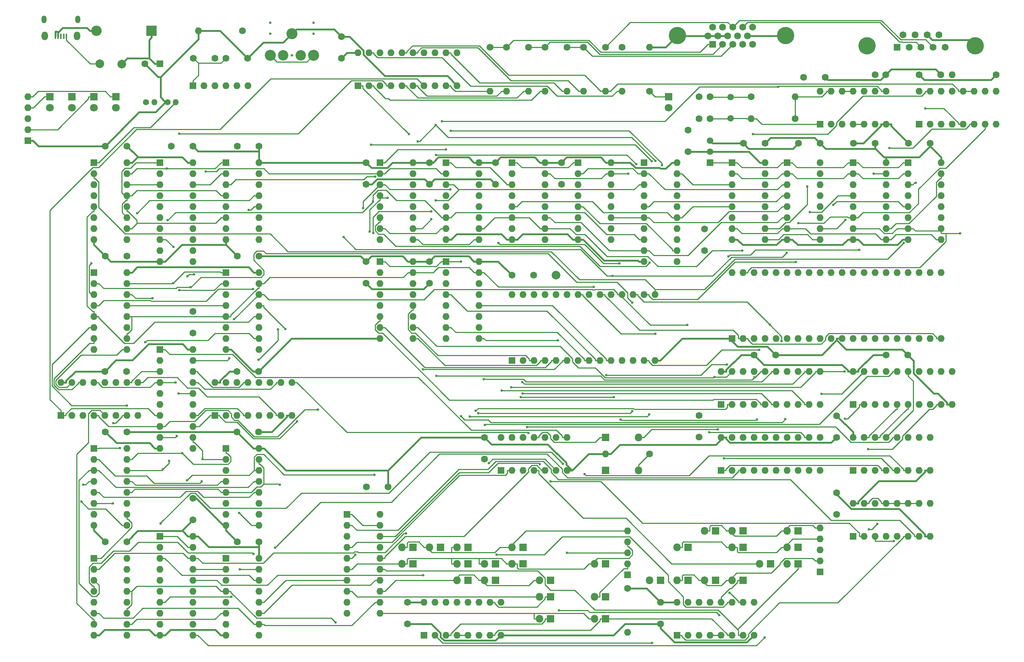
<source format=gbr>
%TF.GenerationSoftware,KiCad,Pcbnew,(5.1.6)-1*%
%TF.CreationDate,2020-07-16T21:59:03+01:00*%
%TF.ProjectId,Gigatron,47696761-7472-46f6-9e2e-6b696361645f,rev?*%
%TF.SameCoordinates,Original*%
%TF.FileFunction,Copper,L1,Top*%
%TF.FilePolarity,Positive*%
%FSLAX46Y46*%
G04 Gerber Fmt 4.6, Leading zero omitted, Abs format (unit mm)*
G04 Created by KiCad (PCBNEW (5.1.6)-1) date 2020-07-16 21:59:03*
%MOMM*%
%LPD*%
G01*
G04 APERTURE LIST*
%TA.AperFunction,ComponentPad*%
%ADD10O,1.150000X1.800000*%
%TD*%
%TA.AperFunction,ComponentPad*%
%ADD11O,1.450000X2.000000*%
%TD*%
%TA.AperFunction,SMDPad,CuDef*%
%ADD12R,0.450000X1.300000*%
%TD*%
%TA.AperFunction,ComponentPad*%
%ADD13C,4.000000*%
%TD*%
%TA.AperFunction,ComponentPad*%
%ADD14C,1.600000*%
%TD*%
%TA.AperFunction,ComponentPad*%
%ADD15R,1.600000X1.600000*%
%TD*%
%TA.AperFunction,ComponentPad*%
%ADD16O,1.600000X1.600000*%
%TD*%
%TA.AperFunction,ComponentPad*%
%ADD17C,1.500000*%
%TD*%
%TA.AperFunction,ComponentPad*%
%ADD18R,1.500000X1.500000*%
%TD*%
%TA.AperFunction,ComponentPad*%
%ADD19C,2.000000*%
%TD*%
%TA.AperFunction,ComponentPad*%
%ADD20O,1.800000X1.800000*%
%TD*%
%TA.AperFunction,ComponentPad*%
%ADD21R,1.800000X1.800000*%
%TD*%
%TA.AperFunction,ComponentPad*%
%ADD22O,2.400000X2.400000*%
%TD*%
%TA.AperFunction,ComponentPad*%
%ADD23R,2.400000X2.400000*%
%TD*%
%TA.AperFunction,ComponentPad*%
%ADD24O,1.400000X1.400000*%
%TD*%
%TA.AperFunction,ComponentPad*%
%ADD25C,1.400000*%
%TD*%
%TA.AperFunction,ComponentPad*%
%ADD26C,2.550000*%
%TD*%
%TA.AperFunction,ComponentPad*%
%ADD27C,2.400000*%
%TD*%
%TA.AperFunction,ComponentPad*%
%ADD28C,0.600000*%
%TD*%
%TA.AperFunction,ComponentPad*%
%ADD29C,1.800000*%
%TD*%
%TA.AperFunction,ViaPad*%
%ADD30C,0.600000*%
%TD*%
%TA.AperFunction,Conductor*%
%ADD31C,0.250000*%
%TD*%
%TA.AperFunction,Conductor*%
%ADD32C,0.400000*%
%TD*%
G04 APERTURE END LIST*
D10*
%TO.P,J1,6*%
%TO.N,N/C*%
X29145000Y-25355000D03*
X36895000Y-25355000D03*
D11*
X29295000Y-29155000D03*
X36745000Y-29155000D03*
D12*
%TO.P,J1,5*%
%TO.N,GND*%
X31720000Y-29205000D03*
%TO.P,J1,4*%
X32370000Y-29205000D03*
%TO.P,J1,3*%
%TO.N,N/C*%
X33020000Y-29205000D03*
%TO.P,J1,2*%
X33670000Y-29205000D03*
%TO.P,J1,1*%
%TO.N,/PCR/+5V*%
X34320000Y-29205000D03*
%TD*%
D13*
%TO.P,J3,0*%
%TO.N,GND*%
X175330000Y-29065000D03*
X200330000Y-29065000D03*
D14*
%TO.P,J3,15*%
%TO.N,N/C*%
X192675000Y-27155000D03*
%TO.P,J3,14*%
%TO.N,SER_LATCH*%
X190385000Y-27155000D03*
%TO.P,J3,13*%
%TO.N,SER_PULSE*%
X188095000Y-27155000D03*
%TO.P,J3,12*%
%TO.N,N/C*%
X185805000Y-27155000D03*
%TO.P,J3,11*%
X183515000Y-27155000D03*
%TO.P,J3,10*%
%TO.N,GND*%
X191530000Y-29135000D03*
%TO.P,J3,9*%
%TO.N,N/C*%
X189240000Y-29135000D03*
%TO.P,J3,8*%
%TO.N,GND*%
X186950000Y-29135000D03*
%TO.P,J3,7*%
X184660000Y-29135000D03*
%TO.P,J3,6*%
X182370000Y-29135000D03*
%TO.P,J3,5*%
X192675000Y-31115000D03*
%TO.P,J3,4*%
%TO.N,N/C*%
X190385000Y-31115000D03*
%TO.P,J3,3*%
%TO.N,/PER/BLUE*%
X188095000Y-31115000D03*
%TO.P,J3,2*%
%TO.N,/PER/GREEN*%
X185805000Y-31115000D03*
D15*
%TO.P,J3,1*%
%TO.N,/PER/RED*%
X183515000Y-31115000D03*
%TD*%
D13*
%TO.P,J4,0*%
%TO.N,GND*%
X219100000Y-31450000D03*
X244100000Y-31450000D03*
D14*
%TO.P,J4,9*%
%TO.N,N/C*%
X235755000Y-28910000D03*
%TO.P,J4,8*%
%TO.N,GND*%
X232985000Y-28910000D03*
%TO.P,J4,7*%
%TO.N,N/C*%
X230215000Y-28910000D03*
%TO.P,J4,6*%
%TO.N,VCC*%
X227445000Y-28910000D03*
%TO.P,J4,5*%
%TO.N,N/C*%
X237140000Y-31750000D03*
%TO.P,J4,4*%
%TO.N,SER_PULSE*%
X234370000Y-31750000D03*
%TO.P,J4,3*%
%TO.N,SER_LATCH*%
X231600000Y-31750000D03*
%TO.P,J4,2*%
%TO.N,SER_DATA*%
X228830000Y-31750000D03*
D15*
%TO.P,J4,1*%
%TO.N,N/C*%
X226060000Y-31750000D03*
%TD*%
D16*
%TO.P,R19,2*%
%TO.N,SER_DATA*%
X238760000Y-38100000D03*
D14*
%TO.P,R19,1*%
%TO.N,VCC*%
X248920000Y-38100000D03*
%TD*%
D16*
%TO.P,R10,2*%
%TO.N,GND*%
X64770000Y-27940000D03*
D14*
%TO.P,R10,1*%
%TO.N,Net-(C44-Pad1)*%
X74930000Y-27940000D03*
%TD*%
D16*
%TO.P,R7,2*%
%TO.N,VCC*%
X158750000Y-125730000D03*
D14*
%TO.P,R7,1*%
%TO.N,~PL*%
X168910000Y-125730000D03*
%TD*%
D16*
%TO.P,R6,2*%
%TO.N,Net-(D21-Pad2)*%
X163830000Y-167005000D03*
D14*
%TO.P,R6,1*%
%TO.N,VCC*%
X163830000Y-156845000D03*
%TD*%
D16*
%TO.P,R3,2*%
%TO.N,GND*%
X168910000Y-31750000D03*
D14*
%TO.P,R3,1*%
%TO.N,Net-(D2-Pad1)*%
X168910000Y-41910000D03*
%TD*%
%TO.P,C3,2*%
%TO.N,GND*%
X223480000Y-38100000D03*
%TO.P,C3,1*%
%TO.N,Net-(C3-Pad1)*%
X220980000Y-38100000D03*
%TD*%
%TO.P,C2,2*%
%TO.N,GND*%
X180380000Y-43180000D03*
%TO.P,C2,1*%
%TO.N,Net-(C2-Pad1)*%
X182880000Y-43180000D03*
%TD*%
%TO.P,C1,2*%
%TO.N,GND*%
X180380000Y-48260000D03*
%TO.P,C1,1*%
%TO.N,Net-(C1-Pad1)*%
X182880000Y-48260000D03*
%TD*%
D17*
%TO.P,Y1,2*%
%TO.N,Net-(C2-Pad1)*%
X187630000Y-43300000D03*
%TO.P,Y1,1*%
%TO.N,Net-(C1-Pad1)*%
X187630000Y-48180000D03*
%TD*%
D18*
%TO.P,U2,1*%
%TO.N,~RST*%
X182880000Y-58420000D03*
D17*
%TO.P,U2,3*%
%TO.N,GND*%
X182880000Y-53340000D03*
%TO.P,U2,2*%
%TO.N,VCC*%
X182880000Y-55880000D03*
%TD*%
D16*
%TO.P,R18,2*%
%TO.N,OUT7*%
X162560000Y-41910000D03*
D14*
%TO.P,R18,1*%
%TO.N,SER_LATCH*%
X162560000Y-31750000D03*
%TD*%
D16*
%TO.P,R17,2*%
%TO.N,OUT6*%
X158750000Y-41910000D03*
D14*
%TO.P,R17,1*%
%TO.N,SER_PULSE*%
X158750000Y-31750000D03*
%TD*%
D16*
%TO.P,R16,2*%
%TO.N,OUT5*%
X153670000Y-41910000D03*
D14*
%TO.P,R16,1*%
%TO.N,/PER/BLUE*%
X153670000Y-31750000D03*
%TD*%
D16*
%TO.P,R15,2*%
%TO.N,OUT4*%
X149860000Y-41910000D03*
D14*
%TO.P,R15,1*%
%TO.N,/PER/BLUE*%
X149860000Y-31750000D03*
%TD*%
D16*
%TO.P,R14,2*%
%TO.N,OUT3*%
X144780000Y-41910000D03*
D14*
%TO.P,R14,1*%
%TO.N,/PER/GREEN*%
X144780000Y-31750000D03*
%TD*%
D16*
%TO.P,R13,2*%
%TO.N,OUT2*%
X140970000Y-41910000D03*
D14*
%TO.P,R13,1*%
%TO.N,/PER/GREEN*%
X140970000Y-31750000D03*
%TD*%
D16*
%TO.P,R12,2*%
%TO.N,OUT1*%
X135890000Y-41910000D03*
D14*
%TO.P,R12,1*%
%TO.N,/PER/RED*%
X135890000Y-31750000D03*
%TD*%
D16*
%TO.P,R11,2*%
%TO.N,OUT0*%
X132080000Y-41910000D03*
D14*
%TO.P,R11,1*%
%TO.N,/PER/RED*%
X132080000Y-31750000D03*
%TD*%
D16*
%TO.P,R9,6*%
%TO.N,GND*%
X76200000Y-40640000D03*
%TO.P,R9,5*%
%TO.N,Net-(R9-Pad5)*%
X73660000Y-40640000D03*
%TO.P,R9,4*%
%TO.N,Net-(R9-Pad4)*%
X71120000Y-40640000D03*
%TO.P,R9,3*%
%TO.N,Net-(R9-Pad3)*%
X68580000Y-40640000D03*
%TO.P,R9,2*%
%TO.N,Net-(R9-Pad2)*%
X66040000Y-40640000D03*
D15*
%TO.P,R9,1*%
%TO.N,Net-(C43-Pad1)*%
X63500000Y-40640000D03*
%TD*%
D16*
%TO.P,R8,5*%
%TO.N,Net-(D8-Pad1)*%
X25400000Y-43180000D03*
%TO.P,R8,4*%
%TO.N,Net-(D5-Pad1)*%
X25400000Y-45720000D03*
%TO.P,R8,3*%
%TO.N,Net-(D6-Pad1)*%
X25400000Y-48260000D03*
%TO.P,R8,2*%
%TO.N,Net-(D7-Pad1)*%
X25400000Y-50800000D03*
D15*
%TO.P,R8,1*%
%TO.N,GND*%
X25400000Y-53340000D03*
%TD*%
D16*
%TO.P,R5,5*%
%TO.N,Net-(D23-Pad2)*%
X163830000Y-143510000D03*
%TO.P,R5,4*%
%TO.N,Net-(D22-Pad2)*%
X163830000Y-146050000D03*
%TO.P,R5,3*%
%TO.N,Net-(D25-Pad2)*%
X163830000Y-148590000D03*
%TO.P,R5,2*%
%TO.N,Net-(D32-Pad2)*%
X163830000Y-151130000D03*
D15*
%TO.P,R5,1*%
%TO.N,VCC*%
X163830000Y-153670000D03*
%TD*%
D16*
%TO.P,R4,5*%
%TO.N,EH*%
X208280000Y-142875000D03*
%TO.P,R4,4*%
%TO.N,EL*%
X208280000Y-145415000D03*
%TO.P,R4,3*%
%TO.N,Net-(D17-Pad2)*%
X208280000Y-147955000D03*
%TO.P,R4,2*%
%TO.N,Net-(D10-Pad2)*%
X208280000Y-150495000D03*
D15*
%TO.P,R4,1*%
%TO.N,VCC*%
X208280000Y-153035000D03*
%TD*%
D16*
%TO.P,R2,2*%
%TO.N,Net-(R1-Pad1)*%
X202565000Y-43180000D03*
D14*
%TO.P,R2,1*%
%TO.N,Net-(C2-Pad1)*%
X192405000Y-43180000D03*
%TD*%
D16*
%TO.P,R1,2*%
%TO.N,Net-(C1-Pad1)*%
X192405000Y-48260000D03*
D14*
%TO.P,R1,1*%
%TO.N,Net-(R1-Pad1)*%
X202565000Y-48260000D03*
%TD*%
D19*
%TO.P,F1,2*%
%TO.N,/PCR/+5V*%
X41960000Y-35630000D03*
%TO.P,F1,1*%
%TO.N,VCC*%
X47040000Y-35640000D03*
%TD*%
D20*
%TO.P,D36,2*%
%TO.N,Net-(D22-Pad2)*%
X156210000Y-151130000D03*
D21*
%TO.P,D36,1*%
%TO.N,/CU/~J*%
X158750000Y-151130000D03*
%TD*%
D20*
%TO.P,D35,2*%
%TO.N,Net-(D32-Pad2)*%
X156210000Y-158750000D03*
D21*
%TO.P,D35,1*%
%TO.N,/CU/~J*%
X158750000Y-158750000D03*
%TD*%
D20*
%TO.P,D34,2*%
%TO.N,Net-(D21-Pad2)*%
X156210000Y-163830000D03*
D21*
%TO.P,D34,1*%
%TO.N,/CU/~J*%
X158750000Y-163830000D03*
%TD*%
D20*
%TO.P,D33,2*%
%TO.N,Net-(D25-Pad2)*%
X143510000Y-154940000D03*
D21*
%TO.P,D33,1*%
%TO.N,Net-(D32-Pad1)*%
X146050000Y-154940000D03*
%TD*%
D20*
%TO.P,D32,2*%
%TO.N,Net-(D32-Pad2)*%
X143510000Y-158750000D03*
D21*
%TO.P,D32,1*%
%TO.N,Net-(D32-Pad1)*%
X146050000Y-158750000D03*
%TD*%
D20*
%TO.P,D31,2*%
%TO.N,Net-(D23-Pad2)*%
X137160000Y-147320000D03*
D21*
%TO.P,D31,1*%
%TO.N,Net-(D30-Pad1)*%
X139700000Y-147320000D03*
%TD*%
D20*
%TO.P,D30,2*%
%TO.N,Net-(D22-Pad2)*%
X137160000Y-151130000D03*
D21*
%TO.P,D30,1*%
%TO.N,Net-(D30-Pad1)*%
X139700000Y-151130000D03*
%TD*%
D20*
%TO.P,D29,2*%
%TO.N,Net-(D22-Pad2)*%
X130810000Y-151130000D03*
D21*
%TO.P,D29,1*%
%TO.N,Net-(D28-Pad1)*%
X133350000Y-151130000D03*
%TD*%
D20*
%TO.P,D28,2*%
%TO.N,Net-(D25-Pad2)*%
X130810000Y-154940000D03*
D21*
%TO.P,D28,1*%
%TO.N,Net-(D28-Pad1)*%
X133350000Y-154940000D03*
%TD*%
D20*
%TO.P,D27,2*%
%TO.N,Net-(D23-Pad2)*%
X124460000Y-147320000D03*
D21*
%TO.P,D27,1*%
%TO.N,Net-(D25-Pad1)*%
X127000000Y-147320000D03*
%TD*%
D20*
%TO.P,D26,2*%
%TO.N,Net-(D22-Pad2)*%
X124460000Y-151130000D03*
D21*
%TO.P,D26,1*%
%TO.N,Net-(D25-Pad1)*%
X127000000Y-151130000D03*
%TD*%
D20*
%TO.P,D25,2*%
%TO.N,Net-(D25-Pad2)*%
X124460000Y-154940000D03*
D21*
%TO.P,D25,1*%
%TO.N,Net-(D25-Pad1)*%
X127000000Y-154940000D03*
%TD*%
D20*
%TO.P,D24,2*%
%TO.N,Net-(D23-Pad2)*%
X118110000Y-147320000D03*
D21*
%TO.P,D24,1*%
%TO.N,Net-(D24-Pad1)*%
X120650000Y-147320000D03*
%TD*%
D20*
%TO.P,D23,2*%
%TO.N,Net-(D23-Pad2)*%
X111760000Y-147320000D03*
D21*
%TO.P,D23,1*%
%TO.N,Net-(D22-Pad1)*%
X114300000Y-147320000D03*
%TD*%
D20*
%TO.P,D22,2*%
%TO.N,Net-(D22-Pad2)*%
X111760000Y-151130000D03*
D21*
%TO.P,D22,1*%
%TO.N,Net-(D22-Pad1)*%
X114300000Y-151130000D03*
%TD*%
D20*
%TO.P,D21,2*%
%TO.N,Net-(D21-Pad2)*%
X143510000Y-163830000D03*
D21*
%TO.P,D21,1*%
%TO.N,IR7*%
X146050000Y-163830000D03*
%TD*%
D20*
%TO.P,D20,2*%
%TO.N,EH*%
X200660000Y-143510000D03*
D21*
%TO.P,D20,1*%
%TO.N,/CU/INV_A_IN*%
X203200000Y-143510000D03*
%TD*%
D20*
%TO.P,D19,2*%
%TO.N,EL*%
X200660000Y-147320000D03*
D21*
%TO.P,D19,1*%
%TO.N,/CU/INV_A_IN*%
X203200000Y-147320000D03*
%TD*%
D20*
%TO.P,D18,2*%
%TO.N,Net-(D17-Pad2)*%
X200660000Y-151130000D03*
D21*
%TO.P,D18,1*%
%TO.N,/CU/INV_A_IN*%
X203200000Y-151130000D03*
%TD*%
D20*
%TO.P,D17,2*%
%TO.N,Net-(D17-Pad2)*%
X194310000Y-151130000D03*
D21*
%TO.P,D17,1*%
%TO.N,Net-(D17-Pad1)*%
X196850000Y-151130000D03*
%TD*%
D20*
%TO.P,D16,2*%
%TO.N,EH*%
X187960000Y-143510000D03*
D21*
%TO.P,D16,1*%
%TO.N,Net-(D14-Pad1)*%
X190500000Y-143510000D03*
%TD*%
D20*
%TO.P,D15,2*%
%TO.N,EL*%
X187960000Y-147320000D03*
D21*
%TO.P,D15,1*%
%TO.N,Net-(D14-Pad1)*%
X190500000Y-147320000D03*
%TD*%
D20*
%TO.P,D14,2*%
%TO.N,Net-(D10-Pad2)*%
X187960000Y-154940000D03*
D21*
%TO.P,D14,1*%
%TO.N,Net-(D14-Pad1)*%
X190500000Y-154940000D03*
%TD*%
D20*
%TO.P,D13,2*%
%TO.N,EH*%
X181610000Y-143510000D03*
D21*
%TO.P,D13,1*%
%TO.N,Net-(D12-Pad1)*%
X184150000Y-143510000D03*
%TD*%
D20*
%TO.P,D12,2*%
%TO.N,Net-(D10-Pad2)*%
X181610000Y-154940000D03*
D21*
%TO.P,D12,1*%
%TO.N,Net-(D12-Pad1)*%
X184150000Y-154940000D03*
%TD*%
D20*
%TO.P,D11,2*%
%TO.N,EL*%
X175260000Y-147320000D03*
D21*
%TO.P,D11,1*%
%TO.N,Net-(D10-Pad1)*%
X177800000Y-147320000D03*
%TD*%
D20*
%TO.P,D10,2*%
%TO.N,Net-(D10-Pad2)*%
X175260000Y-154940000D03*
D21*
%TO.P,D10,1*%
%TO.N,Net-(D10-Pad1)*%
X177800000Y-154940000D03*
%TD*%
D20*
%TO.P,D9,2*%
%TO.N,Net-(D10-Pad2)*%
X168910000Y-154940000D03*
D21*
%TO.P,D9,1*%
%TO.N,Net-(D9-Pad1)*%
X171450000Y-154940000D03*
%TD*%
D20*
%TO.P,D4,2*%
%TO.N,~PL*%
X166370000Y-121920000D03*
D21*
%TO.P,D4,1*%
%TO.N,~PH*%
X158750000Y-121920000D03*
%TD*%
D20*
%TO.P,D3,2*%
%TO.N,~PL*%
X166370000Y-129540000D03*
D21*
%TO.P,D3,1*%
%TO.N,/CU/INV_C_OUT*%
X158750000Y-129540000D03*
%TD*%
D22*
%TO.P,D1,2*%
%TO.N,GND*%
X41275000Y-27940000D03*
D23*
%TO.P,D1,1*%
%TO.N,VCC*%
X53975000Y-27940000D03*
%TD*%
D14*
%TO.P,C44,2*%
%TO.N,Net-(C43-Pad1)*%
X63580000Y-34290000D03*
%TO.P,C44,1*%
%TO.N,Net-(C44-Pad1)*%
X68580000Y-34290000D03*
%TD*%
%TO.P,C43,2*%
%TO.N,GND*%
X76120000Y-34290000D03*
%TO.P,C43,1*%
%TO.N,Net-(C43-Pad1)*%
X71120000Y-34290000D03*
%TD*%
%TO.P,C42,2*%
%TO.N,GND*%
X97790000Y-29290000D03*
%TO.P,C42,1*%
%TO.N,VCC*%
X97790000Y-34290000D03*
%TD*%
%TO.P,C41,2*%
%TO.N,GND*%
X177800000Y-50880000D03*
%TO.P,C41,1*%
%TO.N,VCC*%
X177800000Y-55880000D03*
%TD*%
%TO.P,C40,2*%
%TO.N,GND*%
X148590000Y-63420000D03*
%TO.P,C40,1*%
%TO.N,VCC*%
X148590000Y-58420000D03*
%TD*%
%TO.P,C39,2*%
%TO.N,GND*%
X142160000Y-84455000D03*
%TO.P,C39,1*%
%TO.N,VCC*%
X137160000Y-84455000D03*
%TD*%
%TO.P,C38,2*%
%TO.N,GND*%
X133350000Y-63420000D03*
%TO.P,C38,1*%
%TO.N,VCC*%
X133350000Y-58420000D03*
%TD*%
%TO.P,C37,2*%
%TO.N,GND*%
X118110000Y-63420000D03*
%TO.P,C37,1*%
%TO.N,VCC*%
X118110000Y-58420000D03*
%TD*%
%TO.P,C36,2*%
%TO.N,GND*%
X118110000Y-86280000D03*
%TO.P,C36,1*%
%TO.N,VCC*%
X118110000Y-81280000D03*
%TD*%
%TO.P,C35,2*%
%TO.N,GND*%
X103505000Y-86280000D03*
%TO.P,C35,1*%
%TO.N,VCC*%
X103505000Y-81280000D03*
%TD*%
%TO.P,C34,2*%
%TO.N,GND*%
X103505000Y-63420000D03*
%TO.P,C34,1*%
%TO.N,VCC*%
X103505000Y-58420000D03*
%TD*%
%TO.P,C33,2*%
%TO.N,GND*%
X73740000Y-54610000D03*
%TO.P,C33,1*%
%TO.N,VCC*%
X78740000Y-54610000D03*
%TD*%
%TO.P,C32,2*%
%TO.N,GND*%
X58500000Y-54610000D03*
%TO.P,C32,1*%
%TO.N,VCC*%
X63500000Y-54610000D03*
%TD*%
%TO.P,C31,2*%
%TO.N,GND*%
X43260000Y-54610000D03*
%TO.P,C31,1*%
%TO.N,VCC*%
X48260000Y-54610000D03*
%TD*%
%TO.P,C30,2*%
%TO.N,GND*%
X73740000Y-80010000D03*
%TO.P,C30,1*%
%TO.N,VCC*%
X78740000Y-80010000D03*
%TD*%
%TO.P,C29,2*%
%TO.N,GND*%
X43260000Y-80010000D03*
%TO.P,C29,1*%
%TO.N,VCC*%
X48260000Y-80010000D03*
%TD*%
%TO.P,C28,2*%
%TO.N,GND*%
X48180000Y-106680000D03*
%TO.P,C28,1*%
%TO.N,VCC*%
X43180000Y-106680000D03*
%TD*%
%TO.P,C27,2*%
%TO.N,GND*%
X63500000Y-92790000D03*
%TO.P,C27,1*%
%TO.N,VCC*%
X63500000Y-97790000D03*
%TD*%
%TO.P,C26,2*%
%TO.N,GND*%
X78660000Y-106680000D03*
%TO.P,C26,1*%
%TO.N,VCC*%
X73660000Y-106680000D03*
%TD*%
%TO.P,C25,2*%
%TO.N,GND*%
X78660000Y-120650000D03*
%TO.P,C25,1*%
%TO.N,VCC*%
X73660000Y-120650000D03*
%TD*%
%TO.P,C24,2*%
%TO.N,GND*%
X43260000Y-120650000D03*
%TO.P,C24,1*%
%TO.N,VCC*%
X48260000Y-120650000D03*
%TD*%
%TO.P,C23,2*%
%TO.N,GND*%
X43260000Y-146050000D03*
%TO.P,C23,1*%
%TO.N,VCC*%
X48260000Y-146050000D03*
%TD*%
%TO.P,C22,2*%
%TO.N,GND*%
X63500000Y-135970000D03*
%TO.P,C22,1*%
%TO.N,VCC*%
X63500000Y-140970000D03*
%TD*%
%TO.P,C21,2*%
%TO.N,GND*%
X73740000Y-146050000D03*
%TO.P,C21,1*%
%TO.N,VCC*%
X78740000Y-146050000D03*
%TD*%
%TO.P,C20,2*%
%TO.N,GND*%
X103585000Y-133350000D03*
%TO.P,C20,1*%
%TO.N,VCC*%
X108585000Y-133350000D03*
%TD*%
%TO.P,C19,2*%
%TO.N,GND*%
X113030000Y-165020000D03*
%TO.P,C19,1*%
%TO.N,VCC*%
X113030000Y-160020000D03*
%TD*%
%TO.P,C18,2*%
%TO.N,GND*%
X130810000Y-126920000D03*
%TO.P,C18,1*%
%TO.N,VCC*%
X130810000Y-121920000D03*
%TD*%
%TO.P,C17,2*%
%TO.N,GND*%
X171450000Y-165020000D03*
%TO.P,C17,1*%
%TO.N,VCC*%
X171450000Y-160020000D03*
%TD*%
%TO.P,C16,2*%
%TO.N,GND*%
X212090000Y-134700000D03*
%TO.P,C16,1*%
%TO.N,VCC*%
X212090000Y-139700000D03*
%TD*%
%TO.P,C15,2*%
%TO.N,GND*%
X180340000Y-121840000D03*
%TO.P,C15,1*%
%TO.N,VCC*%
X180340000Y-116840000D03*
%TD*%
%TO.P,C14,2*%
%TO.N,GND*%
X212090000Y-116920000D03*
%TO.P,C14,1*%
%TO.N,VCC*%
X212090000Y-121920000D03*
%TD*%
%TO.P,C13,2*%
%TO.N,GND*%
X228520000Y-102870000D03*
%TO.P,C13,1*%
%TO.N,VCC*%
X223520000Y-102870000D03*
%TD*%
%TO.P,C12,2*%
%TO.N,GND*%
X198040000Y-102870000D03*
%TO.P,C12,1*%
%TO.N,VCC*%
X193040000Y-102870000D03*
%TD*%
%TO.P,C11,2*%
%TO.N,GND*%
X181610000Y-73740000D03*
%TO.P,C11,1*%
%TO.N,VCC*%
X181610000Y-78740000D03*
%TD*%
%TO.P,C10,2*%
%TO.N,GND*%
X190580000Y-53975000D03*
%TO.P,C10,1*%
%TO.N,VCC*%
X195580000Y-53975000D03*
%TD*%
%TO.P,C9,2*%
%TO.N,GND*%
X203280000Y-53975000D03*
%TO.P,C9,1*%
%TO.N,VCC*%
X208280000Y-53975000D03*
%TD*%
%TO.P,C8,2*%
%TO.N,GND*%
X215980000Y-53975000D03*
%TO.P,C8,1*%
%TO.N,VCC*%
X220980000Y-53975000D03*
%TD*%
%TO.P,C7,2*%
%TO.N,GND*%
X228680000Y-53975000D03*
%TO.P,C7,1*%
%TO.N,VCC*%
X233680000Y-53975000D03*
%TD*%
%TO.P,C6,2*%
%TO.N,GND*%
X236140000Y-38100000D03*
%TO.P,C6,1*%
%TO.N,VCC*%
X231140000Y-38100000D03*
%TD*%
%TO.P,C5,2*%
%TO.N,GND*%
X209470000Y-38735000D03*
%TO.P,C5,1*%
%TO.N,VCC*%
X204470000Y-38735000D03*
%TD*%
%TO.P,C4,2*%
%TO.N,GND*%
X52380000Y-35560000D03*
D15*
%TO.P,C4,1*%
%TO.N,VCC*%
X55880000Y-35560000D03*
%TD*%
D24*
%TO.P,R101,2*%
%TO.N,L*%
X59565000Y-44450000D03*
D25*
%TO.P,R101,1*%
%TO.N,GND*%
X57665000Y-44450000D03*
%TD*%
D24*
%TO.P,R100,2*%
%TO.N,VCC*%
X54605000Y-44450000D03*
D25*
%TO.P,R100,1*%
%TO.N,H*%
X52705000Y-44450000D03*
%TD*%
D15*
%TO.P,U16,1*%
%TO.N,CLK1*%
X134620000Y-129540000D03*
D16*
%TO.P,U16,8*%
%TO.N,~LD*%
X149860000Y-121920000D03*
%TO.P,U16,2*%
%TO.N,/CU/INV_B_IN*%
X137160000Y-129540000D03*
%TO.P,U16,9*%
%TO.N,Net-(D10-Pad2)*%
X147320000Y-121920000D03*
%TO.P,U16,3*%
%TO.N,~WE*%
X139700000Y-129540000D03*
%TO.P,U16,10*%
%TO.N,/CU/INV_B_OUT*%
X144780000Y-121920000D03*
%TO.P,U16,4*%
%TO.N,Net-(D17-Pad2)*%
X142240000Y-129540000D03*
%TO.P,U16,11*%
%TO.N,~PH*%
X142240000Y-121920000D03*
%TO.P,U16,5*%
%TO.N,/CU/INV_B_OUT*%
X144780000Y-129540000D03*
%TO.P,U16,12*%
%TO.N,/CU/~BF*%
X139700000Y-121920000D03*
%TO.P,U16,6*%
%TO.N,~OL*%
X147320000Y-129540000D03*
%TO.P,U16,13*%
%TO.N,/CU/~J*%
X137160000Y-121920000D03*
%TO.P,U16,7*%
%TO.N,VCC*%
X149860000Y-129540000D03*
%TO.P,U16,14*%
%TO.N,GND*%
X134620000Y-121920000D03*
%TD*%
D15*
%TO.P,U11,1*%
%TO.N,L*%
X215900000Y-129540000D03*
D16*
%TO.P,U11,9*%
%TO.N,N/C*%
X233680000Y-121920000D03*
%TO.P,U11,2*%
%TO.N,IR0*%
X218440000Y-129540000D03*
%TO.P,U11,10*%
%TO.N,N/C*%
X231140000Y-121920000D03*
%TO.P,U11,3*%
%TO.N,IR1*%
X220980000Y-129540000D03*
%TO.P,U11,11*%
%TO.N,N/C*%
X228600000Y-121920000D03*
%TO.P,U11,4*%
%TO.N,~DE*%
X223520000Y-129540000D03*
%TO.P,U11,12*%
%TO.N,/CU/~BF*%
X226060000Y-121920000D03*
%TO.P,U11,5*%
%TO.N,~OE*%
X226060000Y-129540000D03*
%TO.P,U11,13*%
%TO.N,IR2*%
X223520000Y-121920000D03*
%TO.P,U11,6*%
%TO.N,~AE*%
X228600000Y-129540000D03*
%TO.P,U11,14*%
%TO.N,IR3*%
X220980000Y-121920000D03*
%TO.P,U11,7*%
%TO.N,~IE*%
X231140000Y-129540000D03*
%TO.P,U11,15*%
%TO.N,IR4*%
X218440000Y-121920000D03*
%TO.P,U11,8*%
%TO.N,VCC*%
X233680000Y-129540000D03*
%TO.P,U11,16*%
%TO.N,GND*%
X215900000Y-121920000D03*
%TD*%
%TO.P,U7,40*%
%TO.N,VCC*%
X187960000Y-83820000D03*
%TO.P,U7,20*%
%TO.N,L*%
X236220000Y-99060000D03*
%TO.P,U7,39*%
%TO.N,H*%
X190500000Y-83820000D03*
%TO.P,U7,19*%
%TO.N,Net-(U7-Pad19)*%
X233680000Y-99060000D03*
%TO.P,U7,38*%
%TO.N,N/C*%
X193040000Y-83820000D03*
%TO.P,U7,18*%
%TO.N,Net-(U7-Pad18)*%
X231140000Y-99060000D03*
%TO.P,U7,37*%
%TO.N,/PRG/PC15*%
X195580000Y-83820000D03*
%TO.P,U7,17*%
%TO.N,Net-(U7-Pad17)*%
X228600000Y-99060000D03*
%TO.P,U7,36*%
%TO.N,/PRG/PC14*%
X198120000Y-83820000D03*
%TO.P,U7,16*%
%TO.N,Net-(U7-Pad16)*%
X226060000Y-99060000D03*
%TO.P,U7,35*%
%TO.N,/PRG/PC13*%
X200660000Y-83820000D03*
%TO.P,U7,15*%
%TO.N,Net-(U7-Pad15)*%
X223520000Y-99060000D03*
%TO.P,U7,34*%
%TO.N,/PRG/PC12*%
X203200000Y-83820000D03*
%TO.P,U7,14*%
%TO.N,Net-(U7-Pad14)*%
X220980000Y-99060000D03*
%TO.P,U7,33*%
%TO.N,/PRG/PC11*%
X205740000Y-83820000D03*
%TO.P,U7,13*%
%TO.N,Net-(U7-Pad13)*%
X218440000Y-99060000D03*
%TO.P,U7,32*%
%TO.N,/PRG/PC10*%
X208280000Y-83820000D03*
%TO.P,U7,12*%
%TO.N,Net-(U7-Pad12)*%
X215900000Y-99060000D03*
%TO.P,U7,31*%
%TO.N,/PRG/PC9*%
X210820000Y-83820000D03*
%TO.P,U7,11*%
%TO.N,GND*%
X213360000Y-99060000D03*
%TO.P,U7,30*%
X213360000Y-83820000D03*
%TO.P,U7,10*%
%TO.N,Net-(U7-Pad10)*%
X210820000Y-99060000D03*
%TO.P,U7,29*%
%TO.N,/PRG/PC8*%
X215900000Y-83820000D03*
%TO.P,U7,9*%
%TO.N,Net-(U7-Pad9)*%
X208280000Y-99060000D03*
%TO.P,U7,28*%
%TO.N,/PRG/PC7*%
X218440000Y-83820000D03*
%TO.P,U7,8*%
%TO.N,Net-(U7-Pad8)*%
X205740000Y-99060000D03*
%TO.P,U7,27*%
%TO.N,/PRG/PC6*%
X220980000Y-83820000D03*
%TO.P,U7,7*%
%TO.N,Net-(U7-Pad7)*%
X203200000Y-99060000D03*
%TO.P,U7,26*%
%TO.N,/PRG/PC5*%
X223520000Y-83820000D03*
%TO.P,U7,6*%
%TO.N,Net-(U7-Pad6)*%
X200660000Y-99060000D03*
%TO.P,U7,25*%
%TO.N,/PRG/PC4*%
X226060000Y-83820000D03*
%TO.P,U7,5*%
%TO.N,Net-(U7-Pad5)*%
X198120000Y-99060000D03*
%TO.P,U7,24*%
%TO.N,/PRG/PC3*%
X228600000Y-83820000D03*
%TO.P,U7,4*%
%TO.N,Net-(U7-Pad4)*%
X195580000Y-99060000D03*
%TO.P,U7,23*%
%TO.N,/PRG/PC2*%
X231140000Y-83820000D03*
%TO.P,U7,3*%
%TO.N,Net-(U7-Pad3)*%
X193040000Y-99060000D03*
%TO.P,U7,22*%
%TO.N,/PRG/PC1*%
X233680000Y-83820000D03*
%TO.P,U7,2*%
%TO.N,L*%
X190500000Y-99060000D03*
%TO.P,U7,21*%
%TO.N,/PRG/PC0*%
X236220000Y-83820000D03*
D15*
%TO.P,U7,1*%
%TO.N,GND*%
X187960000Y-99060000D03*
%TD*%
D16*
%TO.P,U39,16*%
%TO.N,VCC*%
X231140000Y-41910000D03*
%TO.P,U39,8*%
%TO.N,GND*%
X248920000Y-49530000D03*
%TO.P,U39,15*%
%TO.N,BUS0*%
X233680000Y-41910000D03*
%TO.P,U39,7*%
%TO.N,BUS7*%
X246380000Y-49530000D03*
%TO.P,U39,14*%
%TO.N,SER_DATA*%
X236220000Y-41910000D03*
%TO.P,U39,6*%
%TO.N,BUS6*%
X243840000Y-49530000D03*
%TO.P,U39,13*%
%TO.N,~IE*%
X238760000Y-41910000D03*
%TO.P,U39,5*%
%TO.N,BUS5*%
X241300000Y-49530000D03*
%TO.P,U39,12*%
%TO.N,OUT6*%
X241300000Y-41910000D03*
%TO.P,U39,4*%
%TO.N,BUS4*%
X238760000Y-49530000D03*
%TO.P,U39,11*%
%TO.N,OUT6*%
X243840000Y-41910000D03*
%TO.P,U39,3*%
%TO.N,BUS3*%
X236220000Y-49530000D03*
%TO.P,U39,10*%
%TO.N,H*%
X246380000Y-41910000D03*
%TO.P,U39,2*%
%TO.N,BUS2*%
X233680000Y-49530000D03*
%TO.P,U39,9*%
%TO.N,N/C*%
X248920000Y-41910000D03*
D15*
%TO.P,U39,1*%
%TO.N,BUS1*%
X231140000Y-49530000D03*
%TD*%
D16*
%TO.P,U38,20*%
%TO.N,VCC*%
X63500000Y-58420000D03*
%TO.P,U38,10*%
%TO.N,GND*%
X55880000Y-81280000D03*
%TO.P,U38,19*%
%TO.N,Net-(R9-Pad2)*%
X63500000Y-60960000D03*
%TO.P,U38,9*%
%TO.N,Net-(D5-Pad2)*%
X55880000Y-78740000D03*
%TO.P,U38,18*%
%TO.N,AC7*%
X63500000Y-63500000D03*
%TO.P,U38,8*%
%TO.N,AC0*%
X55880000Y-76200000D03*
%TO.P,U38,17*%
%TO.N,AC6*%
X63500000Y-66040000D03*
%TO.P,U38,7*%
%TO.N,AC1*%
X55880000Y-73660000D03*
%TO.P,U38,16*%
%TO.N,Net-(R9-Pad3)*%
X63500000Y-68580000D03*
%TO.P,U38,6*%
%TO.N,Net-(D6-Pad2)*%
X55880000Y-71120000D03*
%TO.P,U38,15*%
%TO.N,Net-(R9-Pad4)*%
X63500000Y-71120000D03*
%TO.P,U38,5*%
%TO.N,Net-(D7-Pad2)*%
X55880000Y-68580000D03*
%TO.P,U38,14*%
%TO.N,AC5*%
X63500000Y-73660000D03*
%TO.P,U38,4*%
%TO.N,AC2*%
X55880000Y-66040000D03*
%TO.P,U38,13*%
%TO.N,AC4*%
X63500000Y-76200000D03*
%TO.P,U38,3*%
%TO.N,AC3*%
X55880000Y-63500000D03*
%TO.P,U38,12*%
%TO.N,Net-(R9-Pad5)*%
X63500000Y-78740000D03*
%TO.P,U38,2*%
%TO.N,Net-(D8-Pad2)*%
X55880000Y-60960000D03*
%TO.P,U38,11*%
%TO.N,OUT6*%
X63500000Y-81280000D03*
D15*
%TO.P,U38,1*%
%TO.N,H*%
X55880000Y-58420000D03*
%TD*%
D16*
%TO.P,U37,20*%
%TO.N,VCC*%
X101600000Y-33020000D03*
%TO.P,U37,10*%
%TO.N,GND*%
X124460000Y-40640000D03*
%TO.P,U37,19*%
%TO.N,OUT7*%
X104140000Y-33020000D03*
%TO.P,U37,9*%
%TO.N,OUT0*%
X121920000Y-40640000D03*
%TO.P,U37,18*%
%TO.N,ALU7*%
X106680000Y-33020000D03*
%TO.P,U37,8*%
%TO.N,ALU0*%
X119380000Y-40640000D03*
%TO.P,U37,17*%
%TO.N,ALU6*%
X109220000Y-33020000D03*
%TO.P,U37,7*%
%TO.N,ALU1*%
X116840000Y-40640000D03*
%TO.P,U37,16*%
%TO.N,OUT6*%
X111760000Y-33020000D03*
%TO.P,U37,6*%
%TO.N,OUT1*%
X114300000Y-40640000D03*
%TO.P,U37,15*%
%TO.N,OUT5*%
X114300000Y-33020000D03*
%TO.P,U37,5*%
%TO.N,OUT2*%
X111760000Y-40640000D03*
%TO.P,U37,14*%
%TO.N,ALU5*%
X116840000Y-33020000D03*
%TO.P,U37,4*%
%TO.N,ALU2*%
X109220000Y-40640000D03*
%TO.P,U37,13*%
%TO.N,ALU4*%
X119380000Y-33020000D03*
%TO.P,U37,3*%
%TO.N,ALU3*%
X106680000Y-40640000D03*
%TO.P,U37,12*%
%TO.N,OUT4*%
X121920000Y-33020000D03*
%TO.P,U37,2*%
%TO.N,OUT3*%
X104140000Y-40640000D03*
%TO.P,U37,11*%
%TO.N,CLK2*%
X124460000Y-33020000D03*
D15*
%TO.P,U37,1*%
%TO.N,~OL*%
X101600000Y-40640000D03*
%TD*%
D16*
%TO.P,U36,28*%
%TO.N,VCC*%
X137160000Y-88900000D03*
%TO.P,U36,14*%
%TO.N,GND*%
X170180000Y-104140000D03*
%TO.P,U36,27*%
%TO.N,~WE*%
X139700000Y-88900000D03*
%TO.P,U36,13*%
%TO.N,BUS2*%
X167640000Y-104140000D03*
%TO.P,U36,26*%
%TO.N,/RAM/A13*%
X142240000Y-88900000D03*
%TO.P,U36,12*%
%TO.N,BUS1*%
X165100000Y-104140000D03*
%TO.P,U36,25*%
%TO.N,/RAM/A8*%
X144780000Y-88900000D03*
%TO.P,U36,11*%
%TO.N,BUS0*%
X162560000Y-104140000D03*
%TO.P,U36,24*%
%TO.N,/RAM/A9*%
X147320000Y-88900000D03*
%TO.P,U36,10*%
%TO.N,/RAM/A0*%
X160020000Y-104140000D03*
%TO.P,U36,23*%
%TO.N,/RAM/A11*%
X149860000Y-88900000D03*
%TO.P,U36,9*%
%TO.N,/RAM/A1*%
X157480000Y-104140000D03*
%TO.P,U36,22*%
%TO.N,~OE*%
X152400000Y-88900000D03*
%TO.P,U36,8*%
%TO.N,/RAM/A2*%
X154940000Y-104140000D03*
%TO.P,U36,21*%
%TO.N,/RAM/A10*%
X154940000Y-88900000D03*
%TO.P,U36,7*%
%TO.N,/RAM/A3*%
X152400000Y-104140000D03*
%TO.P,U36,20*%
%TO.N,L*%
X157480000Y-88900000D03*
%TO.P,U36,6*%
%TO.N,/RAM/A4*%
X149860000Y-104140000D03*
%TO.P,U36,19*%
%TO.N,BUS7*%
X160020000Y-88900000D03*
%TO.P,U36,5*%
%TO.N,/RAM/A5*%
X147320000Y-104140000D03*
%TO.P,U36,18*%
%TO.N,BUS6*%
X162560000Y-88900000D03*
%TO.P,U36,4*%
%TO.N,/RAM/A6*%
X144780000Y-104140000D03*
%TO.P,U36,17*%
%TO.N,BUS5*%
X165100000Y-88900000D03*
%TO.P,U36,3*%
%TO.N,/RAM/A7*%
X142240000Y-104140000D03*
%TO.P,U36,16*%
%TO.N,BUS4*%
X167640000Y-88900000D03*
%TO.P,U36,2*%
%TO.N,/RAM/A12*%
X139700000Y-104140000D03*
%TO.P,U36,15*%
%TO.N,BUS3*%
X170180000Y-88900000D03*
D15*
%TO.P,U36,1*%
%TO.N,/RAM/A14*%
X137160000Y-104140000D03*
%TD*%
D16*
%TO.P,U35,16*%
%TO.N,VCC*%
X114300000Y-81280000D03*
%TO.P,U35,8*%
%TO.N,GND*%
X106680000Y-99060000D03*
%TO.P,U35,15*%
%TO.N,L*%
X114300000Y-83820000D03*
%TO.P,U35,7*%
%TO.N,/RAM/A5*%
X106680000Y-96520000D03*
%TO.P,U35,14*%
%TO.N,X7*%
X114300000Y-86360000D03*
%TO.P,U35,6*%
%TO.N,D5*%
X106680000Y-93980000D03*
%TO.P,U35,13*%
%TO.N,D7*%
X114300000Y-88900000D03*
%TO.P,U35,5*%
%TO.N,X5*%
X106680000Y-91440000D03*
%TO.P,U35,12*%
%TO.N,/RAM/A7*%
X114300000Y-91440000D03*
%TO.P,U35,4*%
%TO.N,/RAM/A4*%
X106680000Y-88900000D03*
%TO.P,U35,11*%
%TO.N,X6*%
X114300000Y-93980000D03*
%TO.P,U35,3*%
%TO.N,D4*%
X106680000Y-86360000D03*
%TO.P,U35,10*%
%TO.N,D6*%
X114300000Y-96520000D03*
%TO.P,U35,2*%
%TO.N,X4*%
X106680000Y-83820000D03*
%TO.P,U35,9*%
%TO.N,/RAM/A6*%
X114300000Y-99060000D03*
D15*
%TO.P,U35,1*%
%TO.N,EL*%
X106680000Y-81280000D03*
%TD*%
D16*
%TO.P,U34,16*%
%TO.N,VCC*%
X129540000Y-81280000D03*
%TO.P,U34,8*%
%TO.N,GND*%
X121920000Y-99060000D03*
%TO.P,U34,15*%
%TO.N,L*%
X129540000Y-83820000D03*
%TO.P,U34,7*%
%TO.N,/RAM/A2*%
X121920000Y-96520000D03*
%TO.P,U34,14*%
%TO.N,X0*%
X129540000Y-86360000D03*
%TO.P,U34,6*%
%TO.N,D2*%
X121920000Y-93980000D03*
%TO.P,U34,13*%
%TO.N,D0*%
X129540000Y-88900000D03*
%TO.P,U34,5*%
%TO.N,X2*%
X121920000Y-91440000D03*
%TO.P,U34,12*%
%TO.N,/RAM/A0*%
X129540000Y-91440000D03*
%TO.P,U34,4*%
%TO.N,/RAM/A1*%
X121920000Y-88900000D03*
%TO.P,U34,11*%
%TO.N,X3*%
X129540000Y-93980000D03*
%TO.P,U34,3*%
%TO.N,D1*%
X121920000Y-86360000D03*
%TO.P,U34,10*%
%TO.N,D3*%
X129540000Y-96520000D03*
%TO.P,U34,2*%
%TO.N,X1*%
X121920000Y-83820000D03*
%TO.P,U34,9*%
%TO.N,/RAM/A3*%
X129540000Y-99060000D03*
D15*
%TO.P,U34,1*%
%TO.N,EL*%
X121920000Y-81280000D03*
%TD*%
D16*
%TO.P,U33,16*%
%TO.N,VCC*%
X144780000Y-58420000D03*
%TO.P,U33,8*%
%TO.N,GND*%
X137160000Y-76200000D03*
%TO.P,U33,15*%
%TO.N,EH*%
X144780000Y-60960000D03*
%TO.P,U33,7*%
%TO.N,/RAM/A14*%
X137160000Y-73660000D03*
%TO.P,U33,14*%
%TO.N,Y1*%
X144780000Y-63500000D03*
%TO.P,U33,6*%
%TO.N,H*%
X137160000Y-71120000D03*
%TO.P,U33,13*%
X144780000Y-66040000D03*
%TO.P,U33,5*%
%TO.N,Y6*%
X137160000Y-68580000D03*
%TO.P,U33,12*%
%TO.N,/RAM/A9*%
X144780000Y-68580000D03*
%TO.P,U33,4*%
%TO.N,/RAM/A13*%
X137160000Y-66040000D03*
%TO.P,U33,11*%
%TO.N,Y3*%
X144780000Y-71120000D03*
%TO.P,U33,3*%
%TO.N,H*%
X137160000Y-63500000D03*
%TO.P,U33,10*%
X144780000Y-73660000D03*
%TO.P,U33,2*%
%TO.N,Y5*%
X137160000Y-60960000D03*
%TO.P,U33,9*%
%TO.N,/RAM/A11*%
X144780000Y-76200000D03*
D15*
%TO.P,U33,1*%
%TO.N,L*%
X137160000Y-58420000D03*
%TD*%
D16*
%TO.P,U32,16*%
%TO.N,VCC*%
X160020000Y-58420000D03*
%TO.P,U32,8*%
%TO.N,GND*%
X152400000Y-76200000D03*
%TO.P,U32,15*%
%TO.N,EH*%
X160020000Y-60960000D03*
%TO.P,U32,7*%
%TO.N,Net-(A15-Pad1)*%
X152400000Y-73660000D03*
%TO.P,U32,14*%
%TO.N,Y4*%
X160020000Y-63500000D03*
%TO.P,U32,6*%
%TO.N,H*%
X152400000Y-71120000D03*
%TO.P,U32,13*%
X160020000Y-66040000D03*
%TO.P,U32,5*%
%TO.N,Y7*%
X152400000Y-68580000D03*
%TO.P,U32,12*%
%TO.N,/RAM/A12*%
X160020000Y-68580000D03*
%TO.P,U32,4*%
%TO.N,/RAM/A8*%
X152400000Y-66040000D03*
%TO.P,U32,11*%
%TO.N,Y2*%
X160020000Y-71120000D03*
%TO.P,U32,3*%
%TO.N,H*%
X152400000Y-63500000D03*
%TO.P,U32,10*%
X160020000Y-73660000D03*
%TO.P,U32,2*%
%TO.N,Y0*%
X152400000Y-60960000D03*
%TO.P,U32,9*%
%TO.N,/RAM/A10*%
X160020000Y-76200000D03*
D15*
%TO.P,U32,1*%
%TO.N,L*%
X152400000Y-58420000D03*
%TD*%
D16*
%TO.P,U31,20*%
%TO.N,VCC*%
X175260000Y-58420000D03*
%TO.P,U31,10*%
%TO.N,GND*%
X167640000Y-81280000D03*
%TO.P,U31,19*%
%TO.N,Y4*%
X175260000Y-60960000D03*
%TO.P,U31,9*%
%TO.N,Y3*%
X167640000Y-78740000D03*
%TO.P,U31,18*%
%TO.N,ALU4*%
X175260000Y-63500000D03*
%TO.P,U31,8*%
%TO.N,ALU3*%
X167640000Y-76200000D03*
%TO.P,U31,17*%
%TO.N,ALU5*%
X175260000Y-66040000D03*
%TO.P,U31,7*%
%TO.N,ALU2*%
X167640000Y-73660000D03*
%TO.P,U31,16*%
%TO.N,Y5*%
X175260000Y-68580000D03*
%TO.P,U31,6*%
%TO.N,Y2*%
X167640000Y-71120000D03*
%TO.P,U31,15*%
%TO.N,Y6*%
X175260000Y-71120000D03*
%TO.P,U31,5*%
%TO.N,Y1*%
X167640000Y-68580000D03*
%TO.P,U31,14*%
%TO.N,ALU6*%
X175260000Y-73660000D03*
%TO.P,U31,4*%
%TO.N,ALU1*%
X167640000Y-66040000D03*
%TO.P,U31,13*%
%TO.N,ALU7*%
X175260000Y-76200000D03*
%TO.P,U31,3*%
%TO.N,ALU0*%
X167640000Y-63500000D03*
%TO.P,U31,12*%
%TO.N,Y7*%
X175260000Y-78740000D03*
%TO.P,U31,2*%
%TO.N,Y0*%
X167640000Y-60960000D03*
%TO.P,U31,11*%
%TO.N,CLK2*%
X175260000Y-81280000D03*
D15*
%TO.P,U31,1*%
%TO.N,~YL*%
X167640000Y-58420000D03*
%TD*%
D16*
%TO.P,U30,16*%
%TO.N,VCC*%
X114300000Y-58420000D03*
%TO.P,U30,8*%
%TO.N,GND*%
X106680000Y-76200000D03*
%TO.P,U30,15*%
%TO.N,N/C*%
X114300000Y-60960000D03*
%TO.P,U30,7*%
%TO.N,IX*%
X106680000Y-73660000D03*
%TO.P,U30,14*%
%TO.N,X4*%
X114300000Y-63500000D03*
%TO.P,U30,6*%
%TO.N,ALU7*%
X106680000Y-71120000D03*
%TO.P,U30,13*%
%TO.N,X5*%
X114300000Y-66040000D03*
%TO.P,U30,5*%
%TO.N,ALU6*%
X106680000Y-68580000D03*
%TO.P,U30,12*%
%TO.N,X6*%
X114300000Y-68580000D03*
%TO.P,U30,4*%
%TO.N,ALU5*%
X106680000Y-66040000D03*
%TO.P,U30,11*%
%TO.N,X7*%
X114300000Y-71120000D03*
%TO.P,U30,3*%
%TO.N,ALU4*%
X106680000Y-63500000D03*
%TO.P,U30,10*%
%TO.N,Net-(U29-Pad15)*%
X114300000Y-73660000D03*
%TO.P,U30,2*%
%TO.N,CLK2*%
X106680000Y-60960000D03*
%TO.P,U30,9*%
%TO.N,~XL*%
X114300000Y-76200000D03*
D15*
%TO.P,U30,1*%
%TO.N,H*%
X106680000Y-58420000D03*
%TD*%
D16*
%TO.P,U29,16*%
%TO.N,VCC*%
X129540000Y-58420000D03*
%TO.P,U29,8*%
%TO.N,GND*%
X121920000Y-76200000D03*
%TO.P,U29,15*%
%TO.N,Net-(U29-Pad15)*%
X129540000Y-60960000D03*
%TO.P,U29,7*%
%TO.N,IX*%
X121920000Y-73660000D03*
%TO.P,U29,14*%
%TO.N,X0*%
X129540000Y-63500000D03*
%TO.P,U29,6*%
%TO.N,ALU3*%
X121920000Y-71120000D03*
%TO.P,U29,13*%
%TO.N,X1*%
X129540000Y-66040000D03*
%TO.P,U29,5*%
%TO.N,ALU2*%
X121920000Y-68580000D03*
%TO.P,U29,12*%
%TO.N,X2*%
X129540000Y-68580000D03*
%TO.P,U29,4*%
%TO.N,ALU1*%
X121920000Y-66040000D03*
%TO.P,U29,11*%
%TO.N,X3*%
X129540000Y-71120000D03*
%TO.P,U29,3*%
%TO.N,ALU0*%
X121920000Y-63500000D03*
%TO.P,U29,10*%
%TO.N,H*%
X129540000Y-73660000D03*
%TO.P,U29,2*%
%TO.N,CLK2*%
X121920000Y-60960000D03*
%TO.P,U29,9*%
%TO.N,~XL*%
X129540000Y-76200000D03*
D15*
%TO.P,U29,1*%
%TO.N,H*%
X121920000Y-58420000D03*
%TD*%
D16*
%TO.P,U28,20*%
%TO.N,VCC*%
X63500000Y-144780000D03*
%TO.P,U28,10*%
%TO.N,GND*%
X55880000Y-167640000D03*
%TO.P,U28,19*%
%TO.N,~AE*%
X63500000Y-147320000D03*
%TO.P,U28,9*%
%TO.N,BUS7*%
X55880000Y-165100000D03*
%TO.P,U28,18*%
%TO.N,BUS0*%
X63500000Y-149860000D03*
%TO.P,U28,8*%
%TO.N,AC3*%
X55880000Y-162560000D03*
%TO.P,U28,17*%
%TO.N,AC4*%
X63500000Y-152400000D03*
%TO.P,U28,7*%
%TO.N,BUS6*%
X55880000Y-160020000D03*
%TO.P,U28,16*%
%TO.N,BUS1*%
X63500000Y-154940000D03*
%TO.P,U28,6*%
%TO.N,AC2*%
X55880000Y-157480000D03*
%TO.P,U28,15*%
%TO.N,AC5*%
X63500000Y-157480000D03*
%TO.P,U28,5*%
%TO.N,BUS5*%
X55880000Y-154940000D03*
%TO.P,U28,14*%
%TO.N,BUS2*%
X63500000Y-160020000D03*
%TO.P,U28,4*%
%TO.N,AC1*%
X55880000Y-152400000D03*
%TO.P,U28,13*%
%TO.N,AC6*%
X63500000Y-162560000D03*
%TO.P,U28,3*%
%TO.N,BUS4*%
X55880000Y-149860000D03*
%TO.P,U28,12*%
%TO.N,BUS3*%
X63500000Y-165100000D03*
%TO.P,U28,2*%
%TO.N,AC0*%
X55880000Y-147320000D03*
%TO.P,U28,11*%
%TO.N,AC7*%
X63500000Y-167640000D03*
D15*
%TO.P,U28,1*%
%TO.N,~AE*%
X55880000Y-144780000D03*
%TD*%
D16*
%TO.P,U27,20*%
%TO.N,VCC*%
X63500000Y-101600000D03*
%TO.P,U27,10*%
%TO.N,GND*%
X55880000Y-124460000D03*
%TO.P,U27,19*%
%TO.N,AC6*%
X63500000Y-104140000D03*
%TO.P,U27,9*%
%TO.N,AC0*%
X55880000Y-121920000D03*
%TO.P,U27,18*%
%TO.N,ALU6*%
X63500000Y-106680000D03*
%TO.P,U27,8*%
%TO.N,ALU0*%
X55880000Y-119380000D03*
%TO.P,U27,17*%
%TO.N,ALU7*%
X63500000Y-109220000D03*
%TO.P,U27,7*%
%TO.N,ALU1*%
X55880000Y-116840000D03*
%TO.P,U27,16*%
%TO.N,AC7*%
X63500000Y-111760000D03*
%TO.P,U27,6*%
%TO.N,AC1*%
X55880000Y-114300000D03*
%TO.P,U27,15*%
%TO.N,AC4*%
X63500000Y-114300000D03*
%TO.P,U27,5*%
%TO.N,AC2*%
X55880000Y-111760000D03*
%TO.P,U27,14*%
%TO.N,ALU4*%
X63500000Y-116840000D03*
%TO.P,U27,4*%
%TO.N,ALU2*%
X55880000Y-109220000D03*
%TO.P,U27,13*%
%TO.N,ALU5*%
X63500000Y-119380000D03*
%TO.P,U27,3*%
%TO.N,ALU3*%
X55880000Y-106680000D03*
%TO.P,U27,12*%
%TO.N,AC5*%
X63500000Y-121920000D03*
%TO.P,U27,2*%
%TO.N,AC3*%
X55880000Y-104140000D03*
%TO.P,U27,11*%
%TO.N,CLK2*%
X63500000Y-124460000D03*
D15*
%TO.P,U27,1*%
%TO.N,~LD*%
X55880000Y-101600000D03*
%TD*%
D16*
%TO.P,U26,16*%
%TO.N,VCC*%
X33020000Y-109220000D03*
%TO.P,U26,8*%
%TO.N,GND*%
X50800000Y-116840000D03*
%TO.P,U26,15*%
%TO.N,Net-(U23-Pad9)*%
X35560000Y-109220000D03*
%TO.P,U26,7*%
%TO.N,AR0*%
X48260000Y-116840000D03*
%TO.P,U26,14*%
%TO.N,Net-(U23-Pad7)*%
X38100000Y-109220000D03*
%TO.P,U26,6*%
%TO.N,Net-(U21-Pad9)*%
X45720000Y-116840000D03*
%TO.P,U26,13*%
%TO.N,ALU2*%
X40640000Y-109220000D03*
%TO.P,U26,5*%
%TO.N,Net-(U21-Pad7)*%
X43180000Y-116840000D03*
%TO.P,U26,12*%
%TO.N,Net-(U24-Pad7)*%
X43180000Y-109220000D03*
%TO.P,U26,4*%
%TO.N,ALU0*%
X40640000Y-116840000D03*
%TO.P,U26,11*%
%TO.N,Net-(U24-Pad9)*%
X45720000Y-109220000D03*
%TO.P,U26,3*%
%TO.N,Net-(U22-Pad7)*%
X38100000Y-116840000D03*
%TO.P,U26,10*%
%TO.N,ALU3*%
X48260000Y-109220000D03*
%TO.P,U26,2*%
%TO.N,Net-(U22-Pad9)*%
X35560000Y-116840000D03*
%TO.P,U26,9*%
%TO.N,Net-(U25-Pad7)*%
X50800000Y-109220000D03*
D15*
%TO.P,U26,1*%
%TO.N,ALU1*%
X33020000Y-116840000D03*
%TD*%
D16*
%TO.P,U25,16*%
%TO.N,VCC*%
X68580000Y-109220000D03*
%TO.P,U25,8*%
%TO.N,GND*%
X86360000Y-116840000D03*
%TO.P,U25,15*%
%TO.N,Net-(U19-Pad7)*%
X71120000Y-109220000D03*
%TO.P,U25,7*%
%TO.N,Net-(U25-Pad7)*%
X83820000Y-116840000D03*
%TO.P,U25,14*%
%TO.N,Net-(U19-Pad9)*%
X73660000Y-109220000D03*
%TO.P,U25,6*%
%TO.N,Net-(U17-Pad9)*%
X81280000Y-116840000D03*
%TO.P,U25,13*%
%TO.N,ALU6*%
X76200000Y-109220000D03*
%TO.P,U25,5*%
%TO.N,Net-(U17-Pad7)*%
X78740000Y-116840000D03*
%TO.P,U25,12*%
%TO.N,Net-(U20-Pad7)*%
X78740000Y-109220000D03*
%TO.P,U25,4*%
%TO.N,ALU4*%
X76200000Y-116840000D03*
%TO.P,U25,11*%
%TO.N,Net-(U20-Pad9)*%
X81280000Y-109220000D03*
%TO.P,U25,3*%
%TO.N,Net-(U18-Pad9)*%
X73660000Y-116840000D03*
%TO.P,U25,10*%
%TO.N,ALU7*%
X83820000Y-109220000D03*
%TO.P,U25,2*%
%TO.N,Net-(U18-Pad7)*%
X71120000Y-116840000D03*
%TO.P,U25,9*%
%TO.N,CO*%
X86360000Y-109220000D03*
D15*
%TO.P,U25,1*%
%TO.N,ALU5*%
X68580000Y-116840000D03*
%TD*%
D16*
%TO.P,U24,16*%
%TO.N,VCC*%
X48260000Y-58420000D03*
%TO.P,U24,8*%
%TO.N,GND*%
X40640000Y-76200000D03*
%TO.P,U24,15*%
%TO.N,AL*%
X48260000Y-60960000D03*
%TO.P,U24,7*%
%TO.N,Net-(U24-Pad7)*%
X40640000Y-73660000D03*
%TO.P,U24,14*%
%TO.N,AC3*%
X48260000Y-63500000D03*
%TO.P,U24,6*%
%TO.N,AR0*%
X40640000Y-71120000D03*
%TO.P,U24,13*%
%TO.N,H*%
X48260000Y-66040000D03*
%TO.P,U24,5*%
%TO.N,AR1*%
X40640000Y-68580000D03*
%TO.P,U24,12*%
%TO.N,L*%
X48260000Y-68580000D03*
%TO.P,U24,4*%
%TO.N,AR2*%
X40640000Y-66040000D03*
%TO.P,U24,11*%
%TO.N,H*%
X48260000Y-71120000D03*
%TO.P,U24,3*%
%TO.N,AR3*%
X40640000Y-63500000D03*
%TO.P,U24,10*%
%TO.N,L*%
X48260000Y-73660000D03*
%TO.P,U24,2*%
%TO.N,BUS3*%
X40640000Y-60960000D03*
%TO.P,U24,9*%
%TO.N,Net-(U24-Pad9)*%
X48260000Y-76200000D03*
D15*
%TO.P,U24,1*%
%TO.N,L*%
X40640000Y-58420000D03*
%TD*%
D16*
%TO.P,U23,16*%
%TO.N,VCC*%
X48260000Y-83820000D03*
%TO.P,U23,8*%
%TO.N,GND*%
X40640000Y-101600000D03*
%TO.P,U23,15*%
%TO.N,AL*%
X48260000Y-86360000D03*
%TO.P,U23,7*%
%TO.N,Net-(U23-Pad7)*%
X40640000Y-99060000D03*
%TO.P,U23,14*%
%TO.N,AC2*%
X48260000Y-88900000D03*
%TO.P,U23,6*%
%TO.N,AR0*%
X40640000Y-96520000D03*
%TO.P,U23,13*%
%TO.N,H*%
X48260000Y-91440000D03*
%TO.P,U23,5*%
%TO.N,AR1*%
X40640000Y-93980000D03*
%TO.P,U23,12*%
%TO.N,L*%
X48260000Y-93980000D03*
%TO.P,U23,4*%
%TO.N,AR2*%
X40640000Y-91440000D03*
%TO.P,U23,11*%
%TO.N,H*%
X48260000Y-96520000D03*
%TO.P,U23,3*%
%TO.N,AR3*%
X40640000Y-88900000D03*
%TO.P,U23,10*%
%TO.N,L*%
X48260000Y-99060000D03*
%TO.P,U23,2*%
%TO.N,BUS2*%
X40640000Y-86360000D03*
%TO.P,U23,9*%
%TO.N,Net-(U23-Pad9)*%
X48260000Y-101600000D03*
D15*
%TO.P,U23,1*%
%TO.N,L*%
X40640000Y-83820000D03*
%TD*%
D16*
%TO.P,U22,16*%
%TO.N,VCC*%
X48260000Y-124460000D03*
%TO.P,U22,8*%
%TO.N,GND*%
X40640000Y-142240000D03*
%TO.P,U22,15*%
%TO.N,AL*%
X48260000Y-127000000D03*
%TO.P,U22,7*%
%TO.N,Net-(U22-Pad7)*%
X40640000Y-139700000D03*
%TO.P,U22,14*%
%TO.N,AC1*%
X48260000Y-129540000D03*
%TO.P,U22,6*%
%TO.N,AR0*%
X40640000Y-137160000D03*
%TO.P,U22,13*%
%TO.N,H*%
X48260000Y-132080000D03*
%TO.P,U22,5*%
%TO.N,AR1*%
X40640000Y-134620000D03*
%TO.P,U22,12*%
%TO.N,L*%
X48260000Y-134620000D03*
%TO.P,U22,4*%
%TO.N,AR2*%
X40640000Y-132080000D03*
%TO.P,U22,11*%
%TO.N,H*%
X48260000Y-137160000D03*
%TO.P,U22,3*%
%TO.N,AR3*%
X40640000Y-129540000D03*
%TO.P,U22,10*%
%TO.N,L*%
X48260000Y-139700000D03*
%TO.P,U22,2*%
%TO.N,BUS1*%
X40640000Y-127000000D03*
%TO.P,U22,9*%
%TO.N,Net-(U22-Pad9)*%
X48260000Y-142240000D03*
D15*
%TO.P,U22,1*%
%TO.N,L*%
X40640000Y-124460000D03*
%TD*%
D16*
%TO.P,U21,16*%
%TO.N,VCC*%
X48260000Y-149860000D03*
%TO.P,U21,8*%
%TO.N,GND*%
X40640000Y-167640000D03*
%TO.P,U21,15*%
%TO.N,AL*%
X48260000Y-152400000D03*
%TO.P,U21,7*%
%TO.N,Net-(U21-Pad7)*%
X40640000Y-165100000D03*
%TO.P,U21,14*%
%TO.N,AC0*%
X48260000Y-154940000D03*
%TO.P,U21,6*%
%TO.N,AR0*%
X40640000Y-162560000D03*
%TO.P,U21,13*%
%TO.N,H*%
X48260000Y-157480000D03*
%TO.P,U21,5*%
%TO.N,AR1*%
X40640000Y-160020000D03*
%TO.P,U21,12*%
%TO.N,L*%
X48260000Y-160020000D03*
%TO.P,U21,4*%
%TO.N,AR2*%
X40640000Y-157480000D03*
%TO.P,U21,11*%
%TO.N,H*%
X48260000Y-162560000D03*
%TO.P,U21,3*%
%TO.N,AR3*%
X40640000Y-154940000D03*
%TO.P,U21,10*%
%TO.N,L*%
X48260000Y-165100000D03*
%TO.P,U21,2*%
%TO.N,BUS0*%
X40640000Y-152400000D03*
%TO.P,U21,9*%
%TO.N,Net-(U21-Pad9)*%
X48260000Y-167640000D03*
D15*
%TO.P,U21,1*%
%TO.N,L*%
X40640000Y-149860000D03*
%TD*%
D16*
%TO.P,U20,16*%
%TO.N,VCC*%
X78740000Y-58420000D03*
%TO.P,U20,8*%
%TO.N,GND*%
X71120000Y-76200000D03*
%TO.P,U20,15*%
%TO.N,L*%
X78740000Y-60960000D03*
%TO.P,U20,7*%
%TO.N,Net-(U20-Pad7)*%
X71120000Y-73660000D03*
%TO.P,U20,14*%
%TO.N,BUS7*%
X78740000Y-63500000D03*
%TO.P,U20,6*%
%TO.N,L*%
X71120000Y-71120000D03*
%TO.P,U20,13*%
%TO.N,AR3*%
X78740000Y-66040000D03*
%TO.P,U20,5*%
%TO.N,L*%
X71120000Y-68580000D03*
%TO.P,U20,12*%
%TO.N,AR1*%
X78740000Y-68580000D03*
%TO.P,U20,4*%
%TO.N,H*%
X71120000Y-66040000D03*
%TO.P,U20,11*%
%TO.N,AR2*%
X78740000Y-71120000D03*
%TO.P,U20,3*%
%TO.N,H*%
X71120000Y-63500000D03*
%TO.P,U20,10*%
%TO.N,AR0*%
X78740000Y-73660000D03*
%TO.P,U20,2*%
%TO.N,AC7*%
X71120000Y-60960000D03*
%TO.P,U20,9*%
%TO.N,Net-(U20-Pad9)*%
X78740000Y-76200000D03*
D15*
%TO.P,U20,1*%
%TO.N,AL*%
X71120000Y-58420000D03*
%TD*%
D16*
%TO.P,U19,16*%
%TO.N,VCC*%
X78740000Y-83820000D03*
%TO.P,U19,8*%
%TO.N,GND*%
X71120000Y-101600000D03*
%TO.P,U19,15*%
%TO.N,L*%
X78740000Y-86360000D03*
%TO.P,U19,7*%
%TO.N,Net-(U19-Pad7)*%
X71120000Y-99060000D03*
%TO.P,U19,14*%
%TO.N,BUS6*%
X78740000Y-88900000D03*
%TO.P,U19,6*%
%TO.N,L*%
X71120000Y-96520000D03*
%TO.P,U19,13*%
%TO.N,AR3*%
X78740000Y-91440000D03*
%TO.P,U19,5*%
%TO.N,L*%
X71120000Y-93980000D03*
%TO.P,U19,12*%
%TO.N,AR1*%
X78740000Y-93980000D03*
%TO.P,U19,4*%
%TO.N,H*%
X71120000Y-91440000D03*
%TO.P,U19,11*%
%TO.N,AR2*%
X78740000Y-96520000D03*
%TO.P,U19,3*%
%TO.N,H*%
X71120000Y-88900000D03*
%TO.P,U19,10*%
%TO.N,AR0*%
X78740000Y-99060000D03*
%TO.P,U19,2*%
%TO.N,AC6*%
X71120000Y-86360000D03*
%TO.P,U19,9*%
%TO.N,Net-(U19-Pad9)*%
X78740000Y-101600000D03*
D15*
%TO.P,U19,1*%
%TO.N,AL*%
X71120000Y-83820000D03*
%TD*%
D16*
%TO.P,U18,16*%
%TO.N,VCC*%
X78740000Y-124460000D03*
%TO.P,U18,8*%
%TO.N,GND*%
X71120000Y-142240000D03*
%TO.P,U18,15*%
%TO.N,L*%
X78740000Y-127000000D03*
%TO.P,U18,7*%
%TO.N,Net-(U18-Pad7)*%
X71120000Y-139700000D03*
%TO.P,U18,14*%
%TO.N,BUS5*%
X78740000Y-129540000D03*
%TO.P,U18,6*%
%TO.N,L*%
X71120000Y-137160000D03*
%TO.P,U18,13*%
%TO.N,AR3*%
X78740000Y-132080000D03*
%TO.P,U18,5*%
%TO.N,L*%
X71120000Y-134620000D03*
%TO.P,U18,12*%
%TO.N,AR1*%
X78740000Y-134620000D03*
%TO.P,U18,4*%
%TO.N,H*%
X71120000Y-132080000D03*
%TO.P,U18,11*%
%TO.N,AR2*%
X78740000Y-137160000D03*
%TO.P,U18,3*%
%TO.N,H*%
X71120000Y-129540000D03*
%TO.P,U18,10*%
%TO.N,AR0*%
X78740000Y-139700000D03*
%TO.P,U18,2*%
%TO.N,AC5*%
X71120000Y-127000000D03*
%TO.P,U18,9*%
%TO.N,Net-(U18-Pad9)*%
X78740000Y-142240000D03*
D15*
%TO.P,U18,1*%
%TO.N,AL*%
X71120000Y-124460000D03*
%TD*%
D16*
%TO.P,U17,16*%
%TO.N,VCC*%
X78740000Y-149860000D03*
%TO.P,U17,8*%
%TO.N,GND*%
X71120000Y-167640000D03*
%TO.P,U17,15*%
%TO.N,L*%
X78740000Y-152400000D03*
%TO.P,U17,7*%
%TO.N,Net-(U17-Pad7)*%
X71120000Y-165100000D03*
%TO.P,U17,14*%
%TO.N,BUS4*%
X78740000Y-154940000D03*
%TO.P,U17,6*%
%TO.N,L*%
X71120000Y-162560000D03*
%TO.P,U17,13*%
%TO.N,AR3*%
X78740000Y-157480000D03*
%TO.P,U17,5*%
%TO.N,L*%
X71120000Y-160020000D03*
%TO.P,U17,12*%
%TO.N,AR1*%
X78740000Y-160020000D03*
%TO.P,U17,4*%
%TO.N,H*%
X71120000Y-157480000D03*
%TO.P,U17,11*%
%TO.N,AR2*%
X78740000Y-162560000D03*
%TO.P,U17,3*%
%TO.N,H*%
X71120000Y-154940000D03*
%TO.P,U17,10*%
%TO.N,AR0*%
X78740000Y-165100000D03*
%TO.P,U17,2*%
%TO.N,AC4*%
X71120000Y-152400000D03*
%TO.P,U17,9*%
%TO.N,Net-(U17-Pad9)*%
X78740000Y-167640000D03*
D15*
%TO.P,U17,1*%
%TO.N,AL*%
X71120000Y-149860000D03*
%TD*%
D16*
%TO.P,U15,20*%
%TO.N,VCC*%
X106680000Y-139700000D03*
%TO.P,U15,10*%
%TO.N,GND*%
X99060000Y-162560000D03*
%TO.P,U15,19*%
%TO.N,L*%
X106680000Y-142240000D03*
%TO.P,U15,9*%
%TO.N,AL*%
X99060000Y-160020000D03*
%TO.P,U15,18*%
%TO.N,/CU/INV_C_OUT*%
X106680000Y-144780000D03*
%TO.P,U15,8*%
%TO.N,Net-(D32-Pad2)*%
X99060000Y-157480000D03*
%TO.P,U15,17*%
%TO.N,Net-(D23-Pad2)*%
X106680000Y-147320000D03*
%TO.P,U15,7*%
%TO.N,AR1*%
X99060000Y-154940000D03*
%TO.P,U15,16*%
%TO.N,/CU/INV_B_OUT*%
X106680000Y-149860000D03*
%TO.P,U15,6*%
%TO.N,Net-(D22-Pad2)*%
X99060000Y-152400000D03*
%TO.P,U15,15*%
%TO.N,/CU/INV_A_IN*%
X106680000Y-152400000D03*
%TO.P,U15,5*%
%TO.N,IX*%
X99060000Y-149860000D03*
%TO.P,U15,14*%
%TO.N,AR2*%
X106680000Y-154940000D03*
%TO.P,U15,4*%
%TO.N,/CU/INV_B_IN*%
X99060000Y-147320000D03*
%TO.P,U15,13*%
%TO.N,Net-(D25-Pad2)*%
X106680000Y-157480000D03*
%TO.P,U15,3*%
%TO.N,AR3*%
X99060000Y-144780000D03*
%TO.P,U15,12*%
%TO.N,AR0*%
X106680000Y-160020000D03*
%TO.P,U15,2*%
%TO.N,/CU/INV_C_IN*%
X99060000Y-142240000D03*
%TO.P,U15,11*%
%TO.N,Net-(D21-Pad2)*%
X106680000Y-162560000D03*
D15*
%TO.P,U15,1*%
%TO.N,L*%
X99060000Y-139700000D03*
%TD*%
D16*
%TO.P,U14,16*%
%TO.N,VCC*%
X116840000Y-160020000D03*
%TO.P,U14,8*%
%TO.N,GND*%
X134620000Y-167640000D03*
%TO.P,U14,15*%
%TO.N,Net-(D22-Pad1)*%
X119380000Y-160020000D03*
%TO.P,U14,7*%
%TO.N,/CU/~J*%
X132080000Y-167640000D03*
%TO.P,U14,14*%
%TO.N,Net-(D24-Pad1)*%
X121920000Y-160020000D03*
%TO.P,U14,6*%
%TO.N,H*%
X129540000Y-167640000D03*
%TO.P,U14,13*%
%TO.N,Net-(D25-Pad1)*%
X124460000Y-160020000D03*
%TO.P,U14,5*%
%TO.N,L*%
X127000000Y-167640000D03*
%TO.P,U14,12*%
%TO.N,Net-(D28-Pad1)*%
X127000000Y-160020000D03*
%TO.P,U14,4*%
%TO.N,L*%
X124460000Y-167640000D03*
%TO.P,U14,11*%
%TO.N,Net-(D30-Pad1)*%
X129540000Y-160020000D03*
%TO.P,U14,3*%
%TO.N,IR7*%
X121920000Y-167640000D03*
%TO.P,U14,10*%
%TO.N,Net-(D32-Pad1)*%
X132080000Y-160020000D03*
%TO.P,U14,2*%
%TO.N,IR6*%
X119380000Y-167640000D03*
%TO.P,U14,9*%
%TO.N,/CU/INV_B_IN*%
X134620000Y-160020000D03*
D15*
%TO.P,U14,1*%
%TO.N,IR5*%
X116840000Y-167640000D03*
%TD*%
D16*
%TO.P,U13,16*%
%TO.N,VCC*%
X175260000Y-160020000D03*
%TO.P,U13,8*%
%TO.N,GND*%
X193040000Y-167640000D03*
%TO.P,U13,15*%
%TO.N,Net-(D9-Pad1)*%
X177800000Y-160020000D03*
%TO.P,U13,7*%
%TO.N,/CU/INV_A_IN*%
X190500000Y-167640000D03*
%TO.P,U13,14*%
%TO.N,Net-(D10-Pad1)*%
X180340000Y-160020000D03*
%TO.P,U13,6*%
%TO.N,/CU/~J*%
X187960000Y-167640000D03*
%TO.P,U13,13*%
%TO.N,Net-(D12-Pad1)*%
X182880000Y-160020000D03*
%TO.P,U13,5*%
%TO.N,L*%
X185420000Y-167640000D03*
%TO.P,U13,12*%
%TO.N,Net-(D14-Pad1)*%
X185420000Y-160020000D03*
%TO.P,U13,4*%
%TO.N,L*%
X182880000Y-167640000D03*
%TO.P,U13,11*%
%TO.N,~XL*%
X187960000Y-160020000D03*
%TO.P,U13,3*%
%TO.N,IR4*%
X180340000Y-167640000D03*
%TO.P,U13,10*%
%TO.N,~YL*%
X190500000Y-160020000D03*
%TO.P,U13,2*%
%TO.N,IR3*%
X177800000Y-167640000D03*
%TO.P,U13,9*%
%TO.N,Net-(D17-Pad1)*%
X193040000Y-160020000D03*
D15*
%TO.P,U13,1*%
%TO.N,IR2*%
X175260000Y-167640000D03*
%TD*%
D16*
%TO.P,U12,16*%
%TO.N,VCC*%
X215900000Y-137160000D03*
%TO.P,U12,8*%
%TO.N,GND*%
X233680000Y-144780000D03*
%TO.P,U12,15*%
%TO.N,H*%
X218440000Y-137160000D03*
%TO.P,U12,7*%
%TO.N,/CU/INV_C_IN*%
X231140000Y-144780000D03*
%TO.P,U12,14*%
%TO.N,AC7*%
X220980000Y-137160000D03*
%TO.P,U12,6*%
%TO.N,IR2*%
X228600000Y-144780000D03*
%TO.P,U12,13*%
%TO.N,H*%
X223520000Y-137160000D03*
%TO.P,U12,5*%
%TO.N,IR3*%
X226060000Y-144780000D03*
%TO.P,U12,12*%
%TO.N,H*%
X226060000Y-137160000D03*
%TO.P,U12,4*%
%TO.N,IR4*%
X223520000Y-144780000D03*
%TO.P,U12,11*%
%TO.N,H*%
X228600000Y-137160000D03*
%TO.P,U12,3*%
%TO.N,L*%
X220980000Y-144780000D03*
%TO.P,U12,10*%
%TO.N,H*%
X231140000Y-137160000D03*
%TO.P,U12,2*%
%TO.N,CO*%
X218440000Y-144780000D03*
%TO.P,U12,9*%
%TO.N,N/C*%
X233680000Y-137160000D03*
D15*
%TO.P,U12,1*%
%TO.N,/CU/~J*%
X215900000Y-144780000D03*
%TD*%
D16*
%TO.P,U10,20*%
%TO.N,VCC*%
X185420000Y-121920000D03*
%TO.P,U10,10*%
%TO.N,GND*%
X208280000Y-129540000D03*
%TO.P,U10,19*%
%TO.N,~DE*%
X187960000Y-121920000D03*
%TO.P,U10,9*%
%TO.N,BUS1*%
X205740000Y-129540000D03*
%TO.P,U10,18*%
%TO.N,BUS6*%
X190500000Y-121920000D03*
%TO.P,U10,8*%
%TO.N,D3*%
X203200000Y-129540000D03*
%TO.P,U10,17*%
%TO.N,D4*%
X193040000Y-121920000D03*
%TO.P,U10,7*%
%TO.N,BUS0*%
X200660000Y-129540000D03*
%TO.P,U10,16*%
%TO.N,BUS7*%
X195580000Y-121920000D03*
%TO.P,U10,6*%
%TO.N,D5*%
X198120000Y-129540000D03*
%TO.P,U10,15*%
%TO.N,D2*%
X198120000Y-121920000D03*
%TO.P,U10,5*%
%TO.N,BUS2*%
X195580000Y-129540000D03*
%TO.P,U10,14*%
%TO.N,BUS5*%
X200660000Y-121920000D03*
%TO.P,U10,4*%
%TO.N,D7*%
X193040000Y-129540000D03*
%TO.P,U10,13*%
%TO.N,D0*%
X203200000Y-121920000D03*
%TO.P,U10,3*%
%TO.N,BUS4*%
X190500000Y-129540000D03*
%TO.P,U10,12*%
%TO.N,BUS3*%
X205740000Y-121920000D03*
%TO.P,U10,2*%
%TO.N,D6*%
X187960000Y-129540000D03*
%TO.P,U10,11*%
%TO.N,D1*%
X208280000Y-121920000D03*
D15*
%TO.P,U10,1*%
%TO.N,~DE*%
X185420000Y-129540000D03*
%TD*%
%TO.P,U9,1*%
%TO.N,H*%
X185420000Y-114300000D03*
D16*
%TO.P,U9,11*%
%TO.N,CLK1*%
X208280000Y-106680000D03*
%TO.P,U9,2*%
%TO.N,D7*%
X187960000Y-114300000D03*
%TO.P,U9,12*%
%TO.N,D0*%
X205740000Y-106680000D03*
%TO.P,U9,3*%
%TO.N,Net-(U7-Pad3)*%
X190500000Y-114300000D03*
%TO.P,U9,13*%
%TO.N,Net-(U7-Pad10)*%
X203200000Y-106680000D03*
%TO.P,U9,4*%
%TO.N,Net-(U7-Pad5)*%
X193040000Y-114300000D03*
%TO.P,U9,14*%
%TO.N,Net-(U7-Pad8)*%
X200660000Y-106680000D03*
%TO.P,U9,5*%
%TO.N,D5*%
X195580000Y-114300000D03*
%TO.P,U9,15*%
%TO.N,D2*%
X198120000Y-106680000D03*
%TO.P,U9,6*%
%TO.N,D3*%
X198120000Y-114300000D03*
%TO.P,U9,16*%
%TO.N,D4*%
X195580000Y-106680000D03*
%TO.P,U9,7*%
%TO.N,Net-(U7-Pad7)*%
X200660000Y-114300000D03*
%TO.P,U9,17*%
%TO.N,Net-(U7-Pad6)*%
X193040000Y-106680000D03*
%TO.P,U9,8*%
%TO.N,Net-(U7-Pad9)*%
X203200000Y-114300000D03*
%TO.P,U9,18*%
%TO.N,Net-(U7-Pad4)*%
X190500000Y-106680000D03*
%TO.P,U9,9*%
%TO.N,D1*%
X205740000Y-114300000D03*
%TO.P,U9,19*%
%TO.N,D6*%
X187960000Y-106680000D03*
%TO.P,U9,10*%
%TO.N,GND*%
X208280000Y-114300000D03*
%TO.P,U9,20*%
%TO.N,VCC*%
X185420000Y-106680000D03*
%TD*%
D15*
%TO.P,U8,1*%
%TO.N,H*%
X215900000Y-114300000D03*
D16*
%TO.P,U8,11*%
%TO.N,CLK1*%
X238760000Y-106680000D03*
%TO.P,U8,2*%
%TO.N,IR7*%
X218440000Y-114300000D03*
%TO.P,U8,12*%
%TO.N,IR1*%
X236220000Y-106680000D03*
%TO.P,U8,3*%
%TO.N,Net-(U7-Pad12)*%
X220980000Y-114300000D03*
%TO.P,U8,13*%
%TO.N,Net-(U7-Pad18)*%
X233680000Y-106680000D03*
%TO.P,U8,4*%
%TO.N,Net-(U7-Pad15)*%
X223520000Y-114300000D03*
%TO.P,U8,14*%
%TO.N,Net-(U7-Pad17)*%
X231140000Y-106680000D03*
%TO.P,U8,5*%
%TO.N,IR4*%
X226060000Y-114300000D03*
%TO.P,U8,15*%
%TO.N,IR2*%
X228600000Y-106680000D03*
%TO.P,U8,6*%
%TO.N,IR3*%
X228600000Y-114300000D03*
%TO.P,U8,16*%
%TO.N,IR5*%
X226060000Y-106680000D03*
%TO.P,U8,7*%
%TO.N,Net-(U7-Pad16)*%
X231140000Y-114300000D03*
%TO.P,U8,17*%
%TO.N,Net-(U7-Pad14)*%
X223520000Y-106680000D03*
%TO.P,U8,8*%
%TO.N,Net-(U7-Pad19)*%
X233680000Y-114300000D03*
%TO.P,U8,18*%
%TO.N,Net-(U7-Pad13)*%
X220980000Y-106680000D03*
%TO.P,U8,9*%
%TO.N,IR0*%
X236220000Y-114300000D03*
%TO.P,U8,19*%
%TO.N,IR6*%
X218440000Y-106680000D03*
%TO.P,U8,10*%
%TO.N,GND*%
X238760000Y-114300000D03*
%TO.P,U8,20*%
%TO.N,VCC*%
X215900000Y-106680000D03*
%TD*%
%TO.P,U6,16*%
%TO.N,VCC*%
X195580000Y-58420000D03*
%TO.P,U6,8*%
%TO.N,GND*%
X187960000Y-76200000D03*
%TO.P,U6,15*%
%TO.N,N/C*%
X195580000Y-60960000D03*
%TO.P,U6,7*%
%TO.N,~PL*%
X187960000Y-73660000D03*
%TO.P,U6,14*%
%TO.N,/PRG/PC12*%
X195580000Y-63500000D03*
%TO.P,U6,6*%
%TO.N,Y7*%
X187960000Y-71120000D03*
%TO.P,U6,13*%
%TO.N,/PRG/PC13*%
X195580000Y-66040000D03*
%TO.P,U6,5*%
%TO.N,Y6*%
X187960000Y-68580000D03*
%TO.P,U6,12*%
%TO.N,/PRG/PC14*%
X195580000Y-68580000D03*
%TO.P,U6,4*%
%TO.N,Y5*%
X187960000Y-66040000D03*
%TO.P,U6,11*%
%TO.N,/PRG/PC15*%
X195580000Y-71120000D03*
%TO.P,U6,3*%
%TO.N,Y4*%
X187960000Y-63500000D03*
%TO.P,U6,10*%
%TO.N,Net-(U5-Pad15)*%
X195580000Y-73660000D03*
%TO.P,U6,2*%
%TO.N,CLK1*%
X187960000Y-60960000D03*
%TO.P,U6,9*%
%TO.N,~PH*%
X195580000Y-76200000D03*
D15*
%TO.P,U6,1*%
%TO.N,~RST*%
X187960000Y-58420000D03*
%TD*%
D16*
%TO.P,U5,16*%
%TO.N,VCC*%
X208280000Y-58420000D03*
%TO.P,U5,8*%
%TO.N,GND*%
X200660000Y-76200000D03*
%TO.P,U5,15*%
%TO.N,Net-(U5-Pad15)*%
X208280000Y-60960000D03*
%TO.P,U5,7*%
%TO.N,~PL*%
X200660000Y-73660000D03*
%TO.P,U5,14*%
%TO.N,/PRG/PC8*%
X208280000Y-63500000D03*
%TO.P,U5,6*%
%TO.N,Y3*%
X200660000Y-71120000D03*
%TO.P,U5,13*%
%TO.N,/PRG/PC9*%
X208280000Y-66040000D03*
%TO.P,U5,5*%
%TO.N,Y2*%
X200660000Y-68580000D03*
%TO.P,U5,12*%
%TO.N,/PRG/PC10*%
X208280000Y-68580000D03*
%TO.P,U5,4*%
%TO.N,Y1*%
X200660000Y-66040000D03*
%TO.P,U5,11*%
%TO.N,/PRG/PC11*%
X208280000Y-71120000D03*
%TO.P,U5,3*%
%TO.N,Y0*%
X200660000Y-63500000D03*
%TO.P,U5,10*%
%TO.N,Net-(U4-Pad15)*%
X208280000Y-73660000D03*
%TO.P,U5,2*%
%TO.N,CLK1*%
X200660000Y-60960000D03*
%TO.P,U5,9*%
%TO.N,~PH*%
X208280000Y-76200000D03*
D15*
%TO.P,U5,1*%
%TO.N,~RST*%
X200660000Y-58420000D03*
%TD*%
D16*
%TO.P,U4,16*%
%TO.N,VCC*%
X223520000Y-58420000D03*
%TO.P,U4,8*%
%TO.N,GND*%
X215900000Y-76200000D03*
%TO.P,U4,15*%
%TO.N,Net-(U4-Pad15)*%
X223520000Y-60960000D03*
%TO.P,U4,7*%
%TO.N,H*%
X215900000Y-73660000D03*
%TO.P,U4,14*%
%TO.N,/PRG/PC4*%
X223520000Y-63500000D03*
%TO.P,U4,6*%
%TO.N,BUS7*%
X215900000Y-71120000D03*
%TO.P,U4,13*%
%TO.N,/PRG/PC5*%
X223520000Y-66040000D03*
%TO.P,U4,5*%
%TO.N,BUS6*%
X215900000Y-68580000D03*
%TO.P,U4,12*%
%TO.N,/PRG/PC6*%
X223520000Y-68580000D03*
%TO.P,U4,4*%
%TO.N,BUS5*%
X215900000Y-66040000D03*
%TO.P,U4,11*%
%TO.N,/PRG/PC7*%
X223520000Y-71120000D03*
%TO.P,U4,3*%
%TO.N,BUS4*%
X215900000Y-63500000D03*
%TO.P,U4,10*%
%TO.N,Net-(U3-Pad15)*%
X223520000Y-73660000D03*
%TO.P,U4,2*%
%TO.N,CLK1*%
X215900000Y-60960000D03*
%TO.P,U4,9*%
%TO.N,~PL*%
X223520000Y-76200000D03*
D15*
%TO.P,U4,1*%
%TO.N,~RST*%
X215900000Y-58420000D03*
%TD*%
D16*
%TO.P,U3,16*%
%TO.N,VCC*%
X236220000Y-58420000D03*
%TO.P,U3,8*%
%TO.N,GND*%
X228600000Y-76200000D03*
%TO.P,U3,15*%
%TO.N,Net-(U3-Pad15)*%
X236220000Y-60960000D03*
%TO.P,U3,7*%
%TO.N,H*%
X228600000Y-73660000D03*
%TO.P,U3,14*%
%TO.N,/PRG/PC0*%
X236220000Y-63500000D03*
%TO.P,U3,6*%
%TO.N,BUS3*%
X228600000Y-71120000D03*
%TO.P,U3,13*%
%TO.N,/PRG/PC1*%
X236220000Y-66040000D03*
%TO.P,U3,5*%
%TO.N,BUS2*%
X228600000Y-68580000D03*
%TO.P,U3,12*%
%TO.N,/PRG/PC2*%
X236220000Y-68580000D03*
%TO.P,U3,4*%
%TO.N,BUS1*%
X228600000Y-66040000D03*
%TO.P,U3,11*%
%TO.N,/PRG/PC3*%
X236220000Y-71120000D03*
%TO.P,U3,3*%
%TO.N,BUS0*%
X228600000Y-63500000D03*
%TO.P,U3,10*%
%TO.N,H*%
X236220000Y-73660000D03*
%TO.P,U3,2*%
%TO.N,CLK1*%
X228600000Y-60960000D03*
%TO.P,U3,9*%
%TO.N,~PL*%
X236220000Y-76200000D03*
D15*
%TO.P,U3,1*%
%TO.N,~RST*%
X228600000Y-58420000D03*
%TD*%
%TO.P,U1,1*%
%TO.N,Net-(C1-Pad1)*%
X208280000Y-49530000D03*
D16*
%TO.P,U1,8*%
%TO.N,CLK2*%
X223520000Y-41910000D03*
%TO.P,U1,2*%
%TO.N,Net-(R1-Pad1)*%
X210820000Y-49530000D03*
%TO.P,U1,9*%
%TO.N,Net-(C3-Pad1)*%
X220980000Y-41910000D03*
%TO.P,U1,3*%
%TO.N,Net-(U1-Pad11)*%
X213360000Y-49530000D03*
%TO.P,U1,10*%
%TO.N,N/C*%
X218440000Y-41910000D03*
%TO.P,U1,4*%
%TO.N,CLK1*%
X215900000Y-49530000D03*
%TO.P,U1,11*%
%TO.N,Net-(U1-Pad11)*%
X215900000Y-41910000D03*
%TO.P,U1,5*%
%TO.N,CLK1*%
X218440000Y-49530000D03*
%TO.P,U1,12*%
%TO.N,Net-(U1-Pad11)*%
X213360000Y-41910000D03*
%TO.P,U1,6*%
%TO.N,Net-(C3-Pad1)*%
X220980000Y-49530000D03*
%TO.P,U1,13*%
%TO.N,Net-(R1-Pad1)*%
X210820000Y-41910000D03*
%TO.P,U1,7*%
%TO.N,GND*%
X223520000Y-49530000D03*
%TO.P,U1,14*%
%TO.N,VCC*%
X208280000Y-41910000D03*
%TD*%
D26*
%TO.P,J2,1*%
%TO.N,GND*%
X86360000Y-28630000D03*
%TO.P,J2,2*%
%TO.N,Net-(C44-Pad1)*%
X81360000Y-33630000D03*
%TO.P,J2,3*%
X91360000Y-33630000D03*
D27*
%TO.P,J2,10*%
%TO.N,N/C*%
X84360000Y-33630000D03*
%TO.P,J2,11*%
X88360000Y-33630000D03*
D28*
%TO.P,J2,MH1*%
X91360000Y-26130000D03*
%TO.P,J2,MH2*%
X91360000Y-28630000D03*
%TO.P,J2,MH3*%
X86360000Y-33630000D03*
%TO.P,J2,MH4*%
X81360000Y-26130000D03*
%TO.P,J2,MH5*%
X81360000Y-28630000D03*
%TD*%
D29*
%TO.P,D8,2*%
%TO.N,Net-(D8-Pad2)*%
X45720000Y-45720000D03*
D21*
%TO.P,D8,1*%
%TO.N,Net-(D8-Pad1)*%
X45720000Y-43180000D03*
%TD*%
D29*
%TO.P,D7,2*%
%TO.N,Net-(D7-Pad2)*%
X40640000Y-45720000D03*
D21*
%TO.P,D7,1*%
%TO.N,Net-(D7-Pad1)*%
X40640000Y-43180000D03*
%TD*%
D29*
%TO.P,D6,2*%
%TO.N,Net-(D6-Pad2)*%
X35560000Y-45720000D03*
D21*
%TO.P,D6,1*%
%TO.N,Net-(D6-Pad1)*%
X35560000Y-43180000D03*
%TD*%
D29*
%TO.P,D5,2*%
%TO.N,Net-(D5-Pad2)*%
X30480000Y-45720000D03*
D21*
%TO.P,D5,1*%
%TO.N,Net-(D5-Pad1)*%
X30480000Y-43180000D03*
%TD*%
D29*
%TO.P,D2,2*%
%TO.N,~RST*%
X173355000Y-45720000D03*
D21*
%TO.P,D2,1*%
%TO.N,Net-(D2-Pad1)*%
X173355000Y-43180000D03*
%TD*%
D19*
%TO.P,A15,1*%
%TO.N,Net-(A15-Pad1)*%
X147320000Y-84455000D03*
%TD*%
D30*
%TO.N,CLK1*%
X137019100Y-110320300D03*
X213956300Y-106727400D03*
%TO.N,CLK2*%
X66433700Y-60509600D03*
X121000200Y-48885000D03*
X198641500Y-40938000D03*
%TO.N,BUS0*%
X230397500Y-63142500D03*
X192816600Y-51884100D03*
X112663700Y-144160800D03*
X127411400Y-117103200D03*
X168843300Y-116650800D03*
%TO.N,BUS1*%
X65552600Y-132106500D03*
X116653600Y-153768500D03*
X129409700Y-116349000D03*
X164906900Y-115899500D03*
%TO.N,BUS2*%
X63021100Y-87258600D03*
X164924400Y-90760700D03*
X211341600Y-68180000D03*
X194195800Y-101744600D03*
%TO.N,BUS3*%
X227551900Y-76998600D03*
X182703300Y-120794700D03*
%TO.N,BUS4*%
X82499900Y-147410400D03*
X202730100Y-81388500D03*
%TO.N,BUS5*%
X105393600Y-130549400D03*
X125430600Y-117066100D03*
X200264000Y-117733600D03*
X205925600Y-69850000D03*
X196692700Y-95885600D03*
X199437200Y-99690900D03*
X62128000Y-131896400D03*
X232592600Y-45885900D03*
%TO.N,BUS6*%
X187117100Y-80125300D03*
X217383800Y-78633300D03*
X177603500Y-95982800D03*
X72356300Y-158786700D03*
X72999700Y-94640300D03*
X224317100Y-55100400D03*
%TO.N,BUS7*%
X98268500Y-75680600D03*
X203318700Y-72456600D03*
X200571300Y-79304300D03*
X62247000Y-84660700D03*
X63723500Y-84280500D03*
X160395800Y-84614500D03*
X193695000Y-117792100D03*
X162258600Y-117829300D03*
%TO.N,AC0*%
X59012500Y-77970600D03*
X59745600Y-121606500D03*
%TO.N,AC1*%
X58035800Y-127370000D03*
X56552600Y-129353300D03*
%TO.N,AC2*%
X54171000Y-89781300D03*
%TO.N,AC5*%
X65701000Y-126920300D03*
%TO.N,AC6*%
X71906200Y-103692500D03*
X60349600Y-87907700D03*
%TO.N,AC7*%
X221454200Y-141965200D03*
X219565400Y-143166900D03*
X195461100Y-168175300D03*
X60191000Y-111760000D03*
%TO.N,ALU3*%
X57705600Y-71761300D03*
X105104500Y-67454700D03*
%TO.N,ALU2*%
X134058400Y-76980500D03*
X161984200Y-81723700D03*
X60371100Y-51769100D03*
X59496500Y-109220000D03*
%TO.N,ALU1*%
X119678000Y-56673400D03*
X165840700Y-58820500D03*
%TO.N,ALU0*%
X119514500Y-67178200D03*
X118523100Y-69724700D03*
X105182800Y-74700700D03*
X92386200Y-115515000D03*
%TO.N,~AE*%
X153946800Y-130412500D03*
X148900300Y-128024100D03*
X56092300Y-141857100D03*
%TO.N,/RAM/A4*%
X116603500Y-106227100D03*
%TO.N,/RAM/A3*%
X147786600Y-99526600D03*
%TO.N,D0*%
X139564800Y-109139200D03*
%TO.N,D1*%
X134800400Y-111159900D03*
%TO.N,D2*%
X130656600Y-108503700D03*
%TO.N,D3*%
X139587000Y-111807700D03*
%TO.N,D4*%
X119707000Y-107732700D03*
X193134100Y-108049600D03*
%TO.N,D6*%
X183914200Y-108013000D03*
%TO.N,D7*%
X128820100Y-115759400D03*
%TO.N,ALU4*%
X102784800Y-68915900D03*
X171762200Y-59071700D03*
X123045400Y-51071800D03*
X122905500Y-64625300D03*
%TO.N,ALU5*%
X119564000Y-49769100D03*
X115387100Y-53528000D03*
X108475400Y-66602600D03*
X170229600Y-58027700D03*
X104346800Y-74383000D03*
X87542400Y-118211500D03*
%TO.N,ALU6*%
X83151000Y-96969200D03*
X78651600Y-103983100D03*
X169429100Y-58149000D03*
X104654100Y-54302800D03*
%TO.N,ALU7*%
X168946000Y-81593900D03*
%TO.N,Net-(U18-Pad9)*%
X74213200Y-139388500D03*
%TO.N,~OE*%
X186071500Y-126819500D03*
X170264400Y-97989800D03*
%TO.N,IR0*%
X219403300Y-124664100D03*
%TO.N,L*%
X83581900Y-132859800D03*
X225339100Y-145905300D03*
X46616300Y-124410900D03*
X156033600Y-87174600D03*
X74306700Y-152400000D03*
%TO.N,H*%
X96430100Y-164740800D03*
X105568000Y-61708700D03*
X190363800Y-78761100D03*
X121920100Y-55370700D03*
X240592900Y-74785300D03*
%TO.N,~PL*%
X184648800Y-120102900D03*
%TO.N,~PH*%
X158948600Y-107539300D03*
X186789800Y-105095200D03*
%TO.N,IR6*%
X169540500Y-169459000D03*
X208599100Y-111866100D03*
%TO.N,IR7*%
X147986900Y-161893100D03*
X184981400Y-163020700D03*
X214068900Y-117662200D03*
%TO.N,IR5*%
X130859700Y-119046200D03*
%TO.N,/CU/INV_C_OUT*%
X143579000Y-128118200D03*
%TO.N,EL*%
X160670300Y-112672800D03*
X139180500Y-112672800D03*
X125377000Y-81280000D03*
%TO.N,EH*%
X163974600Y-60960000D03*
%TO.N,AR3*%
X84812000Y-96870600D03*
X50618000Y-70100000D03*
X40030500Y-81697800D03*
%TO.N,AR2*%
X77478400Y-148881200D03*
X77380100Y-87633900D03*
X38197200Y-132859800D03*
%TO.N,AR1*%
X76364700Y-69345900D03*
%TO.N,AR0*%
X52532000Y-99970200D03*
X48260000Y-114548500D03*
X45122500Y-118649900D03*
X45054600Y-137160000D03*
%TO.N,AL*%
X61025900Y-125593600D03*
X57480400Y-59834700D03*
X58908500Y-86295000D03*
%TO.N,CO*%
X140986800Y-120953000D03*
X146018300Y-132140000D03*
%TO.N,IX*%
X101013500Y-149034900D03*
%TO.N,~XL*%
X133595400Y-149012600D03*
%TO.N,~YL*%
X187339300Y-157887400D03*
%TO.N,~OL*%
X131799000Y-127864900D03*
X113347900Y-51884100D03*
%TO.N,/CU/~BF*%
X140601200Y-119561200D03*
%TO.N,Net-(U4-Pad15)*%
X214093700Y-71649000D03*
X220650100Y-60960000D03*
%TO.N,Net-(U5-Pad15)*%
X205309300Y-63967900D03*
%TO.N,Net-(U22-Pad9)*%
X37782700Y-136813400D03*
%TO.N,Net-(U29-Pad15)*%
X118528900Y-71518900D03*
%TO.N,Net-(D25-Pad2)*%
X149860000Y-148590000D03*
%TD*%
D31*
%TO.N,Net-(C1-Pad1)*%
X182880000Y-48260000D02*
X187550000Y-48260000D01*
X187550000Y-48260000D02*
X187630000Y-48180000D01*
X192405000Y-48260000D02*
X191279700Y-48260000D01*
X187630000Y-48180000D02*
X191199700Y-48180000D01*
X191199700Y-48180000D02*
X191279700Y-48260000D01*
X192405000Y-48260000D02*
X193530300Y-48260000D01*
X208280000Y-49530000D02*
X194800300Y-49530000D01*
X194800300Y-49530000D02*
X193530300Y-48260000D01*
%TO.N,Net-(C2-Pad1)*%
X187630000Y-43300000D02*
X192285000Y-43300000D01*
X192285000Y-43300000D02*
X192405000Y-43180000D01*
X182880000Y-43180000D02*
X183000000Y-43300000D01*
X183000000Y-43300000D02*
X187630000Y-43300000D01*
%TO.N,CLK1*%
X208280000Y-106680000D02*
X207154700Y-106680000D01*
X137019100Y-110320300D02*
X203795700Y-110320300D01*
X203795700Y-110320300D02*
X207154700Y-106961300D01*
X207154700Y-106961300D02*
X207154700Y-106680000D01*
X208280000Y-106680000D02*
X213908900Y-106680000D01*
X213908900Y-106680000D02*
X213956300Y-106727400D01*
X218440000Y-49530000D02*
X215900000Y-49530000D01*
X215900000Y-60960000D02*
X214774700Y-60960000D01*
X200660000Y-60960000D02*
X201785300Y-60960000D01*
X201785300Y-60960000D02*
X202910600Y-62085300D01*
X202910600Y-62085300D02*
X213649400Y-62085300D01*
X213649400Y-62085300D02*
X214774700Y-60960000D01*
X200097400Y-60960000D02*
X200660000Y-60960000D01*
X200097400Y-60960000D02*
X199534700Y-60960000D01*
X187960000Y-60960000D02*
X189085300Y-60960000D01*
X199534700Y-60960000D02*
X198409400Y-62085300D01*
X198409400Y-62085300D02*
X190210600Y-62085300D01*
X190210600Y-62085300D02*
X189085300Y-60960000D01*
X215900000Y-60960000D02*
X217025300Y-60960000D01*
X228600000Y-60960000D02*
X227474700Y-60960000D01*
X227474700Y-60960000D02*
X226349400Y-62085300D01*
X226349400Y-62085300D02*
X218150600Y-62085300D01*
X218150600Y-62085300D02*
X217025300Y-60960000D01*
%TO.N,CLK2*%
X198641500Y-40938000D02*
X180457100Y-40938000D01*
X180457100Y-40938000D02*
X172510100Y-48885000D01*
X172510100Y-48885000D02*
X121000200Y-48885000D01*
X66433700Y-60509600D02*
X68895700Y-60509600D01*
X68895700Y-60509600D02*
X69597500Y-59807800D01*
X69597500Y-59807800D02*
X79905300Y-59807800D01*
X79905300Y-59807800D02*
X81057500Y-60960000D01*
X81057500Y-60960000D02*
X106680000Y-60960000D01*
X222394700Y-41910000D02*
X222394700Y-41699700D01*
X222394700Y-41699700D02*
X221444700Y-40749700D01*
X221444700Y-40749700D02*
X198829800Y-40749700D01*
X198829800Y-40749700D02*
X198641500Y-40938000D01*
X223520000Y-41910000D02*
X222394700Y-41910000D01*
X121357400Y-60960000D02*
X121920000Y-60960000D01*
X121357400Y-60960000D02*
X120794700Y-60960000D01*
X106680000Y-60960000D02*
X107805300Y-60960000D01*
X120794700Y-60960000D02*
X119669400Y-59834700D01*
X119669400Y-59834700D02*
X108930600Y-59834700D01*
X108930600Y-59834700D02*
X107805300Y-60960000D01*
%TO.N,BUS0*%
X112663700Y-144160800D02*
X112201900Y-144160800D01*
X112201900Y-144160800D02*
X107862900Y-148499800D01*
X107862900Y-148499800D02*
X101671600Y-148499800D01*
X101671600Y-148499800D02*
X101549300Y-148377500D01*
X101549300Y-148377500D02*
X100786600Y-148377500D01*
X100786600Y-148377500D02*
X100574100Y-148590000D01*
X100574100Y-148590000D02*
X82139600Y-148590000D01*
X82139600Y-148590000D02*
X79744300Y-150985300D01*
X79744300Y-150985300D02*
X65750600Y-150985300D01*
X65750600Y-150985300D02*
X64625300Y-149860000D01*
X168843300Y-116650800D02*
X168390900Y-117103200D01*
X168390900Y-117103200D02*
X127411400Y-117103200D01*
X228600000Y-63500000D02*
X229725300Y-63500000D01*
X230397500Y-63142500D02*
X230082800Y-63142500D01*
X230082800Y-63142500D02*
X229725300Y-63500000D01*
X233680000Y-41910000D02*
X232554700Y-41910000D01*
X192816600Y-51884100D02*
X210063400Y-51884100D01*
X210063400Y-51884100D02*
X212090000Y-49857500D01*
X212090000Y-49857500D02*
X212090000Y-49131100D01*
X212090000Y-49131100D02*
X218185800Y-43035300D01*
X218185800Y-43035300D02*
X231710800Y-43035300D01*
X231710800Y-43035300D02*
X232554700Y-42191400D01*
X232554700Y-42191400D02*
X232554700Y-41910000D01*
X63500000Y-149860000D02*
X64625300Y-149860000D01*
X62937400Y-149860000D02*
X63500000Y-149860000D01*
X62374700Y-149860000D02*
X61237800Y-148723100D01*
X61237800Y-148723100D02*
X45442200Y-148723100D01*
X45442200Y-148723100D02*
X41765300Y-152400000D01*
X62937400Y-149860000D02*
X62374700Y-149860000D01*
X40640000Y-152400000D02*
X41765300Y-152400000D01*
%TO.N,BUS1*%
X164906900Y-115899500D02*
X164457400Y-116349000D01*
X164457400Y-116349000D02*
X129409700Y-116349000D01*
X40640000Y-127000000D02*
X41765300Y-127000000D01*
X65552600Y-132106500D02*
X65136300Y-132522800D01*
X65136300Y-132522800D02*
X54565300Y-132522800D01*
X54565300Y-132522800D02*
X52852500Y-130810000D01*
X52852500Y-130810000D02*
X45575300Y-130810000D01*
X45575300Y-130810000D02*
X41765300Y-127000000D01*
X63500000Y-154940000D02*
X69030300Y-154940000D01*
X69030300Y-154940000D02*
X70166600Y-156076300D01*
X70166600Y-156076300D02*
X80715100Y-156076300D01*
X80715100Y-156076300D02*
X83022900Y-153768500D01*
X83022900Y-153768500D02*
X116653600Y-153768500D01*
%TO.N,BUS2*%
X63021100Y-87258600D02*
X65334300Y-84945400D01*
X65334300Y-84945400D02*
X79215000Y-84945400D01*
X79215000Y-84945400D02*
X79888400Y-84272000D01*
X79888400Y-84272000D02*
X79888400Y-83311000D01*
X79888400Y-83311000D02*
X77581700Y-81004300D01*
X77581700Y-81004300D02*
X77581700Y-79521800D01*
X77581700Y-79521800D02*
X78257500Y-78846000D01*
X78257500Y-78846000D02*
X79794400Y-78846000D01*
X79794400Y-78846000D02*
X80433000Y-79484600D01*
X80433000Y-79484600D02*
X145460200Y-79484600D01*
X145460200Y-79484600D02*
X152050700Y-86075100D01*
X152050700Y-86075100D02*
X161398900Y-86075100D01*
X161398900Y-86075100D02*
X163830000Y-88506200D01*
X163830000Y-88506200D02*
X163830000Y-89666300D01*
X163830000Y-89666300D02*
X164924400Y-90760700D01*
X63021100Y-87258600D02*
X59860800Y-87258600D01*
X59860800Y-87258600D02*
X59634100Y-87485300D01*
X59634100Y-87485300D02*
X42890600Y-87485300D01*
X42890600Y-87485300D02*
X41765300Y-86360000D01*
X40640000Y-86360000D02*
X41765300Y-86360000D01*
X194195800Y-101744600D02*
X185598000Y-101744600D01*
X185598000Y-101744600D02*
X182076500Y-105266100D01*
X182076500Y-105266100D02*
X169610100Y-105266100D01*
X169610100Y-105266100D02*
X168765300Y-104421300D01*
X168765300Y-104421300D02*
X168765300Y-104140000D01*
X167640000Y-104140000D02*
X168765300Y-104140000D01*
X228600000Y-68580000D02*
X227474700Y-68580000D01*
X211341600Y-68180000D02*
X212066900Y-67454700D01*
X212066900Y-67454700D02*
X226349400Y-67454700D01*
X226349400Y-67454700D02*
X227474700Y-68580000D01*
%TO.N,BUS3*%
X40640000Y-62085300D02*
X40921400Y-62085300D01*
X40921400Y-62085300D02*
X41765300Y-62929200D01*
X41765300Y-62929200D02*
X41765300Y-68811800D01*
X41765300Y-68811800D02*
X47842700Y-74889200D01*
X47842700Y-74889200D02*
X81333400Y-74889200D01*
X81333400Y-74889200D02*
X85453700Y-79009500D01*
X85453700Y-79009500D02*
X146258900Y-79009500D01*
X146258900Y-79009500D02*
X152718600Y-85469200D01*
X152718600Y-85469200D02*
X167874500Y-85469200D01*
X167874500Y-85469200D02*
X170180000Y-87774700D01*
X227551900Y-76998600D02*
X223825100Y-80725400D01*
X223825100Y-80725400D02*
X188675500Y-80725400D01*
X188675500Y-80725400D02*
X181626200Y-87774700D01*
X181626200Y-87774700D02*
X170180000Y-87774700D01*
X204614700Y-121920000D02*
X204614700Y-121638600D01*
X204614700Y-121638600D02*
X203770800Y-120794700D01*
X203770800Y-120794700D02*
X182703300Y-120794700D01*
X205740000Y-121920000D02*
X204614700Y-121920000D01*
X40640000Y-60960000D02*
X40640000Y-62085300D01*
X170180000Y-88900000D02*
X170180000Y-87774700D01*
%TO.N,BUS4*%
X190500000Y-129540000D02*
X189374700Y-129540000D01*
X189374700Y-129540000D02*
X189374700Y-129821300D01*
X189374700Y-129821300D02*
X187956700Y-131239300D01*
X187956700Y-131239300D02*
X149961500Y-131239300D01*
X149961500Y-131239300D02*
X148734600Y-130012400D01*
X148734600Y-130012400D02*
X148734600Y-129278200D01*
X148734600Y-129278200D02*
X145248400Y-125792000D01*
X145248400Y-125792000D02*
X120422700Y-125792000D01*
X120422700Y-125792000D02*
X109295200Y-136919500D01*
X109295200Y-136919500D02*
X92990800Y-136919500D01*
X92990800Y-136919500D02*
X82499900Y-147410400D01*
X168765300Y-88900000D02*
X168765300Y-89181300D01*
X168765300Y-89181300D02*
X169618700Y-90034700D01*
X169618700Y-90034700D02*
X180003100Y-90034700D01*
X180003100Y-90034700D02*
X188649300Y-81388500D01*
X188649300Y-81388500D02*
X202730100Y-81388500D01*
X55880000Y-149860000D02*
X57005300Y-149860000D01*
X78740000Y-154940000D02*
X77614700Y-154940000D01*
X77614700Y-154940000D02*
X76489400Y-153814700D01*
X76489400Y-153814700D02*
X60960000Y-153814700D01*
X60960000Y-153814700D02*
X57005300Y-149860000D01*
X167640000Y-88900000D02*
X168765300Y-88900000D01*
%TO.N,BUS5*%
X105393600Y-130549400D02*
X84539900Y-130549400D01*
X84539900Y-130549400D02*
X79820500Y-125830000D01*
X79820500Y-125830000D02*
X78275400Y-125830000D01*
X78275400Y-125830000D02*
X77614700Y-126490700D01*
X77614700Y-126490700D02*
X77614700Y-129540000D01*
X200264000Y-117733600D02*
X199531300Y-118466300D01*
X199531300Y-118466300D02*
X132229500Y-118466300D01*
X132229500Y-118466300D02*
X131668800Y-117905600D01*
X131668800Y-117905600D02*
X126270100Y-117905600D01*
X126270100Y-117905600D02*
X125430600Y-117066100D01*
X205925600Y-69850000D02*
X208646000Y-69850000D01*
X208646000Y-69850000D02*
X212456000Y-66040000D01*
X212456000Y-66040000D02*
X215900000Y-66040000D01*
X196692700Y-95885600D02*
X199437200Y-98630100D01*
X199437200Y-98630100D02*
X199437200Y-99690900D01*
X166225300Y-88900000D02*
X166225300Y-89181300D01*
X166225300Y-89181300D02*
X167639200Y-90595200D01*
X167639200Y-90595200D02*
X191402300Y-90595200D01*
X191402300Y-90595200D02*
X196692700Y-95885600D01*
X77614700Y-129540000D02*
X76489400Y-130665300D01*
X76489400Y-130665300D02*
X63359100Y-130665300D01*
X63359100Y-130665300D02*
X62128000Y-131896400D01*
X78740000Y-129540000D02*
X77614700Y-129540000D01*
X241300000Y-49530000D02*
X240174700Y-49530000D01*
X240174700Y-49530000D02*
X240174700Y-49248700D01*
X240174700Y-49248700D02*
X236811900Y-45885900D01*
X236811900Y-45885900D02*
X232592600Y-45885900D01*
X165100000Y-88900000D02*
X166225300Y-88900000D01*
%TO.N,BUS6*%
X177603500Y-95982800D02*
X169080200Y-95982800D01*
X169080200Y-95982800D02*
X161997400Y-88900000D01*
X217383800Y-78633300D02*
X193353100Y-78633300D01*
X193353100Y-78633300D02*
X192161700Y-79824700D01*
X192161700Y-79824700D02*
X187417700Y-79824700D01*
X187417700Y-79824700D02*
X187117100Y-80125300D01*
X161997400Y-88900000D02*
X161434700Y-88900000D01*
X162560000Y-88900000D02*
X161997400Y-88900000D01*
X72999700Y-94640300D02*
X78740000Y-88900000D01*
X55880000Y-160020000D02*
X57005300Y-160020000D01*
X72356300Y-158786700D02*
X58238600Y-158786700D01*
X58238600Y-158786700D02*
X57005300Y-160020000D01*
X79302700Y-88900000D02*
X78740000Y-88900000D01*
X79302700Y-88900000D02*
X79865300Y-88900000D01*
X79865300Y-88900000D02*
X81055900Y-90090600D01*
X81055900Y-90090600D02*
X116864800Y-90090600D01*
X116864800Y-90090600D02*
X119180700Y-87774700D01*
X119180700Y-87774700D02*
X155749400Y-87774700D01*
X155749400Y-87774700D02*
X155774600Y-87799900D01*
X155774600Y-87799900D02*
X156292700Y-87799900D01*
X156292700Y-87799900D02*
X156317900Y-87774700D01*
X156317900Y-87774700D02*
X160590800Y-87774700D01*
X160590800Y-87774700D02*
X161434700Y-88618600D01*
X161434700Y-88618600D02*
X161434700Y-88900000D01*
X224317100Y-55100400D02*
X229701200Y-55100400D01*
X229701200Y-55100400D02*
X234146300Y-50655300D01*
X234146300Y-50655300D02*
X241870800Y-50655300D01*
X241870800Y-50655300D02*
X242714700Y-49811400D01*
X242714700Y-49811400D02*
X242714700Y-49530000D01*
X243840000Y-49530000D02*
X242714700Y-49530000D01*
%TO.N,BUS7*%
X160395800Y-84614400D02*
X159063600Y-84614400D01*
X159063600Y-84614400D02*
X153001100Y-78551900D01*
X153001100Y-78551900D02*
X101139800Y-78551900D01*
X101139800Y-78551900D02*
X98268500Y-75680600D01*
X200571300Y-79304300D02*
X199600600Y-80275000D01*
X199600600Y-80275000D02*
X187852000Y-80275000D01*
X187852000Y-80275000D02*
X183512600Y-84614400D01*
X183512600Y-84614400D02*
X160395800Y-84614400D01*
X160395800Y-84614400D02*
X160395800Y-84614500D01*
X63723500Y-84280500D02*
X62627200Y-84280500D01*
X62627200Y-84280500D02*
X62247000Y-84660700D01*
X217025300Y-71120000D02*
X218150600Y-69994700D01*
X218150600Y-69994700D02*
X228872500Y-69994700D01*
X228872500Y-69994700D02*
X230969500Y-67897700D01*
X230969500Y-67897700D02*
X230969500Y-64574500D01*
X230969500Y-64574500D02*
X235854000Y-59690000D01*
X235854000Y-59690000D02*
X237345300Y-59690000D01*
X237345300Y-59690000D02*
X246380000Y-50655300D01*
X215900000Y-71120000D02*
X214774700Y-71120000D01*
X214774700Y-71120000D02*
X214609400Y-70954700D01*
X214609400Y-70954700D02*
X210654100Y-70954700D01*
X210654100Y-70954700D02*
X209152200Y-72456600D01*
X209152200Y-72456600D02*
X203318700Y-72456600D01*
X162258600Y-117829300D02*
X162412300Y-117983000D01*
X162412300Y-117983000D02*
X193504100Y-117983000D01*
X193504100Y-117983000D02*
X193695000Y-117792100D01*
X216462700Y-71120000D02*
X215900000Y-71120000D01*
X216462700Y-71120000D02*
X217025300Y-71120000D01*
X246380000Y-49530000D02*
X246380000Y-50655300D01*
%TO.N,AC0*%
X59012500Y-77970600D02*
X57241900Y-76200000D01*
X57241900Y-76200000D02*
X55880000Y-76200000D01*
X55880000Y-121920000D02*
X59432100Y-121920000D01*
X59432100Y-121920000D02*
X59745600Y-121606500D01*
%TO.N,AC1*%
X58035800Y-127370000D02*
X58035800Y-127870100D01*
X58035800Y-127870100D02*
X56552600Y-129353300D01*
X48260000Y-129540000D02*
X56365900Y-129540000D01*
X56365900Y-129540000D02*
X56552600Y-129353300D01*
%TO.N,AC2*%
X48260000Y-88900000D02*
X49385300Y-88900000D01*
X54171000Y-89781300D02*
X50266600Y-89781300D01*
X50266600Y-89781300D02*
X49385300Y-88900000D01*
%TO.N,AC3*%
X55880000Y-63500000D02*
X48260000Y-63500000D01*
%TO.N,AC4*%
X63500000Y-152400000D02*
X71120000Y-152400000D01*
%TO.N,AC5*%
X70444800Y-127000000D02*
X65780700Y-127000000D01*
X65780700Y-127000000D02*
X65701000Y-126920300D01*
X63500000Y-123045300D02*
X63781300Y-123045300D01*
X63781300Y-123045300D02*
X65701000Y-124965000D01*
X65701000Y-124965000D02*
X65701000Y-126920300D01*
X63500000Y-121920000D02*
X63500000Y-123045300D01*
X71120000Y-127000000D02*
X70444800Y-127000000D01*
%TO.N,AC6*%
X69994700Y-86360000D02*
X68447000Y-87907700D01*
X68447000Y-87907700D02*
X60349600Y-87907700D01*
X63500000Y-104140000D02*
X71458700Y-104140000D01*
X71458700Y-104140000D02*
X71906200Y-103692500D01*
X71120000Y-86360000D02*
X69994700Y-86360000D01*
%TO.N,AC7*%
X63500000Y-111760000D02*
X60191000Y-111760000D01*
X64625300Y-167640000D02*
X67071800Y-170086500D01*
X67071800Y-170086500D02*
X193549900Y-170086500D01*
X193549900Y-170086500D02*
X195461100Y-168175300D01*
X63500000Y-167640000D02*
X64625300Y-167640000D01*
X221454200Y-141965200D02*
X220252500Y-143166900D01*
X220252500Y-143166900D02*
X219565400Y-143166900D01*
X71120000Y-60960000D02*
X69994700Y-60960000D01*
X63500000Y-63500000D02*
X67454700Y-63500000D01*
X67454700Y-63500000D02*
X69994700Y-60960000D01*
%TO.N,ALU3*%
X57705600Y-71761300D02*
X59495700Y-69971200D01*
X59495700Y-69971200D02*
X102613900Y-69971200D01*
X102613900Y-69971200D02*
X105104500Y-67480600D01*
X105104500Y-67480600D02*
X105104500Y-67454700D01*
X120794700Y-71120000D02*
X120794700Y-70979300D01*
X120794700Y-70979300D02*
X116996200Y-67180800D01*
X116996200Y-67180800D02*
X110478100Y-67180800D01*
X110478100Y-67180800D02*
X108142200Y-64844900D01*
X108142200Y-64844900D02*
X106228500Y-64844900D01*
X106228500Y-64844900D02*
X105104500Y-65968900D01*
X105104500Y-65968900D02*
X105104500Y-67454700D01*
X121920000Y-71120000D02*
X120794700Y-71120000D01*
X167640000Y-76200000D02*
X166514700Y-76200000D01*
X121920000Y-71120000D02*
X123045300Y-71120000D01*
X123045300Y-71120000D02*
X124172100Y-69993200D01*
X124172100Y-69993200D02*
X153954200Y-69993200D01*
X153954200Y-69993200D02*
X159035700Y-75074700D01*
X159035700Y-75074700D02*
X165389400Y-75074700D01*
X165389400Y-75074700D02*
X166514700Y-76200000D01*
X49385300Y-109220000D02*
X49385300Y-108938700D01*
X49385300Y-108938700D02*
X51644000Y-106680000D01*
X51644000Y-106680000D02*
X55880000Y-106680000D01*
X48260000Y-109220000D02*
X49385300Y-109220000D01*
%TO.N,ALU2*%
X55880000Y-109220000D02*
X59496500Y-109220000D01*
X161984200Y-81723700D02*
X158338100Y-81723700D01*
X158338100Y-81723700D02*
X153939700Y-77325300D01*
X153939700Y-77325300D02*
X134403200Y-77325300D01*
X134403200Y-77325300D02*
X134058400Y-76980500D01*
X55880000Y-109220000D02*
X54754700Y-109220000D01*
X54754700Y-109220000D02*
X53629400Y-110345300D01*
X53629400Y-110345300D02*
X42609200Y-110345300D01*
X42609200Y-110345300D02*
X41765300Y-109501400D01*
X41765300Y-109501400D02*
X41765300Y-109220000D01*
X40640000Y-109220000D02*
X41765300Y-109220000D01*
X60371100Y-51769100D02*
X87791800Y-51769100D01*
X87791800Y-51769100D02*
X100046200Y-39514700D01*
X100046200Y-39514700D02*
X107250800Y-39514700D01*
X107250800Y-39514700D02*
X108094700Y-40358600D01*
X108094700Y-40358600D02*
X108094700Y-40640000D01*
X109220000Y-40640000D02*
X108094700Y-40640000D01*
%TO.N,ALU1*%
X33020000Y-116840000D02*
X33020000Y-115714700D01*
X116840000Y-40640000D02*
X115264300Y-39064300D01*
X115264300Y-39064300D02*
X81486600Y-39064300D01*
X81486600Y-39064300D02*
X69794900Y-50756000D01*
X69794900Y-50756000D02*
X50501300Y-50756000D01*
X50501300Y-50756000D02*
X41711900Y-59545400D01*
X41711900Y-59545400D02*
X40424300Y-59545400D01*
X40424300Y-59545400D02*
X30511600Y-69458100D01*
X30511600Y-69458100D02*
X30511600Y-113206300D01*
X30511600Y-113206300D02*
X33020000Y-115714700D01*
X33020000Y-116840000D02*
X34145300Y-116840000D01*
X55880000Y-116840000D02*
X54754700Y-116840000D01*
X54754700Y-116840000D02*
X53175500Y-115260800D01*
X53175500Y-115260800D02*
X35443200Y-115260800D01*
X35443200Y-115260800D02*
X34145300Y-116558700D01*
X34145300Y-116558700D02*
X34145300Y-116840000D01*
X119678000Y-56673400D02*
X163693600Y-56673400D01*
X163693600Y-56673400D02*
X165840700Y-58820500D01*
%TO.N,ALU0*%
X92386200Y-115515000D02*
X89315300Y-115515000D01*
X89315300Y-115515000D02*
X83048900Y-121781400D01*
X83048900Y-121781400D02*
X77653000Y-121781400D01*
X77653000Y-121781400D02*
X73836900Y-117965300D01*
X73836900Y-117965300D02*
X73113400Y-117965300D01*
X73113400Y-117965300D02*
X72390000Y-117241900D01*
X72390000Y-117241900D02*
X72390000Y-116512400D01*
X72390000Y-116512400D02*
X71592300Y-115714700D01*
X71592300Y-115714700D02*
X66490100Y-115714700D01*
X66490100Y-115714700D02*
X63950100Y-118254700D01*
X63950100Y-118254700D02*
X58130600Y-118254700D01*
X58130600Y-118254700D02*
X57005300Y-119380000D01*
X118523100Y-69724700D02*
X106428500Y-69724700D01*
X106428500Y-69724700D02*
X105088900Y-71064300D01*
X105088900Y-71064300D02*
X105088900Y-74606800D01*
X105088900Y-74606800D02*
X105182800Y-74700700D01*
X55880000Y-119380000D02*
X57005300Y-119380000D01*
X124835100Y-64625300D02*
X124835100Y-64797900D01*
X124835100Y-64797900D02*
X122454800Y-67178200D01*
X122454800Y-67178200D02*
X119514500Y-67178200D01*
X124835100Y-64625300D02*
X165389400Y-64625300D01*
X165389400Y-64625300D02*
X166514700Y-63500000D01*
X121920000Y-63500000D02*
X123709800Y-63500000D01*
X123709800Y-63500000D02*
X124835100Y-64625300D01*
X41765300Y-116840000D02*
X41765300Y-117121300D01*
X41765300Y-117121300D02*
X44024000Y-119380000D01*
X44024000Y-119380000D02*
X55880000Y-119380000D01*
X167640000Y-63500000D02*
X166514700Y-63500000D01*
X40640000Y-116840000D02*
X41765300Y-116840000D01*
%TO.N,~AE*%
X148900300Y-128024100D02*
X146203500Y-125327300D01*
X146203500Y-125327300D02*
X118199200Y-125327300D01*
X118199200Y-125327300D02*
X108712400Y-134814100D01*
X108712400Y-134814100D02*
X88528700Y-134814100D01*
X88528700Y-134814100D02*
X85048400Y-138294400D01*
X85048400Y-138294400D02*
X67470900Y-138294400D01*
X67470900Y-138294400D02*
X64021200Y-134844700D01*
X64021200Y-134844700D02*
X62972500Y-134844700D01*
X62972500Y-134844700D02*
X56092300Y-141724900D01*
X56092300Y-141724900D02*
X56092300Y-141857100D01*
X227474700Y-129540000D02*
X227474700Y-129258700D01*
X227474700Y-129258700D02*
X224407400Y-126191400D01*
X224407400Y-126191400D02*
X182613700Y-126191400D01*
X182613700Y-126191400D02*
X178039700Y-130765400D01*
X178039700Y-130765400D02*
X154299700Y-130765400D01*
X154299700Y-130765400D02*
X153946800Y-130412500D01*
X228600000Y-129540000D02*
X227474700Y-129540000D01*
X63500000Y-147320000D02*
X62374700Y-147320000D01*
X55880000Y-144780000D02*
X59834700Y-144780000D01*
X59834700Y-144780000D02*
X62374700Y-147320000D01*
%TO.N,Y0*%
X153525300Y-60960000D02*
X154650600Y-59834700D01*
X154650600Y-59834700D02*
X165121700Y-59834700D01*
X165121700Y-59834700D02*
X166247000Y-60960000D01*
X166247000Y-60960000D02*
X166514700Y-60960000D01*
X167640000Y-60960000D02*
X168765300Y-60960000D01*
X199534700Y-63500000D02*
X198409400Y-64625300D01*
X198409400Y-64625300D02*
X172430600Y-64625300D01*
X172430600Y-64625300D02*
X168765300Y-60960000D01*
X200660000Y-63500000D02*
X199534700Y-63500000D01*
X167077400Y-60960000D02*
X167640000Y-60960000D01*
X167077400Y-60960000D02*
X166514700Y-60960000D01*
X152400000Y-60960000D02*
X153525300Y-60960000D01*
%TO.N,Y1*%
X167640000Y-68580000D02*
X168765300Y-68580000D01*
X200660000Y-66040000D02*
X199534700Y-66040000D01*
X199534700Y-66040000D02*
X198120000Y-67454700D01*
X198120000Y-67454700D02*
X169890600Y-67454700D01*
X169890600Y-67454700D02*
X168765300Y-68580000D01*
%TO.N,Y2*%
X200660000Y-68580000D02*
X199534700Y-68580000D01*
X167640000Y-71120000D02*
X168765300Y-71120000D01*
X168765300Y-71120000D02*
X169941800Y-72296500D01*
X169941800Y-72296500D02*
X184714100Y-72296500D01*
X184714100Y-72296500D02*
X187305300Y-69705300D01*
X187305300Y-69705300D02*
X198409400Y-69705300D01*
X198409400Y-69705300D02*
X199534700Y-68580000D01*
X160020000Y-71120000D02*
X167640000Y-71120000D01*
%TO.N,Y3*%
X199534700Y-71120000D02*
X198409400Y-72245300D01*
X198409400Y-72245300D02*
X185423900Y-72245300D01*
X185423900Y-72245300D02*
X177803900Y-79865300D01*
X177803900Y-79865300D02*
X169890600Y-79865300D01*
X169890600Y-79865300D02*
X168765300Y-78740000D01*
X167640000Y-78740000D02*
X168765300Y-78740000D01*
X200660000Y-71120000D02*
X199534700Y-71120000D01*
X144780000Y-71120000D02*
X145905300Y-71120000D01*
X167640000Y-78740000D02*
X159569400Y-78740000D01*
X159569400Y-78740000D02*
X153074700Y-72245300D01*
X153074700Y-72245300D02*
X147030600Y-72245300D01*
X147030600Y-72245300D02*
X145905300Y-71120000D01*
%TO.N,Y4*%
X187960000Y-63500000D02*
X178925300Y-63500000D01*
X178925300Y-63500000D02*
X176385300Y-60960000D01*
X175260000Y-60960000D02*
X176385300Y-60960000D01*
%TO.N,Y6*%
X175260000Y-71120000D02*
X174134700Y-71120000D01*
X137160000Y-68580000D02*
X138285300Y-68580000D01*
X138285300Y-68580000D02*
X139418600Y-67446700D01*
X139418600Y-67446700D02*
X155678800Y-67446700D01*
X155678800Y-67446700D02*
X158226800Y-69994700D01*
X158226800Y-69994700D02*
X173009400Y-69994700D01*
X173009400Y-69994700D02*
X174134700Y-71120000D01*
X175260000Y-71120000D02*
X176385300Y-71120000D01*
X176385300Y-71120000D02*
X178925300Y-68580000D01*
X178925300Y-68580000D02*
X187960000Y-68580000D01*
%TO.N,/RAM/A7*%
X114300000Y-92565300D02*
X114018600Y-92565300D01*
X114018600Y-92565300D02*
X113174700Y-93409200D01*
X113174700Y-93409200D02*
X113174700Y-96993700D01*
X113174700Y-96993700D02*
X113971000Y-97790000D01*
X113971000Y-97790000D02*
X114830200Y-97790000D01*
X114830200Y-97790000D02*
X120054900Y-103014700D01*
X120054900Y-103014700D02*
X140270800Y-103014700D01*
X140270800Y-103014700D02*
X141114700Y-103858600D01*
X141114700Y-103858600D02*
X141114700Y-104140000D01*
X114300000Y-91440000D02*
X114300000Y-92565300D01*
X142240000Y-104140000D02*
X141114700Y-104140000D01*
%TO.N,/RAM/A6*%
X114300000Y-99060000D02*
X115425300Y-99060000D01*
X144780000Y-104140000D02*
X143654700Y-104140000D01*
X143654700Y-104140000D02*
X143654700Y-104421300D01*
X143654700Y-104421300D02*
X142810600Y-105265400D01*
X142810600Y-105265400D02*
X121630700Y-105265400D01*
X121630700Y-105265400D02*
X115425300Y-99060000D01*
%TO.N,/RAM/A5*%
X146194700Y-104140000D02*
X146194700Y-104421300D01*
X146194700Y-104421300D02*
X144871800Y-105744200D01*
X144871800Y-105744200D02*
X117029500Y-105744200D01*
X117029500Y-105744200D02*
X107805300Y-96520000D01*
X106680000Y-96520000D02*
X107805300Y-96520000D01*
X147320000Y-104140000D02*
X146194700Y-104140000D01*
%TO.N,/RAM/A4*%
X148734700Y-104140000D02*
X148734700Y-104421300D01*
X148734700Y-104421300D02*
X146928900Y-106227100D01*
X146928900Y-106227100D02*
X116603500Y-106227100D01*
X149860000Y-104140000D02*
X148734700Y-104140000D01*
%TO.N,/RAM/A3*%
X130665300Y-99060000D02*
X131131900Y-99526600D01*
X131131900Y-99526600D02*
X147786600Y-99526600D01*
X129540000Y-99060000D02*
X130665300Y-99060000D01*
%TO.N,/RAM/A2*%
X121920000Y-96520000D02*
X123045300Y-96520000D01*
X154940000Y-104140000D02*
X153814700Y-104140000D01*
X153814700Y-104140000D02*
X153814700Y-103858700D01*
X153814700Y-103858700D02*
X147601300Y-97645300D01*
X147601300Y-97645300D02*
X124170600Y-97645300D01*
X124170600Y-97645300D02*
X123045300Y-96520000D01*
%TO.N,/RAM/A1*%
X157480000Y-104140000D02*
X156354700Y-104140000D01*
X121920000Y-88900000D02*
X123045300Y-88900000D01*
X156354700Y-104140000D02*
X156354700Y-103858700D01*
X156354700Y-103858700D02*
X145206000Y-92710000D01*
X145206000Y-92710000D02*
X126855300Y-92710000D01*
X126855300Y-92710000D02*
X123045300Y-88900000D01*
%TO.N,/RAM/A0*%
X160020000Y-104140000D02*
X158894700Y-104140000D01*
X129540000Y-91440000D02*
X146476000Y-91440000D01*
X146476000Y-91440000D02*
X158894700Y-103858700D01*
X158894700Y-103858700D02*
X158894700Y-104140000D01*
%TO.N,D0*%
X139564800Y-109139200D02*
X140033300Y-109607700D01*
X140033300Y-109607700D02*
X201968300Y-109607700D01*
X201968300Y-109607700D02*
X204614700Y-106961300D01*
X204614700Y-106961300D02*
X204614700Y-106680000D01*
X205740000Y-106680000D02*
X204614700Y-106680000D01*
%TO.N,D1*%
X204614700Y-114300000D02*
X204614700Y-114018700D01*
X204614700Y-114018700D02*
X201755900Y-111159900D01*
X201755900Y-111159900D02*
X134800400Y-111159900D01*
X205740000Y-114300000D02*
X204614700Y-114300000D01*
%TO.N,D2*%
X130656600Y-108503700D02*
X139813700Y-108503700D01*
X139813700Y-108503700D02*
X140421100Y-109111100D01*
X140421100Y-109111100D02*
X194844900Y-109111100D01*
X194844900Y-109111100D02*
X196994700Y-106961300D01*
X196994700Y-106961300D02*
X196994700Y-106680000D01*
X198120000Y-106680000D02*
X196994700Y-106680000D01*
%TO.N,D3*%
X196994700Y-114300000D02*
X196994700Y-114089700D01*
X196994700Y-114089700D02*
X194712700Y-111807700D01*
X194712700Y-111807700D02*
X139587000Y-111807700D01*
X198120000Y-114300000D02*
X196994700Y-114300000D01*
%TO.N,D4*%
X119707000Y-107732700D02*
X157620800Y-107732700D01*
X157620800Y-107732700D02*
X158526400Y-108638300D01*
X158526400Y-108638300D02*
X192545400Y-108638300D01*
X192545400Y-108638300D02*
X193134100Y-108049600D01*
X195580000Y-106680000D02*
X194454700Y-106680000D01*
X194454700Y-106680000D02*
X194454700Y-106863500D01*
X194454700Y-106863500D02*
X193268600Y-108049600D01*
X193268600Y-108049600D02*
X193134100Y-108049600D01*
%TO.N,D5*%
X106680000Y-93980000D02*
X106680000Y-95105300D01*
X195580000Y-114300000D02*
X194454700Y-114300000D01*
X194454700Y-114300000D02*
X194454700Y-114018700D01*
X194454700Y-114018700D02*
X193565200Y-113129200D01*
X193565200Y-113129200D02*
X183706000Y-113129200D01*
X183706000Y-113129200D02*
X183529200Y-113306000D01*
X183529200Y-113306000D02*
X122726200Y-113306000D01*
X122726200Y-113306000D02*
X107246600Y-97826400D01*
X107246600Y-97826400D02*
X106327400Y-97826400D01*
X106327400Y-97826400D02*
X105554700Y-97053700D01*
X105554700Y-97053700D02*
X105554700Y-95949200D01*
X105554700Y-95949200D02*
X106398600Y-95105300D01*
X106398600Y-95105300D02*
X106680000Y-95105300D01*
%TO.N,D6*%
X115425300Y-96520000D02*
X119791400Y-100886100D01*
X119791400Y-100886100D02*
X148265500Y-100886100D01*
X148265500Y-100886100D02*
X151130000Y-103750600D01*
X151130000Y-103750600D02*
X151130000Y-104486600D01*
X151130000Y-104486600D02*
X152509000Y-105865600D01*
X152509000Y-105865600D02*
X156390600Y-105865600D01*
X156390600Y-105865600D02*
X158689600Y-108164600D01*
X158689600Y-108164600D02*
X183762600Y-108164600D01*
X183762600Y-108164600D02*
X183914200Y-108013000D01*
X114300000Y-96520000D02*
X115425300Y-96520000D01*
X187960000Y-106680000D02*
X186627000Y-108013000D01*
X186627000Y-108013000D02*
X183914200Y-108013000D01*
%TO.N,D7*%
X186834700Y-114300000D02*
X186834700Y-115003300D01*
X186834700Y-115003300D02*
X186412600Y-115425400D01*
X186412600Y-115425400D02*
X165404600Y-115425400D01*
X165404600Y-115425400D02*
X165209700Y-115230500D01*
X165209700Y-115230500D02*
X129349000Y-115230500D01*
X129349000Y-115230500D02*
X128820100Y-115759400D01*
X187960000Y-114300000D02*
X186834700Y-114300000D01*
%TO.N,ALU4*%
X102784800Y-68915900D02*
X102784800Y-67395200D01*
X102784800Y-67395200D02*
X106680000Y-63500000D01*
X123045400Y-51071800D02*
X164204600Y-51071800D01*
X164204600Y-51071800D02*
X171762200Y-58629400D01*
X171762200Y-58629400D02*
X171762200Y-59071700D01*
X122905500Y-64625300D02*
X108930600Y-64625300D01*
X108930600Y-64625300D02*
X107805300Y-63500000D01*
X75074700Y-116840000D02*
X75074700Y-116558600D01*
X75074700Y-116558600D02*
X73780500Y-115264400D01*
X73780500Y-115264400D02*
X66200900Y-115264400D01*
X66200900Y-115264400D02*
X64625300Y-116840000D01*
X106680000Y-63500000D02*
X107805300Y-63500000D01*
X76200000Y-116840000D02*
X75074700Y-116840000D01*
X63500000Y-116840000D02*
X64625300Y-116840000D01*
%TO.N,ALU5*%
X68580000Y-116840000D02*
X67454700Y-116840000D01*
X63500000Y-119380000D02*
X64914700Y-119380000D01*
X64914700Y-119380000D02*
X67454700Y-116840000D01*
X119564000Y-49769100D02*
X122393200Y-52598300D01*
X122393200Y-52598300D02*
X164800200Y-52598300D01*
X164800200Y-52598300D02*
X170229600Y-58027700D01*
X119564000Y-49769100D02*
X115805100Y-53528000D01*
X115805100Y-53528000D02*
X115387100Y-53528000D01*
X106680000Y-66602600D02*
X108475400Y-66602600D01*
X106680000Y-66602600D02*
X106680000Y-67165300D01*
X106680000Y-66040000D02*
X106680000Y-66602600D01*
X104346800Y-74383000D02*
X104346800Y-69314800D01*
X104346800Y-69314800D02*
X106496300Y-67165300D01*
X106496300Y-67165300D02*
X106680000Y-67165300D01*
X87542400Y-118211500D02*
X83522200Y-122231700D01*
X83522200Y-122231700D02*
X77466400Y-122231700D01*
X77466400Y-122231700D02*
X73650300Y-118415600D01*
X73650300Y-118415600D02*
X70999500Y-118415600D01*
X70999500Y-118415600D02*
X69705300Y-117121400D01*
X69705300Y-117121400D02*
X69705300Y-116840000D01*
X68580000Y-116840000D02*
X69705300Y-116840000D01*
%TO.N,ALU6*%
X78651600Y-103983100D02*
X83151000Y-99483700D01*
X83151000Y-99483700D02*
X83151000Y-96969200D01*
X104654100Y-54302800D02*
X165582900Y-54302800D01*
X165582900Y-54302800D02*
X169429100Y-58149000D01*
X76200000Y-109220000D02*
X75074700Y-109220000D01*
X63500000Y-106680000D02*
X64625300Y-106680000D01*
X64625300Y-106680000D02*
X64625300Y-106961300D01*
X64625300Y-106961300D02*
X68009300Y-110345300D01*
X68009300Y-110345300D02*
X74142200Y-110345300D01*
X74142200Y-110345300D02*
X75074700Y-109412800D01*
X75074700Y-109412800D02*
X75074700Y-109220000D01*
%TO.N,ALU7*%
X168946000Y-81593900D02*
X168101600Y-82438300D01*
X168101600Y-82438300D02*
X157524400Y-82438300D01*
X157524400Y-82438300D02*
X152861800Y-77775700D01*
X152861800Y-77775700D02*
X110345500Y-77775700D01*
X110345500Y-77775700D02*
X107499800Y-74930000D01*
X107499800Y-74930000D02*
X106358500Y-74930000D01*
X106358500Y-74930000D02*
X105554600Y-74126100D01*
X105554600Y-74126100D02*
X105554600Y-73089400D01*
X105554600Y-73089400D02*
X106398700Y-72245300D01*
X106398700Y-72245300D02*
X106680000Y-72245300D01*
X106680000Y-71120000D02*
X106680000Y-72245300D01*
X64625300Y-109220000D02*
X66200900Y-110795600D01*
X66200900Y-110795600D02*
X81400400Y-110795600D01*
X81400400Y-110795600D02*
X82694700Y-109501300D01*
X82694700Y-109501300D02*
X82694700Y-109220000D01*
X63500000Y-109220000D02*
X64625300Y-109220000D01*
X83820000Y-109220000D02*
X82694700Y-109220000D01*
%TO.N,Net-(U18-Pad9)*%
X78740000Y-142240000D02*
X77064700Y-142240000D01*
X77064700Y-142240000D02*
X74213200Y-139388500D01*
%TO.N,~OE*%
X186071500Y-126819500D02*
X222418500Y-126819500D01*
X222418500Y-126819500D02*
X224934700Y-129335700D01*
X224934700Y-129335700D02*
X224934700Y-129540000D01*
X152400000Y-88900000D02*
X153525300Y-88900000D01*
X226060000Y-129540000D02*
X224934700Y-129540000D01*
X153525300Y-88900000D02*
X153525300Y-89181300D01*
X153525300Y-89181300D02*
X162333800Y-97989800D01*
X162333800Y-97989800D02*
X170264400Y-97989800D01*
%TO.N,IR0*%
X236220000Y-114300000D02*
X235094700Y-114300000D01*
X235094700Y-114300000D02*
X235094700Y-114581400D01*
X235094700Y-114581400D02*
X234250800Y-115425300D01*
X234250800Y-115425300D02*
X233488900Y-115425300D01*
X233488900Y-115425300D02*
X227330000Y-121584200D01*
X227330000Y-121584200D02*
X227330000Y-122288300D01*
X227330000Y-122288300D02*
X224954200Y-124664100D01*
X224954200Y-124664100D02*
X219403300Y-124664100D01*
%TO.N,~DE*%
X186545300Y-129540000D02*
X186545300Y-129310500D01*
X186545300Y-129310500D02*
X187441100Y-128414700D01*
X187441100Y-128414700D02*
X221550700Y-128414700D01*
X221550700Y-128414700D02*
X222394700Y-129258700D01*
X222394700Y-129258700D02*
X222394700Y-129540000D01*
X185420000Y-129540000D02*
X186545300Y-129540000D01*
X223520000Y-129540000D02*
X222394700Y-129540000D01*
%TO.N,L*%
X79865300Y-132682000D02*
X83404100Y-132682000D01*
X83404100Y-132682000D02*
X83581900Y-132859800D01*
X71120000Y-134620000D02*
X76939800Y-134620000D01*
X76939800Y-134620000D02*
X78209800Y-133350000D01*
X78209800Y-133350000D02*
X79197300Y-133350000D01*
X79197300Y-133350000D02*
X79865300Y-132682000D01*
X79865300Y-132682000D02*
X79865300Y-128969200D01*
X79865300Y-128969200D02*
X79021400Y-128125300D01*
X79021400Y-128125300D02*
X78740000Y-128125300D01*
X72245300Y-93980000D02*
X72245300Y-93698700D01*
X72245300Y-93698700D02*
X78458700Y-87485300D01*
X78458700Y-87485300D02*
X78740000Y-87485300D01*
X71120000Y-134620000D02*
X69994700Y-134620000D01*
X48260000Y-134620000D02*
X49385300Y-134620000D01*
X49385300Y-134620000D02*
X50074000Y-133931300D01*
X50074000Y-133931300D02*
X69306000Y-133931300D01*
X69306000Y-133931300D02*
X69994700Y-134620000D01*
X50510600Y-72386600D02*
X50510600Y-71710800D01*
X50510600Y-71710800D02*
X48505100Y-69705300D01*
X48505100Y-69705300D02*
X48260000Y-69705300D01*
X49385300Y-73660000D02*
X50510600Y-72534700D01*
X50510600Y-72534700D02*
X50510600Y-72386600D01*
X50510600Y-72386600D02*
X68728100Y-72386600D01*
X68728100Y-72386600D02*
X69994700Y-71120000D01*
X48260000Y-99060000D02*
X48260000Y-97934700D01*
X49385300Y-93980000D02*
X49385300Y-97090800D01*
X49385300Y-97090800D02*
X48541400Y-97934700D01*
X48541400Y-97934700D02*
X48260000Y-97934700D01*
X49385300Y-93980000D02*
X69994700Y-93980000D01*
X190500000Y-99060000D02*
X191625300Y-99060000D01*
X236220000Y-99060000D02*
X235094700Y-99060000D01*
X235094700Y-99060000D02*
X235094700Y-98778700D01*
X235094700Y-98778700D02*
X234225100Y-97909100D01*
X234225100Y-97909100D02*
X210314200Y-97909100D01*
X210314200Y-97909100D02*
X209550000Y-98673300D01*
X209550000Y-98673300D02*
X209550000Y-99392200D01*
X209550000Y-99392200D02*
X208568100Y-100374100D01*
X208568100Y-100374100D02*
X192658100Y-100374100D01*
X192658100Y-100374100D02*
X191625300Y-99341300D01*
X191625300Y-99341300D02*
X191625300Y-99060000D01*
X190500000Y-99060000D02*
X189374700Y-99060000D01*
X157480000Y-88900000D02*
X158605300Y-88900000D01*
X158605300Y-88900000D02*
X158605300Y-89181300D01*
X158605300Y-89181300D02*
X166595300Y-97171300D01*
X166595300Y-97171300D02*
X188189300Y-97171300D01*
X188189300Y-97171300D02*
X189374700Y-98356700D01*
X189374700Y-98356700D02*
X189374700Y-99060000D01*
X220980000Y-145905300D02*
X225339100Y-145905300D01*
X220980000Y-144780000D02*
X220980000Y-145905300D01*
X152400000Y-58420000D02*
X151274700Y-58420000D01*
X137160000Y-58420000D02*
X138285300Y-58420000D01*
X138285300Y-58420000D02*
X139410600Y-59545300D01*
X139410600Y-59545300D02*
X150149400Y-59545300D01*
X150149400Y-59545300D02*
X151274700Y-58420000D01*
X114300000Y-83820000D02*
X118978500Y-83820000D01*
X118978500Y-83820000D02*
X120144900Y-82653600D01*
X120144900Y-82653600D02*
X127248300Y-82653600D01*
X127248300Y-82653600D02*
X128414700Y-83820000D01*
X99060000Y-139700000D02*
X100185300Y-139700000D01*
X100185300Y-139700000D02*
X102725300Y-142240000D01*
X102725300Y-142240000D02*
X106680000Y-142240000D01*
X78740000Y-127000000D02*
X78740000Y-128125300D01*
X41765300Y-124460000D02*
X41814400Y-124410900D01*
X41814400Y-124410900D02*
X46616300Y-124410900D01*
X40640000Y-124460000D02*
X41765300Y-124460000D01*
X40640000Y-58420000D02*
X41765300Y-58420000D01*
X59565000Y-44450000D02*
X53709400Y-50305600D01*
X53709400Y-50305600D02*
X49879700Y-50305600D01*
X49879700Y-50305600D02*
X41765300Y-58420000D01*
X69994700Y-162560000D02*
X68580000Y-163974700D01*
X68580000Y-163974700D02*
X50510600Y-163974700D01*
X50510600Y-163974700D02*
X49385300Y-165100000D01*
X129540000Y-83820000D02*
X130665300Y-83820000D01*
X156033600Y-87174600D02*
X134019900Y-87174600D01*
X134019900Y-87174600D02*
X130665300Y-83820000D01*
X129540000Y-83820000D02*
X128414700Y-83820000D01*
X71120000Y-93980000D02*
X69994700Y-93980000D01*
X48260000Y-93980000D02*
X49385300Y-93980000D01*
X114300000Y-83820000D02*
X113174700Y-83820000D01*
X113174700Y-83820000D02*
X112049400Y-84945300D01*
X112049400Y-84945300D02*
X81280000Y-84945300D01*
X81280000Y-84945300D02*
X79865300Y-86360000D01*
X78740000Y-86360000D02*
X79865300Y-86360000D01*
X48260000Y-68580000D02*
X48260000Y-69705300D01*
X48260000Y-139700000D02*
X48260000Y-140825300D01*
X48260000Y-140825300D02*
X48541300Y-140825300D01*
X48541300Y-140825300D02*
X49385400Y-141669400D01*
X49385400Y-141669400D02*
X49385400Y-142715900D01*
X49385400Y-142715900D02*
X42241300Y-149860000D01*
X42241300Y-149860000D02*
X40640000Y-149860000D01*
X48260000Y-73660000D02*
X49385300Y-73660000D01*
X71120000Y-71120000D02*
X69994700Y-71120000D01*
X71682700Y-93980000D02*
X71120000Y-93980000D01*
X71682700Y-93980000D02*
X72245300Y-93980000D01*
X78740000Y-86360000D02*
X78740000Y-87485300D01*
X78740000Y-152400000D02*
X74306700Y-152400000D01*
X48260000Y-165100000D02*
X49385300Y-165100000D01*
X71120000Y-162560000D02*
X69994700Y-162560000D01*
X124460000Y-167640000D02*
X127000000Y-167640000D01*
X185420000Y-167640000D02*
X182880000Y-167640000D01*
%TO.N,H*%
X71120000Y-157480000D02*
X72245300Y-157480000D01*
X72245300Y-157480000D02*
X72245300Y-157738600D01*
X72245300Y-157738600D02*
X78242800Y-163736100D01*
X78242800Y-163736100D02*
X95425400Y-163736100D01*
X95425400Y-163736100D02*
X96430100Y-164740800D01*
X70557400Y-157480000D02*
X71120000Y-157480000D01*
X70557400Y-157480000D02*
X69994700Y-157480000D01*
X71120000Y-63500000D02*
X72245300Y-63500000D01*
X105568000Y-61708700D02*
X103624800Y-61708700D01*
X103624800Y-61708700D02*
X102958800Y-62374700D01*
X102958800Y-62374700D02*
X73370600Y-62374700D01*
X73370600Y-62374700D02*
X72245300Y-63500000D01*
X228600000Y-73660000D02*
X229725300Y-73660000D01*
X236220000Y-74222600D02*
X230287900Y-74222600D01*
X230287900Y-74222600D02*
X229725300Y-73660000D01*
X236220000Y-74222600D02*
X236220000Y-74785300D01*
X236220000Y-73660000D02*
X236220000Y-74222600D01*
X223520000Y-137160000D02*
X222394700Y-137160000D01*
X218440000Y-137160000D02*
X219565300Y-137160000D01*
X219565300Y-137160000D02*
X219565300Y-136878700D01*
X219565300Y-136878700D02*
X220409300Y-136034700D01*
X220409300Y-136034700D02*
X221550800Y-136034700D01*
X221550800Y-136034700D02*
X222394700Y-136878600D01*
X222394700Y-136878600D02*
X222394700Y-137160000D01*
X190363800Y-78761100D02*
X183394300Y-78761100D01*
X183394300Y-78761100D02*
X179713800Y-82441600D01*
X179713800Y-82441600D02*
X170827100Y-82441600D01*
X170827100Y-82441600D02*
X168531700Y-80146200D01*
X168531700Y-80146200D02*
X159114500Y-80146200D01*
X159114500Y-80146200D02*
X154042900Y-75074600D01*
X154042900Y-75074600D02*
X151944600Y-75074600D01*
X151944600Y-75074600D02*
X150530000Y-73660000D01*
X150530000Y-73660000D02*
X144780000Y-73660000D01*
X144780000Y-73660000D02*
X143654700Y-73660000D01*
X143654700Y-73660000D02*
X141114700Y-71120000D01*
X141114700Y-71120000D02*
X137160000Y-71120000D01*
X121920000Y-58420000D02*
X123045300Y-58420000D01*
X137160000Y-63500000D02*
X136034700Y-63500000D01*
X136034700Y-63500000D02*
X132080000Y-59545300D01*
X132080000Y-59545300D02*
X124170600Y-59545300D01*
X124170600Y-59545300D02*
X123045300Y-58420000D01*
X106680000Y-58420000D02*
X107805300Y-58420000D01*
X121920100Y-55370700D02*
X110854600Y-55370700D01*
X110854600Y-55370700D02*
X107805300Y-58420000D01*
X71120000Y-91440000D02*
X69994700Y-91440000D01*
X48260000Y-91440000D02*
X49385300Y-91440000D01*
X49385300Y-91440000D02*
X69994700Y-91440000D01*
X49385300Y-132080000D02*
X50279500Y-132974200D01*
X50279500Y-132974200D02*
X69100500Y-132974200D01*
X69100500Y-132974200D02*
X69994700Y-132080000D01*
X228600000Y-73660000D02*
X227474700Y-73660000D01*
X227474700Y-73660000D02*
X226055300Y-73660000D01*
X226055300Y-73660000D02*
X224921300Y-74794000D01*
X224921300Y-74794000D02*
X223062400Y-74794000D01*
X223062400Y-74794000D02*
X221928400Y-73660000D01*
X221928400Y-73660000D02*
X215900000Y-73660000D01*
X130665300Y-73660000D02*
X133205300Y-71120000D01*
X133205300Y-71120000D02*
X137160000Y-71120000D01*
X237345300Y-74785300D02*
X240592900Y-74785300D01*
X236220000Y-74785300D02*
X237345300Y-74785300D01*
X191625300Y-83820000D02*
X191625300Y-83538600D01*
X191625300Y-83538600D02*
X192469200Y-82694700D01*
X192469200Y-82694700D02*
X231329200Y-82694700D01*
X231329200Y-82694700D02*
X237345300Y-76678600D01*
X237345300Y-76678600D02*
X237345300Y-74785300D01*
X190500000Y-83820000D02*
X191625300Y-83820000D01*
X129540000Y-73660000D02*
X130665300Y-73660000D01*
X48260000Y-66602600D02*
X47093900Y-65436500D01*
X47093900Y-65436500D02*
X47093900Y-60478300D01*
X47093900Y-60478300D02*
X47882200Y-59690000D01*
X47882200Y-59690000D02*
X49079700Y-59690000D01*
X49079700Y-59690000D02*
X50349700Y-58420000D01*
X50349700Y-58420000D02*
X55880000Y-58420000D01*
X48260000Y-66602600D02*
X48260000Y-67165300D01*
X48260000Y-66040000D02*
X48260000Y-66602600D01*
X48260000Y-71120000D02*
X47134700Y-69994700D01*
X47134700Y-69994700D02*
X47134700Y-68009200D01*
X47134700Y-68009200D02*
X47978600Y-67165300D01*
X47978600Y-67165300D02*
X48260000Y-67165300D01*
X48260000Y-162560000D02*
X48260000Y-161434700D01*
X48260000Y-161434700D02*
X48541400Y-161434700D01*
X48541400Y-161434700D02*
X49385300Y-160590800D01*
X49385300Y-160590800D02*
X49385300Y-157480000D01*
X48260000Y-66040000D02*
X49385300Y-66040000D01*
X71120000Y-66040000D02*
X69994700Y-66040000D01*
X69994700Y-66040000D02*
X68869400Y-64914700D01*
X68869400Y-64914700D02*
X50510600Y-64914700D01*
X50510600Y-64914700D02*
X49385300Y-66040000D01*
X71120000Y-132080000D02*
X69994700Y-132080000D01*
X48260000Y-132080000D02*
X49385300Y-132080000D01*
X48260000Y-157480000D02*
X49385300Y-157480000D01*
X69994700Y-157480000D02*
X68869400Y-156354700D01*
X68869400Y-156354700D02*
X50510600Y-156354700D01*
X50510600Y-156354700D02*
X49385300Y-157480000D01*
X226060000Y-137160000D02*
X223520000Y-137160000D01*
X228600000Y-137160000D02*
X226060000Y-137160000D01*
X231140000Y-137160000D02*
X228600000Y-137160000D01*
%TO.N,IR2*%
X227474700Y-144780000D02*
X227474700Y-145061300D01*
X227474700Y-145061300D02*
X212378200Y-160157800D01*
X212378200Y-160157800D02*
X198911100Y-160157800D01*
X198911100Y-160157800D02*
X191770000Y-167298900D01*
X191770000Y-167298900D02*
X191770000Y-167967500D01*
X191770000Y-167967500D02*
X190972100Y-168765400D01*
X190972100Y-168765400D02*
X177229400Y-168765400D01*
X177229400Y-168765400D02*
X176385300Y-167921300D01*
X176385300Y-167921300D02*
X176385300Y-167640000D01*
X228600000Y-106680000D02*
X228600000Y-107805300D01*
X228600000Y-107805300D02*
X229749400Y-108954700D01*
X229749400Y-108954700D02*
X229749400Y-115690600D01*
X229749400Y-115690600D02*
X223520000Y-121920000D01*
X228600000Y-144780000D02*
X227474700Y-144780000D01*
X175260000Y-167640000D02*
X176385300Y-167640000D01*
%TO.N,IR3*%
X220980000Y-121920000D02*
X222105300Y-121920000D01*
X228600000Y-114300000D02*
X228600000Y-115425300D01*
X228600000Y-115425300D02*
X228318700Y-115425300D01*
X228318700Y-115425300D02*
X222105300Y-121638700D01*
X222105300Y-121638700D02*
X222105300Y-121920000D01*
%TO.N,IR4*%
X218440000Y-121920000D02*
X219565300Y-121920000D01*
X226060000Y-114300000D02*
X226060000Y-115425300D01*
X226060000Y-115425300D02*
X225778700Y-115425300D01*
X225778700Y-115425300D02*
X219565300Y-121638700D01*
X219565300Y-121638700D02*
X219565300Y-121920000D01*
%TO.N,~PL*%
X184648800Y-120102900D02*
X169412400Y-120102900D01*
X169412400Y-120102900D02*
X167595300Y-121920000D01*
X166370000Y-121920000D02*
X167595300Y-121920000D01*
X200660000Y-73660000D02*
X201785300Y-73660000D01*
X201785300Y-73660000D02*
X204907700Y-73660000D01*
X204907700Y-73660000D02*
X206089400Y-74841700D01*
X206089400Y-74841700D02*
X221036400Y-74841700D01*
X221036400Y-74841700D02*
X222394700Y-76200000D01*
X223520000Y-76200000D02*
X222394700Y-76200000D01*
X224082700Y-76200000D02*
X223520000Y-76200000D01*
X166370000Y-129540000D02*
X166370000Y-128270000D01*
X166370000Y-128270000D02*
X168910000Y-125730000D01*
X200660000Y-73660000D02*
X199534700Y-73660000D01*
X189085300Y-73660000D02*
X190210600Y-74785300D01*
X190210600Y-74785300D02*
X198409400Y-74785300D01*
X198409400Y-74785300D02*
X199534700Y-73660000D01*
X187960000Y-73660000D02*
X189085300Y-73660000D01*
X224082700Y-76200000D02*
X224645300Y-76200000D01*
X236220000Y-76200000D02*
X235094700Y-76200000D01*
X235094700Y-76200000D02*
X233969400Y-75074700D01*
X233969400Y-75074700D02*
X225770600Y-75074700D01*
X225770600Y-75074700D02*
X224645300Y-76200000D01*
%TO.N,~PH*%
X186789800Y-105095200D02*
X183202500Y-105095200D01*
X183202500Y-105095200D02*
X180758400Y-107539300D01*
X180758400Y-107539300D02*
X158948600Y-107539300D01*
X142240000Y-121920000D02*
X143365300Y-121920000D01*
X158750000Y-121920000D02*
X157524700Y-121920000D01*
X157524700Y-121920000D02*
X156359900Y-123084800D01*
X156359900Y-123084800D02*
X146887300Y-123084800D01*
X146887300Y-123084800D02*
X146050000Y-122247500D01*
X146050000Y-122247500D02*
X146050000Y-121527400D01*
X146050000Y-121527400D02*
X145317300Y-120794700D01*
X145317300Y-120794700D02*
X144209200Y-120794700D01*
X144209200Y-120794700D02*
X143365300Y-121638600D01*
X143365300Y-121638600D02*
X143365300Y-121920000D01*
X195580000Y-76200000D02*
X198716700Y-76200000D01*
X198716700Y-76200000D02*
X199849900Y-75066800D01*
X199849900Y-75066800D02*
X205384600Y-75066800D01*
X205384600Y-75066800D02*
X206517800Y-76200000D01*
X206517800Y-76200000D02*
X207154700Y-76200000D01*
X208280000Y-76200000D02*
X207154700Y-76200000D01*
%TO.N,Y7*%
X174134700Y-78740000D02*
X174134700Y-78473600D01*
X174134700Y-78473600D02*
X168195800Y-72534700D01*
X168195800Y-72534700D02*
X157480000Y-72534700D01*
X157480000Y-72534700D02*
X153525300Y-68580000D01*
X175260000Y-78740000D02*
X174134700Y-78740000D01*
X152400000Y-68580000D02*
X153525300Y-68580000D01*
%TO.N,IR6*%
X169540500Y-169459000D02*
X121199000Y-169459000D01*
X121199000Y-169459000D02*
X119380000Y-167640000D01*
X218440000Y-106680000D02*
X213253900Y-111866100D01*
X213253900Y-111866100D02*
X208599100Y-111866100D01*
%TO.N,IR7*%
X218440000Y-114300000D02*
X217314700Y-114300000D01*
X147986900Y-161893100D02*
X154605200Y-161893100D01*
X154605200Y-161893100D02*
X155082500Y-162370400D01*
X155082500Y-162370400D02*
X184331100Y-162370400D01*
X184331100Y-162370400D02*
X184981400Y-163020700D01*
X217314700Y-114300000D02*
X217314700Y-114968200D01*
X217314700Y-114968200D02*
X214620700Y-117662200D01*
X214620700Y-117662200D02*
X214068900Y-117662200D01*
X121920000Y-167640000D02*
X123045300Y-167640000D01*
X146050000Y-163830000D02*
X144824700Y-163830000D01*
X144824700Y-163830000D02*
X144824700Y-164289600D01*
X144824700Y-164289600D02*
X144059000Y-165055300D01*
X144059000Y-165055300D02*
X125348700Y-165055300D01*
X125348700Y-165055300D02*
X123045300Y-167358700D01*
X123045300Y-167358700D02*
X123045300Y-167640000D01*
%TO.N,IR5*%
X224934700Y-106680000D02*
X224934700Y-106961400D01*
X224934700Y-106961400D02*
X224090800Y-107805300D01*
X224090800Y-107805300D02*
X219216500Y-107805300D01*
X219216500Y-107805300D02*
X208105100Y-118916700D01*
X208105100Y-118916700D02*
X130989200Y-118916700D01*
X130989200Y-118916700D02*
X130859700Y-119046200D01*
X226060000Y-106680000D02*
X224934700Y-106680000D01*
%TO.N,/PER/RED*%
X182389700Y-31115000D02*
X180583800Y-32920900D01*
X180583800Y-32920900D02*
X157615200Y-32920900D01*
X157615200Y-32920900D02*
X154864400Y-30170100D01*
X154864400Y-30170100D02*
X137469900Y-30170100D01*
X137469900Y-30170100D02*
X135890000Y-31750000D01*
X183515000Y-31115000D02*
X182389700Y-31115000D01*
X132080000Y-31750000D02*
X135890000Y-31750000D01*
%TO.N,OUT0*%
X121920000Y-40640000D02*
X123045300Y-40640000D01*
X123045300Y-40640000D02*
X123045300Y-40921300D01*
X123045300Y-40921300D02*
X124034000Y-41910000D01*
X124034000Y-41910000D02*
X132080000Y-41910000D01*
%TO.N,OUT1*%
X135890000Y-41910000D02*
X134764700Y-41910000D01*
X114300000Y-40640000D02*
X115425300Y-40640000D01*
X115425300Y-40640000D02*
X115425300Y-40921400D01*
X115425300Y-40921400D02*
X117539200Y-43035300D01*
X117539200Y-43035300D02*
X133639400Y-43035300D01*
X133639400Y-43035300D02*
X134764700Y-41910000D01*
%TO.N,/PER/GREEN*%
X185805000Y-31115000D02*
X183548800Y-33371200D01*
X183548800Y-33371200D02*
X157390100Y-33371200D01*
X157390100Y-33371200D02*
X154639300Y-30620400D01*
X154639300Y-30620400D02*
X145909600Y-30620400D01*
X145909600Y-30620400D02*
X144780000Y-31750000D01*
X140970000Y-31750000D02*
X144780000Y-31750000D01*
%TO.N,OUT2*%
X112885300Y-40640000D02*
X112885300Y-40921400D01*
X112885300Y-40921400D02*
X115449500Y-43485600D01*
X115449500Y-43485600D02*
X138269100Y-43485600D01*
X138269100Y-43485600D02*
X139844700Y-41910000D01*
X140970000Y-41910000D02*
X139844700Y-41910000D01*
X111760000Y-40640000D02*
X112885300Y-40640000D01*
%TO.N,OUT3*%
X105265300Y-40640000D02*
X105265300Y-40900800D01*
X105265300Y-40900800D02*
X107962800Y-43598300D01*
X107962800Y-43598300D02*
X108665800Y-43598300D01*
X108665800Y-43598300D02*
X109003400Y-43935900D01*
X109003400Y-43935900D02*
X141628800Y-43935900D01*
X141628800Y-43935900D02*
X143654700Y-41910000D01*
X144780000Y-41910000D02*
X143654700Y-41910000D01*
X104140000Y-40640000D02*
X105265300Y-40640000D01*
%TO.N,/PER/BLUE*%
X153670000Y-31750000D02*
X155741500Y-33821500D01*
X155741500Y-33821500D02*
X185388500Y-33821500D01*
X185388500Y-33821500D02*
X188095000Y-31115000D01*
X149860000Y-31750000D02*
X153670000Y-31750000D01*
%TO.N,OUT4*%
X149860000Y-41910000D02*
X148734700Y-41910000D01*
X121920000Y-33020000D02*
X123045300Y-33020000D01*
X123045300Y-33020000D02*
X123045300Y-33301300D01*
X123045300Y-33301300D02*
X129734300Y-39990300D01*
X129734300Y-39990300D02*
X146815000Y-39990300D01*
X146815000Y-39990300D02*
X148734700Y-41910000D01*
%TO.N,OUT5*%
X115425300Y-33020000D02*
X115425300Y-32738700D01*
X115425300Y-32738700D02*
X116305500Y-31858500D01*
X116305500Y-31858500D02*
X129273600Y-31858500D01*
X129273600Y-31858500D02*
X136929700Y-39514600D01*
X136929700Y-39514600D02*
X150149300Y-39514600D01*
X150149300Y-39514600D02*
X152544700Y-41910000D01*
X153670000Y-41910000D02*
X152544700Y-41910000D01*
X114300000Y-33020000D02*
X115425300Y-33020000D01*
%TO.N,/CU/~J*%
X158750000Y-163830000D02*
X183226300Y-163830000D01*
X183226300Y-163830000D02*
X186834700Y-167438400D01*
X186834700Y-167438400D02*
X186834700Y-167640000D01*
X158750000Y-163830000D02*
X157524700Y-163830000D01*
X132080000Y-167640000D02*
X133205300Y-167640000D01*
X133205300Y-167640000D02*
X133205300Y-167358600D01*
X133205300Y-167358600D02*
X134049200Y-166514700D01*
X134049200Y-166514700D02*
X155299500Y-166514700D01*
X155299500Y-166514700D02*
X157524700Y-164289500D01*
X157524700Y-164289500D02*
X157524700Y-163830000D01*
X187960000Y-167640000D02*
X186834700Y-167640000D01*
%TO.N,/CU/INV_C_OUT*%
X106680000Y-144780000D02*
X110274200Y-144780000D01*
X110274200Y-144780000D02*
X124994200Y-130060000D01*
X124994200Y-130060000D02*
X131772500Y-130060000D01*
X131772500Y-130060000D02*
X133922700Y-127909800D01*
X133922700Y-127909800D02*
X143370600Y-127909800D01*
X143370600Y-127909800D02*
X143579000Y-128118200D01*
%TO.N,EL*%
X139180500Y-112672800D02*
X160670300Y-112672800D01*
X187960000Y-147320000D02*
X186734700Y-147320000D01*
X175260000Y-147320000D02*
X176485300Y-147320000D01*
X176485300Y-147320000D02*
X176485300Y-146324400D01*
X176485300Y-146324400D02*
X176715000Y-146094700D01*
X176715000Y-146094700D02*
X185509400Y-146094700D01*
X185509400Y-146094700D02*
X186734700Y-147320000D01*
X121920000Y-81280000D02*
X125377000Y-81280000D01*
X121357400Y-81280000D02*
X121920000Y-81280000D01*
X120794700Y-81280000D02*
X119669400Y-82405300D01*
X119669400Y-82405300D02*
X108930600Y-82405300D01*
X108930600Y-82405300D02*
X107805300Y-81280000D01*
X200047400Y-147320000D02*
X201952400Y-145415000D01*
X201952400Y-145415000D02*
X208280000Y-145415000D01*
X200047400Y-147320000D02*
X199434700Y-147320000D01*
X200660000Y-147320000D02*
X200047400Y-147320000D01*
X187960000Y-147320000D02*
X189185300Y-147320000D01*
X189185300Y-147320000D02*
X189185300Y-148315600D01*
X189185300Y-148315600D02*
X189415000Y-148545300D01*
X189415000Y-148545300D02*
X198209400Y-148545300D01*
X198209400Y-148545300D02*
X199434700Y-147320000D01*
X121357400Y-81280000D02*
X120794700Y-81280000D01*
X106680000Y-81280000D02*
X107805300Y-81280000D01*
%TO.N,EH*%
X208280000Y-142875000D02*
X207154700Y-142875000D01*
X200047400Y-143510000D02*
X201272700Y-142284700D01*
X201272700Y-142284700D02*
X206564400Y-142284700D01*
X206564400Y-142284700D02*
X207154700Y-142875000D01*
X200047400Y-143510000D02*
X199434700Y-143510000D01*
X200660000Y-143510000D02*
X200047400Y-143510000D01*
X187347400Y-143510000D02*
X188572700Y-144735300D01*
X188572700Y-144735300D02*
X198209400Y-144735300D01*
X198209400Y-144735300D02*
X199434700Y-143510000D01*
X187347400Y-143510000D02*
X186734700Y-143510000D01*
X187960000Y-143510000D02*
X187347400Y-143510000D01*
X160020000Y-60960000D02*
X163974600Y-60960000D01*
X181610000Y-143510000D02*
X182835300Y-143510000D01*
X182835300Y-143510000D02*
X182835300Y-142514400D01*
X182835300Y-142514400D02*
X183065000Y-142284700D01*
X183065000Y-142284700D02*
X185509400Y-142284700D01*
X185509400Y-142284700D02*
X186734700Y-143510000D01*
X159457400Y-60960000D02*
X160020000Y-60960000D01*
X159457400Y-60960000D02*
X158894700Y-60960000D01*
X144780000Y-60960000D02*
X145905300Y-60960000D01*
X158894700Y-60960000D02*
X157769400Y-62085300D01*
X157769400Y-62085300D02*
X147030600Y-62085300D01*
X147030600Y-62085300D02*
X145905300Y-60960000D01*
%TO.N,/CU/INV_A_IN*%
X189207700Y-166347600D02*
X189374700Y-166514700D01*
X189374700Y-166514700D02*
X189374700Y-167640000D01*
X107805300Y-152400000D02*
X108211000Y-152805700D01*
X108211000Y-152805700D02*
X143125100Y-152805700D01*
X143125100Y-152805700D02*
X144824600Y-154505200D01*
X144824600Y-154505200D02*
X144824600Y-156014700D01*
X144824600Y-156014700D02*
X146064800Y-157254900D01*
X146064800Y-157254900D02*
X151653800Y-157254900D01*
X151653800Y-157254900D02*
X156274300Y-161875400D01*
X156274300Y-161875400D02*
X184735400Y-161875400D01*
X184735400Y-161875400D02*
X189207700Y-166347600D01*
X189207700Y-166347600D02*
X203200000Y-152355300D01*
X203200000Y-151130000D02*
X203200000Y-152355300D01*
X190500000Y-167640000D02*
X189374700Y-167640000D01*
X106680000Y-152400000D02*
X107805300Y-152400000D01*
%TO.N,~LD*%
X57005300Y-101600000D02*
X58130600Y-102725300D01*
X58130600Y-102725300D02*
X72678100Y-102725300D01*
X72678100Y-102725300D02*
X78004000Y-108051200D01*
X78004000Y-108051200D02*
X115531400Y-108051200D01*
X115531400Y-108051200D02*
X127768400Y-120288200D01*
X127768400Y-120288200D02*
X147384300Y-120288200D01*
X147384300Y-120288200D02*
X148734700Y-121638600D01*
X148734700Y-121638600D02*
X148734700Y-121920000D01*
X55880000Y-101600000D02*
X57005300Y-101600000D01*
X149860000Y-121920000D02*
X148734700Y-121920000D01*
%TO.N,AR3*%
X79865300Y-91440000D02*
X79865300Y-91923900D01*
X79865300Y-91923900D02*
X84812000Y-96870600D01*
X78740000Y-91440000D02*
X79865300Y-91440000D01*
X78740000Y-66040000D02*
X77614700Y-66040000D01*
X77614700Y-66040000D02*
X76489400Y-67165300D01*
X76489400Y-67165300D02*
X53552700Y-67165300D01*
X53552700Y-67165300D02*
X50618000Y-70100000D01*
X40640000Y-154940000D02*
X41797000Y-156097000D01*
X41797000Y-156097000D02*
X41797000Y-157990900D01*
X41797000Y-157990900D02*
X41125000Y-158662900D01*
X41125000Y-158662900D02*
X40202900Y-158662900D01*
X40202900Y-158662900D02*
X37157200Y-155617200D01*
X37157200Y-155617200D02*
X37157200Y-131897500D01*
X37157200Y-131897500D02*
X39514700Y-129540000D01*
X40640000Y-89462600D02*
X39514600Y-88337200D01*
X39514600Y-88337200D02*
X39514600Y-82213700D01*
X39514600Y-82213700D02*
X40030500Y-81697800D01*
X40640000Y-88900000D02*
X40640000Y-89462600D01*
X40640000Y-129540000D02*
X39514700Y-129540000D01*
X41188200Y-129540000D02*
X40640000Y-129540000D01*
X41188200Y-129540000D02*
X41765300Y-129540000D01*
X41765300Y-129540000D02*
X45706100Y-133480800D01*
X45706100Y-133480800D02*
X76213900Y-133480800D01*
X76213900Y-133480800D02*
X77614700Y-132080000D01*
X78740000Y-132080000D02*
X77614700Y-132080000D01*
%TO.N,AR2*%
X40640000Y-156354700D02*
X40358600Y-156354700D01*
X40358600Y-156354700D02*
X39514700Y-155510800D01*
X39514700Y-155510800D02*
X39514700Y-151894200D01*
X39514700Y-151894200D02*
X40423500Y-150985400D01*
X40423500Y-150985400D02*
X42373200Y-150985400D01*
X42373200Y-150985400D02*
X45138500Y-148220100D01*
X45138500Y-148220100D02*
X48838600Y-148220100D01*
X48838600Y-148220100D02*
X50892100Y-146166600D01*
X50892100Y-146166600D02*
X59951200Y-146166600D01*
X59951200Y-146166600D02*
X62374600Y-148590000D01*
X62374600Y-148590000D02*
X77187200Y-148590000D01*
X77187200Y-148590000D02*
X77478400Y-148881200D01*
X40640000Y-157480000D02*
X40640000Y-156354700D01*
X40640000Y-91440000D02*
X41765300Y-91440000D01*
X41765300Y-91440000D02*
X42916200Y-90289100D01*
X42916200Y-90289100D02*
X53744500Y-90289100D01*
X53744500Y-90289100D02*
X53895100Y-90439700D01*
X53895100Y-90439700D02*
X66551900Y-90439700D01*
X66551900Y-90439700D02*
X69357700Y-87633900D01*
X69357700Y-87633900D02*
X77380100Y-87633900D01*
X40640000Y-132080000D02*
X39514700Y-132080000D01*
X38197200Y-132859800D02*
X38734900Y-132859800D01*
X38734900Y-132859800D02*
X39514700Y-132080000D01*
X78740000Y-162560000D02*
X79865300Y-162560000D01*
X106680000Y-154940000D02*
X105554700Y-154940000D01*
X105554700Y-154940000D02*
X104429400Y-156065300D01*
X104429400Y-156065300D02*
X86360000Y-156065300D01*
X86360000Y-156065300D02*
X79865300Y-162560000D01*
%TO.N,AR1*%
X78740000Y-68580000D02*
X77614700Y-68580000D01*
X76364700Y-69345900D02*
X76848800Y-69345900D01*
X76848800Y-69345900D02*
X77614700Y-68580000D01*
X78740000Y-93980000D02*
X77614700Y-93980000D01*
X77614700Y-93980000D02*
X76272500Y-95322200D01*
X76272500Y-95322200D02*
X54687000Y-95322200D01*
X54687000Y-95322200D02*
X49809200Y-100200000D01*
X49809200Y-100200000D02*
X47704000Y-100200000D01*
X47704000Y-100200000D02*
X41765300Y-94261300D01*
X41765300Y-94261300D02*
X41765300Y-93980000D01*
X40640000Y-93980000D02*
X41765300Y-93980000D01*
X40640000Y-93980000D02*
X40640000Y-92854700D01*
X40640000Y-69705300D02*
X40358700Y-69705300D01*
X40358700Y-69705300D02*
X39058600Y-71005400D01*
X39058600Y-71005400D02*
X39058600Y-91554600D01*
X39058600Y-91554600D02*
X40358700Y-92854700D01*
X40358700Y-92854700D02*
X40640000Y-92854700D01*
X40640000Y-68580000D02*
X40640000Y-69705300D01*
X77614700Y-134620000D02*
X76487000Y-135747700D01*
X76487000Y-135747700D02*
X65940300Y-135747700D01*
X65940300Y-135747700D02*
X64586900Y-134394300D01*
X64586900Y-134394300D02*
X61931200Y-134394300D01*
X61931200Y-134394300D02*
X60580200Y-135745300D01*
X60580200Y-135745300D02*
X42890600Y-135745300D01*
X42890600Y-135745300D02*
X41765300Y-134620000D01*
X79865300Y-160020000D02*
X84945300Y-154940000D01*
X84945300Y-154940000D02*
X99060000Y-154940000D01*
X40640000Y-134620000D02*
X41765300Y-134620000D01*
X78740000Y-134620000D02*
X77614700Y-134620000D01*
X78740000Y-160020000D02*
X79865300Y-160020000D01*
%TO.N,AR0*%
X78740000Y-165100000D02*
X79865300Y-165100000D01*
X79865300Y-165100000D02*
X80131400Y-165366100D01*
X80131400Y-165366100D02*
X100208600Y-165366100D01*
X100208600Y-165366100D02*
X105554700Y-160020000D01*
X78740000Y-99060000D02*
X77614700Y-99060000D01*
X52532000Y-99970200D02*
X53017800Y-99484400D01*
X53017800Y-99484400D02*
X67006500Y-99484400D01*
X67006500Y-99484400D02*
X68556200Y-97934700D01*
X68556200Y-97934700D02*
X76489400Y-97934700D01*
X76489400Y-97934700D02*
X77614700Y-99060000D01*
X40640000Y-162560000D02*
X41765300Y-162560000D01*
X78740000Y-165100000D02*
X77614700Y-165100000D01*
X77614700Y-165100000D02*
X73944800Y-161430100D01*
X73944800Y-161430100D02*
X51925200Y-161430100D01*
X51925200Y-161430100D02*
X49670000Y-163685300D01*
X49670000Y-163685300D02*
X42890600Y-163685300D01*
X42890600Y-163685300D02*
X41765300Y-162560000D01*
X48260000Y-114548500D02*
X35472200Y-114548500D01*
X35472200Y-114548500D02*
X30965500Y-110041800D01*
X30965500Y-110041800D02*
X30965500Y-105069200D01*
X30965500Y-105069200D02*
X39514700Y-96520000D01*
X40640000Y-96520000D02*
X39514700Y-96520000D01*
X48260000Y-116840000D02*
X47134700Y-116840000D01*
X45122500Y-118649900D02*
X45606100Y-118649900D01*
X45606100Y-118649900D02*
X47134700Y-117121300D01*
X47134700Y-117121300D02*
X47134700Y-116840000D01*
X40640000Y-137160000D02*
X45054600Y-137160000D01*
X106680000Y-160020000D02*
X105554700Y-160020000D01*
%TO.N,AL*%
X71120000Y-125585300D02*
X71401300Y-125585300D01*
X71401300Y-125585300D02*
X72262400Y-126446400D01*
X72262400Y-126446400D02*
X72262400Y-127500400D01*
X72262400Y-127500400D02*
X71637500Y-128125300D01*
X71637500Y-128125300D02*
X63557600Y-128125300D01*
X63557600Y-128125300D02*
X61025900Y-125593600D01*
X49385300Y-127000000D02*
X50791700Y-125593600D01*
X50791700Y-125593600D02*
X61025900Y-125593600D01*
X48260000Y-86360000D02*
X58843500Y-86360000D01*
X58843500Y-86360000D02*
X58908500Y-86295000D01*
X69994700Y-83820000D02*
X69829900Y-83655200D01*
X69829900Y-83655200D02*
X61548300Y-83655200D01*
X61548300Y-83655200D02*
X58908500Y-86295000D01*
X57480400Y-59834700D02*
X50510600Y-59834700D01*
X50510600Y-59834700D02*
X49385300Y-60960000D01*
X69994700Y-58420000D02*
X68580000Y-59834700D01*
X68580000Y-59834700D02*
X57480400Y-59834700D01*
X48260000Y-60960000D02*
X49385300Y-60960000D01*
X71120000Y-58420000D02*
X69994700Y-58420000D01*
X71120000Y-83820000D02*
X69994700Y-83820000D01*
X48260000Y-127000000D02*
X49385300Y-127000000D01*
X71120000Y-124460000D02*
X71120000Y-125585300D01*
%TO.N,CO*%
X87485300Y-109220000D02*
X99060000Y-120794700D01*
X99060000Y-120794700D02*
X140828500Y-120794700D01*
X140828500Y-120794700D02*
X140986800Y-120953000D01*
X146018300Y-132140000D02*
X157658800Y-132140000D01*
X157658800Y-132140000D02*
X167268400Y-141749600D01*
X167268400Y-141749600D02*
X214987600Y-141749600D01*
X214987600Y-141749600D02*
X217314700Y-144076700D01*
X217314700Y-144076700D02*
X217314700Y-144780000D01*
X218440000Y-144780000D02*
X217314700Y-144780000D01*
X86360000Y-109220000D02*
X87485300Y-109220000D01*
%TO.N,IX*%
X99060000Y-149860000D02*
X100188400Y-149860000D01*
X100188400Y-149860000D02*
X101013500Y-149034900D01*
X121920000Y-73660000D02*
X120794700Y-73660000D01*
X106680000Y-73660000D02*
X107805300Y-73660000D01*
X107805300Y-73660000D02*
X108930600Y-74785300D01*
X108930600Y-74785300D02*
X119669400Y-74785300D01*
X119669400Y-74785300D02*
X120794700Y-73660000D01*
%TO.N,~XL*%
X187960000Y-160020000D02*
X186834700Y-160020000D01*
X186834700Y-160020000D02*
X186834700Y-160301300D01*
X186834700Y-160301300D02*
X185974600Y-161161400D01*
X185974600Y-161161400D02*
X177291100Y-161161400D01*
X177291100Y-161161400D02*
X176674700Y-160545000D01*
X176674700Y-160545000D02*
X176674700Y-158750300D01*
X176674700Y-158750300D02*
X173195700Y-155271300D01*
X173195700Y-155271300D02*
X173195700Y-153786700D01*
X173195700Y-153786700D02*
X164306000Y-144897000D01*
X164306000Y-144897000D02*
X148741500Y-144897000D01*
X148741500Y-144897000D02*
X144625900Y-149012600D01*
X144625900Y-149012600D02*
X133595400Y-149012600D01*
X114300000Y-76200000D02*
X115425300Y-76200000D01*
X129540000Y-76200000D02*
X128414700Y-76200000D01*
X128414700Y-76200000D02*
X127289400Y-77325300D01*
X127289400Y-77325300D02*
X116550600Y-77325300D01*
X116550600Y-77325300D02*
X115425300Y-76200000D01*
%TO.N,~YL*%
X189374700Y-160020000D02*
X189374700Y-159795800D01*
X189374700Y-159795800D02*
X187466300Y-157887400D01*
X187466300Y-157887400D02*
X187339300Y-157887400D01*
X190500000Y-160020000D02*
X189374700Y-160020000D01*
%TO.N,~OL*%
X101600000Y-40640000D02*
X102725300Y-40640000D01*
X147320000Y-129540000D02*
X144764900Y-126984900D01*
X144764900Y-126984900D02*
X132679000Y-126984900D01*
X132679000Y-126984900D02*
X131799000Y-127864900D01*
X102725300Y-40640000D02*
X102725300Y-41261500D01*
X102725300Y-41261500D02*
X113347900Y-51884100D01*
%TO.N,/CU/INV_B_IN*%
X137160000Y-129540000D02*
X136034700Y-129540000D01*
X99060000Y-147320000D02*
X100185300Y-147320000D01*
X100185300Y-147320000D02*
X101310600Y-146194700D01*
X101310600Y-146194700D02*
X109513700Y-146194700D01*
X109513700Y-146194700D02*
X125043100Y-130665300D01*
X125043100Y-130665300D02*
X135612800Y-130665300D01*
X135612800Y-130665300D02*
X136034700Y-130243400D01*
X136034700Y-130243400D02*
X136034700Y-129540000D01*
%TO.N,/CU/INV_C_IN*%
X100185300Y-142240000D02*
X101310600Y-143365300D01*
X101310600Y-143365300D02*
X110845000Y-143365300D01*
X110845000Y-143365300D02*
X124920900Y-129289400D01*
X124920900Y-129289400D02*
X131588000Y-129289400D01*
X131588000Y-129289400D02*
X133417900Y-127459500D01*
X133417900Y-127459500D02*
X144372300Y-127459500D01*
X144372300Y-127459500D02*
X146194700Y-129281900D01*
X146194700Y-129281900D02*
X146194700Y-130030700D01*
X146194700Y-130030700D02*
X147853700Y-131689700D01*
X147853700Y-131689700D02*
X201432700Y-131689700D01*
X201432700Y-131689700D02*
X210867300Y-141124300D01*
X210867300Y-141124300D02*
X226640300Y-141124300D01*
X226640300Y-141124300D02*
X230014700Y-144498700D01*
X230014700Y-144498700D02*
X230014700Y-144780000D01*
X99060000Y-142240000D02*
X100185300Y-142240000D01*
X231140000Y-144780000D02*
X230014700Y-144780000D01*
%TO.N,/CU/INV_B_OUT*%
X107805300Y-149860000D02*
X107805300Y-149514800D01*
X107805300Y-149514800D02*
X112534000Y-144786100D01*
X112534000Y-144786100D02*
X126116400Y-144786100D01*
X126116400Y-144786100D02*
X140970000Y-129932500D01*
X140970000Y-129932500D02*
X140970000Y-129161400D01*
X140970000Y-129161400D02*
X141756300Y-128375100D01*
X141756300Y-128375100D02*
X142882100Y-128375100D01*
X142882100Y-128375100D02*
X144047000Y-129540000D01*
X144047000Y-129540000D02*
X144780000Y-129540000D01*
X106680000Y-149860000D02*
X107805300Y-149860000D01*
%TO.N,~RST*%
X228600000Y-58420000D02*
X227474700Y-58420000D01*
X215900000Y-58420000D02*
X217025300Y-58420000D01*
X217025300Y-58420000D02*
X218150600Y-59545300D01*
X218150600Y-59545300D02*
X226349400Y-59545300D01*
X226349400Y-59545300D02*
X227474700Y-58420000D01*
X215337400Y-58420000D02*
X215900000Y-58420000D01*
X215337400Y-58420000D02*
X214774700Y-58420000D01*
X200660000Y-58420000D02*
X201785300Y-58420000D01*
X201785300Y-58420000D02*
X202910600Y-59545300D01*
X202910600Y-59545300D02*
X213649400Y-59545300D01*
X213649400Y-59545300D02*
X214774700Y-58420000D01*
X200097400Y-58420000D02*
X200660000Y-58420000D01*
X200097400Y-58420000D02*
X199534700Y-58420000D01*
X187960000Y-58420000D02*
X189085300Y-58420000D01*
X189085300Y-58420000D02*
X190210600Y-59545300D01*
X190210600Y-59545300D02*
X198409400Y-59545300D01*
X198409400Y-59545300D02*
X199534700Y-58420000D01*
X187960000Y-58420000D02*
X182880000Y-58420000D01*
%TO.N,Net-(D5-Pad1)*%
X30480000Y-43180000D02*
X29254700Y-43180000D01*
X29254700Y-43180000D02*
X26714700Y-45720000D01*
X26714700Y-45720000D02*
X25400000Y-45720000D01*
%TO.N,Net-(D7-Pad1)*%
X40640000Y-43180000D02*
X39414700Y-43180000D01*
X39414700Y-43180000D02*
X39414700Y-43639500D01*
X39414700Y-43639500D02*
X32254200Y-50800000D01*
X32254200Y-50800000D02*
X25400000Y-50800000D01*
%TO.N,Net-(R1-Pad1)*%
X202565000Y-48260000D02*
X202565000Y-43180000D01*
X210820000Y-41910000D02*
X209694700Y-41910000D01*
X209694700Y-41910000D02*
X209694700Y-42191300D01*
X209694700Y-42191300D02*
X208706000Y-43180000D01*
X208706000Y-43180000D02*
X202565000Y-43180000D01*
%TO.N,Net-(U1-Pad11)*%
X213360000Y-41910000D02*
X215900000Y-41910000D01*
%TO.N,/PCR/+5V*%
X34320000Y-29205000D02*
X34320000Y-30180300D01*
X41960000Y-35630000D02*
X39769700Y-35630000D01*
X39769700Y-35630000D02*
X34320000Y-30180300D01*
%TO.N,/CU/~BF*%
X224934700Y-121920000D02*
X224934700Y-122201300D01*
X224934700Y-122201300D02*
X224078300Y-123057700D01*
X224078300Y-123057700D02*
X215426100Y-123057700D01*
X215426100Y-123057700D02*
X211846000Y-119477600D01*
X211846000Y-119477600D02*
X140684800Y-119477600D01*
X140684800Y-119477600D02*
X140601200Y-119561200D01*
X226060000Y-121920000D02*
X224934700Y-121920000D01*
%TO.N,Net-(D2-Pad1)*%
X173355000Y-43180000D02*
X170180000Y-43180000D01*
X170180000Y-43180000D02*
X168910000Y-41910000D01*
%TO.N,Net-(D8-Pad1)*%
X25400000Y-43180000D02*
X26525300Y-43180000D01*
X45720000Y-43180000D02*
X44494700Y-43180000D01*
X44494700Y-43180000D02*
X43269300Y-41954600D01*
X43269300Y-41954600D02*
X27750700Y-41954600D01*
X27750700Y-41954600D02*
X26525300Y-43180000D01*
%TO.N,Net-(U3-Pad15)*%
X223520000Y-73660000D02*
X224645300Y-73660000D01*
X236220000Y-60960000D02*
X236220000Y-62085300D01*
X236220000Y-62085300D02*
X235938600Y-62085300D01*
X235938600Y-62085300D02*
X235094700Y-62929200D01*
X235094700Y-62929200D02*
X235094700Y-66251600D01*
X235094700Y-66251600D02*
X228811600Y-72534700D01*
X228811600Y-72534700D02*
X225770600Y-72534700D01*
X225770600Y-72534700D02*
X224645300Y-73660000D01*
%TO.N,Net-(U4-Pad15)*%
X223520000Y-60960000D02*
X220650100Y-60960000D01*
X214093700Y-71649000D02*
X212082700Y-73660000D01*
X212082700Y-73660000D02*
X208280000Y-73660000D01*
%TO.N,Net-(U5-Pad15)*%
X205309300Y-63967900D02*
X205309300Y-68124500D01*
X205309300Y-68124500D02*
X201188400Y-72245400D01*
X201188400Y-72245400D02*
X200312400Y-72245400D01*
X200312400Y-72245400D02*
X198897800Y-73660000D01*
X198897800Y-73660000D02*
X195580000Y-73660000D01*
%TO.N,Net-(U21-Pad7)*%
X40640000Y-165100000D02*
X40640000Y-163974700D01*
X40640000Y-163974700D02*
X40358700Y-163974700D01*
X40358700Y-163974700D02*
X36653100Y-160269100D01*
X36653100Y-160269100D02*
X36653100Y-125888900D01*
X36653100Y-125888900D02*
X39370000Y-123172000D01*
X39370000Y-123172000D02*
X39370000Y-116478900D01*
X39370000Y-116478900D02*
X40134200Y-115714700D01*
X40134200Y-115714700D02*
X42054700Y-115714700D01*
X42054700Y-115714700D02*
X43180000Y-116840000D01*
%TO.N,Net-(U22-Pad9)*%
X47134700Y-142240000D02*
X43337400Y-138442700D01*
X43337400Y-138442700D02*
X39412000Y-138442700D01*
X39412000Y-138442700D02*
X37782700Y-136813400D01*
X48260000Y-142240000D02*
X47134700Y-142240000D01*
%TO.N,Net-(U23-Pad7)*%
X38100000Y-109220000D02*
X36974700Y-109220000D01*
X40640000Y-99060000D02*
X40640000Y-100185300D01*
X40640000Y-100185300D02*
X39655400Y-100185300D01*
X39655400Y-100185300D02*
X31415800Y-108424900D01*
X31415800Y-108424900D02*
X31415800Y-109855200D01*
X31415800Y-109855200D02*
X32428700Y-110868100D01*
X32428700Y-110868100D02*
X35607900Y-110868100D01*
X35607900Y-110868100D02*
X36974700Y-109501300D01*
X36974700Y-109501300D02*
X36974700Y-109220000D01*
%TO.N,Net-(U23-Pad9)*%
X35560000Y-109220000D02*
X34411000Y-110369000D01*
X34411000Y-110369000D02*
X32566500Y-110369000D01*
X32566500Y-110369000D02*
X31866100Y-109668600D01*
X31866100Y-109668600D02*
X31866100Y-108721600D01*
X31866100Y-108721600D02*
X37713000Y-102874700D01*
X37713000Y-102874700D02*
X45860000Y-102874700D01*
X45860000Y-102874700D02*
X47134700Y-101600000D01*
X48260000Y-101600000D02*
X47134700Y-101600000D01*
%TO.N,Net-(U29-Pad15)*%
X118528900Y-71518900D02*
X116387800Y-73660000D01*
X116387800Y-73660000D02*
X114300000Y-73660000D01*
%TO.N,Net-(D10-Pad2)*%
X208280000Y-150495000D02*
X207154700Y-150495000D01*
X187347400Y-154940000D02*
X188997900Y-153289500D01*
X188997900Y-153289500D02*
X196987200Y-153289500D01*
X196987200Y-153289500D02*
X199047900Y-151228800D01*
X199047900Y-151228800D02*
X199047900Y-150980400D01*
X199047900Y-150980400D02*
X200123600Y-149904700D01*
X200123600Y-149904700D02*
X206564400Y-149904700D01*
X206564400Y-149904700D02*
X207154700Y-150495000D01*
X187347400Y-154940000D02*
X186734700Y-154940000D01*
X187960000Y-154940000D02*
X187347400Y-154940000D01*
X180997400Y-154940000D02*
X182222700Y-156165300D01*
X182222700Y-156165300D02*
X185509400Y-156165300D01*
X185509400Y-156165300D02*
X186734700Y-154940000D01*
X180997400Y-154940000D02*
X180384700Y-154940000D01*
X181610000Y-154940000D02*
X180997400Y-154940000D01*
X176485300Y-154940000D02*
X176485300Y-153944400D01*
X176485300Y-153944400D02*
X176715000Y-153714700D01*
X176715000Y-153714700D02*
X179159400Y-153714700D01*
X179159400Y-153714700D02*
X180384700Y-154940000D01*
X175260000Y-154940000D02*
X176485300Y-154940000D01*
%TO.N,Net-(D14-Pad1)*%
X189274700Y-154940000D02*
X189274700Y-155365300D01*
X189274700Y-155365300D02*
X187763400Y-156876600D01*
X187763400Y-156876600D02*
X187438100Y-156876600D01*
X187438100Y-156876600D02*
X185420000Y-158894700D01*
X190500000Y-154940000D02*
X189274700Y-154940000D01*
X185420000Y-160020000D02*
X185420000Y-158894700D01*
%TO.N,Net-(D17-Pad2)*%
X143365300Y-129540000D02*
X143365300Y-130371300D01*
X143365300Y-130371300D02*
X153552300Y-140558300D01*
X153552300Y-140558300D02*
X163458700Y-140558300D01*
X163458700Y-140558300D02*
X174030400Y-151130000D01*
X174030400Y-151130000D02*
X193084700Y-151130000D01*
X194310000Y-151130000D02*
X193084700Y-151130000D01*
X142240000Y-129540000D02*
X143365300Y-129540000D01*
%TO.N,Net-(D21-Pad2)*%
X142284700Y-162560000D02*
X153714700Y-162560000D01*
X153714700Y-162560000D02*
X154984700Y-163830000D01*
X106680000Y-162560000D02*
X142284700Y-162560000D01*
X142284700Y-162560000D02*
X142284700Y-163830000D01*
X156210000Y-163830000D02*
X154984700Y-163830000D01*
X143510000Y-163830000D02*
X142284700Y-163830000D01*
%TO.N,Net-(D22-Pad2)*%
X163830000Y-146050000D02*
X163830000Y-147175300D01*
X155597400Y-151130000D02*
X156867400Y-149860000D01*
X156867400Y-149860000D02*
X164151800Y-149860000D01*
X164151800Y-149860000D02*
X164955300Y-149056500D01*
X164955300Y-149056500D02*
X164955300Y-148019200D01*
X164955300Y-148019200D02*
X164111400Y-147175300D01*
X164111400Y-147175300D02*
X163830000Y-147175300D01*
X155597400Y-151130000D02*
X154984700Y-151130000D01*
X156210000Y-151130000D02*
X155597400Y-151130000D01*
X137160000Y-151130000D02*
X138385300Y-151130000D01*
X138385300Y-151130000D02*
X138385300Y-152125600D01*
X138385300Y-152125600D02*
X138615000Y-152355300D01*
X138615000Y-152355300D02*
X153759400Y-152355300D01*
X153759400Y-152355300D02*
X154984700Y-151130000D01*
X136547400Y-151130000D02*
X137160000Y-151130000D01*
X136547400Y-151130000D02*
X135934700Y-151130000D01*
X129584700Y-149904700D02*
X134709400Y-149904700D01*
X134709400Y-149904700D02*
X135934700Y-151130000D01*
X123234700Y-149904700D02*
X129584700Y-149904700D01*
X129584700Y-149904700D02*
X129584700Y-151130000D01*
X112985300Y-151130000D02*
X112985300Y-150134400D01*
X112985300Y-150134400D02*
X113215000Y-149904700D01*
X113215000Y-149904700D02*
X123234700Y-149904700D01*
X123234700Y-149904700D02*
X123234700Y-151130000D01*
X130810000Y-151130000D02*
X129584700Y-151130000D01*
X111760000Y-151130000D02*
X112985300Y-151130000D01*
X100185300Y-152400000D02*
X101455300Y-151130000D01*
X101455300Y-151130000D02*
X111760000Y-151130000D01*
X124460000Y-151130000D02*
X123234700Y-151130000D01*
X99060000Y-152400000D02*
X100185300Y-152400000D01*
%TO.N,Net-(D23-Pad2)*%
X135934700Y-147320000D02*
X134403700Y-147320000D01*
X134403700Y-147320000D02*
X133178400Y-148545300D01*
X133178400Y-148545300D02*
X123234700Y-148545300D01*
X123234700Y-147320000D02*
X123234700Y-148545300D01*
X117497400Y-147320000D02*
X118722700Y-148545300D01*
X118722700Y-148545300D02*
X123234700Y-148545300D01*
X117497400Y-147320000D02*
X116884700Y-147320000D01*
X118110000Y-147320000D02*
X117497400Y-147320000D01*
X111760000Y-147320000D02*
X112985300Y-147320000D01*
X112985300Y-147320000D02*
X112985300Y-146324400D01*
X112985300Y-146324400D02*
X113215000Y-146094700D01*
X113215000Y-146094700D02*
X115659400Y-146094700D01*
X115659400Y-146094700D02*
X116884700Y-147320000D01*
X136547400Y-147320000D02*
X140357400Y-143510000D01*
X140357400Y-143510000D02*
X163830000Y-143510000D01*
X136547400Y-147320000D02*
X135934700Y-147320000D01*
X137160000Y-147320000D02*
X136547400Y-147320000D01*
X124460000Y-147320000D02*
X123234700Y-147320000D01*
%TO.N,Net-(D25-Pad2)*%
X143510000Y-154940000D02*
X142284700Y-154940000D01*
X130197400Y-154940000D02*
X131422700Y-156165300D01*
X131422700Y-156165300D02*
X141059400Y-156165300D01*
X141059400Y-156165300D02*
X142284700Y-154940000D01*
X130197400Y-154940000D02*
X129584700Y-154940000D01*
X130810000Y-154940000D02*
X130197400Y-154940000D01*
X106680000Y-157480000D02*
X107805300Y-157480000D01*
X123847400Y-154940000D02*
X125072700Y-153714700D01*
X125072700Y-153714700D02*
X128359400Y-153714700D01*
X128359400Y-153714700D02*
X129584700Y-154940000D01*
X123847400Y-154940000D02*
X110345300Y-154940000D01*
X110345300Y-154940000D02*
X107805300Y-157480000D01*
X124460000Y-154940000D02*
X123847400Y-154940000D01*
X163830000Y-148590000D02*
X149860000Y-148590000D01*
%TO.N,Net-(D32-Pad1)*%
X146050000Y-158750000D02*
X144824700Y-158750000D01*
X132080000Y-160020000D02*
X133205300Y-160020000D01*
X133205300Y-160020000D02*
X133205300Y-160301400D01*
X133205300Y-160301400D02*
X134049200Y-161145300D01*
X134049200Y-161145300D02*
X142888900Y-161145300D01*
X142888900Y-161145300D02*
X144824700Y-159209500D01*
X144824700Y-159209500D02*
X144824700Y-158750000D01*
%TO.N,Net-(D32-Pad2)*%
X163830000Y-151130000D02*
X163830000Y-152255300D01*
X156210000Y-158750000D02*
X157435300Y-158750000D01*
X157435300Y-158750000D02*
X157435300Y-157788500D01*
X157435300Y-157788500D02*
X162968500Y-152255300D01*
X162968500Y-152255300D02*
X163830000Y-152255300D01*
X99060000Y-157480000D02*
X100185300Y-157480000D01*
X100185300Y-157480000D02*
X101455300Y-158750000D01*
X101455300Y-158750000D02*
X143510000Y-158750000D01*
%TO.N,Net-(U25-Pad7)*%
X50800000Y-109220000D02*
X51925300Y-109220000D01*
X83820000Y-116840000D02*
X82694700Y-116840000D01*
X82694700Y-116840000D02*
X82694700Y-116558700D01*
X82694700Y-116558700D02*
X78708600Y-112572600D01*
X78708600Y-112572600D02*
X66847900Y-112572600D01*
X66847900Y-112572600D02*
X64765300Y-110490000D01*
X64765300Y-110490000D02*
X62243800Y-110490000D01*
X62243800Y-110490000D02*
X59848500Y-108094700D01*
X59848500Y-108094700D02*
X53050600Y-108094700D01*
X53050600Y-108094700D02*
X51925300Y-109220000D01*
%TO.N,OUT7*%
X105265300Y-33020000D02*
X105265300Y-33301400D01*
X105265300Y-33301400D02*
X106109200Y-34145300D01*
X106109200Y-34145300D02*
X120993000Y-34145300D01*
X120993000Y-34145300D02*
X127632400Y-40784700D01*
X127632400Y-40784700D02*
X145294500Y-40784700D01*
X145294500Y-40784700D02*
X147545100Y-43035300D01*
X147545100Y-43035300D02*
X160309400Y-43035300D01*
X160309400Y-43035300D02*
X161434700Y-41910000D01*
X162560000Y-41910000D02*
X161434700Y-41910000D01*
X104140000Y-33020000D02*
X105265300Y-33020000D01*
%TO.N,OUT6*%
X241300000Y-41910000D02*
X240174700Y-41910000D01*
X240174700Y-41910000D02*
X240174700Y-41628700D01*
X240174700Y-41628700D02*
X238795000Y-40249000D01*
X238795000Y-40249000D02*
X161536300Y-40249000D01*
X161536300Y-40249000D02*
X159875300Y-41910000D01*
X243840000Y-41910000D02*
X241300000Y-41910000D01*
X158750000Y-41910000D02*
X159875300Y-41910000D01*
X158750000Y-41910000D02*
X157624700Y-41910000D01*
X111760000Y-33020000D02*
X112885300Y-33020000D01*
X112885300Y-33020000D02*
X112885300Y-32738700D01*
X112885300Y-32738700D02*
X114215900Y-31408100D01*
X114215900Y-31408100D02*
X129616500Y-31408100D01*
X129616500Y-31408100D02*
X136434900Y-38226500D01*
X136434900Y-38226500D02*
X153941200Y-38226500D01*
X153941200Y-38226500D02*
X157624700Y-41910000D01*
%TO.N,SER_PULSE*%
X188095000Y-27155000D02*
X189670800Y-25579200D01*
X189670800Y-25579200D02*
X222449900Y-25579200D01*
X222449900Y-25579200D02*
X226906100Y-30035400D01*
X226906100Y-30035400D02*
X232655400Y-30035400D01*
X232655400Y-30035400D02*
X234370000Y-31750000D01*
X158750000Y-31750000D02*
X164470400Y-26029600D01*
X164470400Y-26029600D02*
X186969600Y-26029600D01*
X186969600Y-26029600D02*
X188095000Y-27155000D01*
%TO.N,SER_LATCH*%
X190385000Y-27155000D02*
X191510400Y-26029600D01*
X191510400Y-26029600D02*
X222225000Y-26029600D01*
X222225000Y-26029600D02*
X222225000Y-26216200D01*
X222225000Y-26216200D02*
X226563900Y-30555100D01*
X226563900Y-30555100D02*
X227200800Y-30555100D01*
X227200800Y-30555100D02*
X227270300Y-30624600D01*
X227270300Y-30624600D02*
X230474600Y-30624600D01*
X230474600Y-30624600D02*
X231600000Y-31750000D01*
%TO.N,Net-(C43-Pad1)*%
X63500000Y-40640000D02*
X63500000Y-39514700D01*
X64734400Y-35444400D02*
X63580000Y-34290000D01*
X71120000Y-34290000D02*
X69965600Y-35444400D01*
X69965600Y-35444400D02*
X64734400Y-35444400D01*
X64734400Y-35444400D02*
X64734400Y-38280300D01*
X64734400Y-38280300D02*
X63500000Y-39514700D01*
%TO.N,Net-(C44-Pad1)*%
X91360000Y-33630000D02*
X89789100Y-35200900D01*
X89789100Y-35200900D02*
X82930900Y-35200900D01*
X82930900Y-35200900D02*
X81360000Y-33630000D01*
D32*
%TO.N,GND*%
X97790000Y-29290000D02*
X99641000Y-29290000D01*
X99641000Y-29290000D02*
X102870000Y-32519000D01*
X102870000Y-32519000D02*
X102870000Y-33460400D01*
X102870000Y-33460400D02*
X107815300Y-38405700D01*
X107815300Y-38405700D02*
X122225700Y-38405700D01*
X122225700Y-38405700D02*
X124460000Y-40640000D01*
X86360000Y-28630000D02*
X87375600Y-27614400D01*
X87375600Y-27614400D02*
X96114400Y-27614400D01*
X96114400Y-27614400D02*
X97790000Y-29290000D01*
X106680000Y-99060000D02*
X86280000Y-99060000D01*
X86280000Y-99060000D02*
X78660000Y-106680000D01*
X86360000Y-116840000D02*
X85159700Y-116840000D01*
X85159700Y-116840000D02*
X85159700Y-117213600D01*
X85159700Y-117213600D02*
X81723300Y-120650000D01*
X81723300Y-120650000D02*
X78660000Y-120650000D01*
X103505000Y-63420000D02*
X104847100Y-63420000D01*
X104847100Y-63420000D02*
X105967500Y-62299600D01*
X105967500Y-62299600D02*
X116989600Y-62299600D01*
X116989600Y-62299600D02*
X118110000Y-63420000D01*
X56022500Y-38631100D02*
X64770000Y-29883600D01*
X64770000Y-29883600D02*
X64770000Y-27940000D01*
X56022500Y-38631100D02*
X56022500Y-43289600D01*
X56022500Y-43289600D02*
X57182900Y-44450000D01*
X52380000Y-35560000D02*
X55451100Y-38631100D01*
X55451100Y-38631100D02*
X56022500Y-38631100D01*
X76120000Y-34290000D02*
X69770000Y-27940000D01*
X69770000Y-27940000D02*
X64770000Y-27940000D01*
X86360000Y-28630000D02*
X84337300Y-30652700D01*
X84337300Y-30652700D02*
X79757300Y-30652700D01*
X79757300Y-30652700D02*
X76120000Y-34290000D01*
X55880000Y-81280000D02*
X57080300Y-81280000D01*
X57080300Y-81280000D02*
X60960000Y-77400300D01*
X60960000Y-77400300D02*
X71120000Y-77400300D01*
X43260000Y-80010000D02*
X44530000Y-81280000D01*
X44530000Y-81280000D02*
X55880000Y-81280000D01*
X71120000Y-76200000D02*
X71120000Y-77400300D01*
X71120000Y-77400300D02*
X71130300Y-77400300D01*
X71130300Y-77400300D02*
X73740000Y-80010000D01*
X55880000Y-167640000D02*
X54679700Y-167640000D01*
X40640000Y-167640000D02*
X41840300Y-167640000D01*
X41840300Y-167640000D02*
X43110300Y-166370000D01*
X43110300Y-166370000D02*
X53409700Y-166370000D01*
X53409700Y-166370000D02*
X54679700Y-167640000D01*
X223480000Y-38100000D02*
X224687900Y-36892100D01*
X224687900Y-36892100D02*
X234932100Y-36892100D01*
X234932100Y-36892100D02*
X236140000Y-38100000D01*
X209470000Y-38735000D02*
X210089800Y-39354800D01*
X210089800Y-39354800D02*
X222225200Y-39354800D01*
X222225200Y-39354800D02*
X223480000Y-38100000D01*
X227399700Y-76200000D02*
X227360200Y-76200000D01*
X227360200Y-76200000D02*
X226150600Y-77409600D01*
X226150600Y-77409600D02*
X218309900Y-77409600D01*
X218309900Y-77409600D02*
X217100300Y-76200000D01*
X215900000Y-121920000D02*
X215900000Y-120719700D01*
X212090000Y-116920000D02*
X215889700Y-120719700D01*
X215889700Y-120719700D02*
X215900000Y-120719700D01*
X212123300Y-99469500D02*
X212123300Y-99096400D01*
X212123300Y-99096400D02*
X212159700Y-99060000D01*
X228520000Y-102870000D02*
X227287000Y-101637000D01*
X227287000Y-101637000D02*
X214290800Y-101637000D01*
X214290800Y-101637000D02*
X212123300Y-99469500D01*
X198040000Y-102870000D02*
X208722800Y-102870000D01*
X208722800Y-102870000D02*
X212123300Y-99469500D01*
X237559700Y-114300000D02*
X237559700Y-113927000D01*
X237559700Y-113927000D02*
X235462300Y-111829600D01*
X235462300Y-111829600D02*
X234531500Y-111829600D01*
X234531500Y-111829600D02*
X229870000Y-107168100D01*
X229870000Y-107168100D02*
X229870000Y-104220000D01*
X229870000Y-104220000D02*
X228520000Y-102870000D01*
X213360000Y-99060000D02*
X212159700Y-99060000D01*
X187359900Y-99060000D02*
X189264900Y-100965000D01*
X189264900Y-100965000D02*
X196135000Y-100965000D01*
X196135000Y-100965000D02*
X198040000Y-102870000D01*
X193040000Y-167640000D02*
X191374400Y-169305600D01*
X191374400Y-169305600D02*
X174684000Y-169305600D01*
X174684000Y-169305600D02*
X171450000Y-166071600D01*
X171450000Y-166071600D02*
X171450000Y-165020000D01*
X200660000Y-76200000D02*
X199459700Y-76200000D01*
X187960000Y-76200000D02*
X189160300Y-76200000D01*
X189160300Y-76200000D02*
X190406100Y-77445800D01*
X190406100Y-77445800D02*
X198213900Y-77445800D01*
X198213900Y-77445800D02*
X199459700Y-76200000D01*
X170180000Y-104140000D02*
X171380300Y-104140000D01*
X171380300Y-104140000D02*
X176460300Y-99060000D01*
X176460300Y-99060000D02*
X187359900Y-99060000D01*
X134620000Y-167640000D02*
X160618000Y-167640000D01*
X160618000Y-167640000D02*
X163238000Y-165020000D01*
X163238000Y-165020000D02*
X171450000Y-165020000D01*
X113030000Y-165020000D02*
X118517600Y-165020000D01*
X118517600Y-165020000D02*
X120650000Y-167152400D01*
X120650000Y-167152400D02*
X120650000Y-168068900D01*
X120650000Y-168068900D02*
X121468600Y-168887500D01*
X121468600Y-168887500D02*
X133372500Y-168887500D01*
X133372500Y-168887500D02*
X134620000Y-167640000D01*
X166439700Y-81280000D02*
X166183100Y-81023400D01*
X166183100Y-81023400D02*
X158423700Y-81023400D01*
X158423700Y-81023400D02*
X153600300Y-76200000D01*
X152400000Y-76200000D02*
X151199700Y-76200000D01*
X137160000Y-76200000D02*
X138360300Y-76200000D01*
X138360300Y-76200000D02*
X139630300Y-74930000D01*
X139630300Y-74930000D02*
X149929700Y-74930000D01*
X149929700Y-74930000D02*
X151199700Y-76200000D01*
X136559900Y-76200000D02*
X137160000Y-76200000D01*
X136559900Y-76200000D02*
X135959700Y-76200000D01*
X133350000Y-63420000D02*
X132160000Y-62230000D01*
X132160000Y-62230000D02*
X119300000Y-62230000D01*
X119300000Y-62230000D02*
X118110000Y-63420000D01*
X71120000Y-167640000D02*
X69919700Y-167640000D01*
X55880000Y-167640000D02*
X57080300Y-167640000D01*
X57080300Y-167640000D02*
X58350300Y-166370000D01*
X58350300Y-166370000D02*
X68649700Y-166370000D01*
X68649700Y-166370000D02*
X69919700Y-167640000D01*
X32370000Y-28384400D02*
X32140300Y-28154700D01*
X32140300Y-28154700D02*
X31720000Y-28154700D01*
X32370000Y-28679800D02*
X32370000Y-28384400D01*
X39674700Y-27940000D02*
X39034400Y-27299700D01*
X39034400Y-27299700D02*
X33454700Y-27299700D01*
X33454700Y-27299700D02*
X32370000Y-28384400D01*
X41275000Y-27940000D02*
X39674700Y-27940000D01*
X31720000Y-29205000D02*
X31720000Y-28154700D01*
X32370000Y-29205000D02*
X32370000Y-28679800D01*
X78660000Y-106680000D02*
X77400300Y-106680000D01*
X77400300Y-106680000D02*
X72320300Y-101600000D01*
X167640000Y-81280000D02*
X166439700Y-81280000D01*
X191530000Y-29135000D02*
X200260000Y-29135000D01*
X200260000Y-29135000D02*
X200330000Y-29065000D01*
X182370000Y-29135000D02*
X175400000Y-29135000D01*
X175400000Y-29135000D02*
X175330000Y-29065000D01*
X184660000Y-29135000D02*
X182370000Y-29135000D01*
X184660000Y-29135000D02*
X186950000Y-29135000D01*
X203280000Y-53975000D02*
X202044200Y-55210800D01*
X202044200Y-55210800D02*
X191815800Y-55210800D01*
X191815800Y-55210800D02*
X190580000Y-53975000D01*
X232985000Y-28910000D02*
X234201700Y-30126700D01*
X234201700Y-30126700D02*
X242776700Y-30126700D01*
X242776700Y-30126700D02*
X244100000Y-31450000D01*
X43260000Y-54610000D02*
X51099200Y-46770800D01*
X51099200Y-46770800D02*
X54862100Y-46770800D01*
X54862100Y-46770800D02*
X57182900Y-44450000D01*
X57182900Y-44450000D02*
X57665000Y-44450000D01*
X168910000Y-31750000D02*
X172645000Y-31750000D01*
X172645000Y-31750000D02*
X175330000Y-29065000D01*
X26600300Y-53340000D02*
X27870300Y-54610000D01*
X27870300Y-54610000D02*
X43260000Y-54610000D01*
X103505000Y-86280000D02*
X104855000Y-87630000D01*
X104855000Y-87630000D02*
X116760000Y-87630000D01*
X116760000Y-87630000D02*
X118110000Y-86280000D01*
X25400000Y-53340000D02*
X26600300Y-53340000D01*
X71120000Y-142840100D02*
X64249900Y-135970000D01*
X64249900Y-135970000D02*
X63500000Y-135970000D01*
X71120000Y-142840100D02*
X71120000Y-143440300D01*
X71120000Y-142240000D02*
X71120000Y-142840100D01*
X238760000Y-114300000D02*
X237559700Y-114300000D01*
X190580000Y-53975000D02*
X183515000Y-53975000D01*
X183515000Y-53975000D02*
X182880000Y-53340000D01*
X223520000Y-49530000D02*
X222319700Y-49530000D01*
X215980000Y-53975000D02*
X218247700Y-53975000D01*
X218247700Y-53975000D02*
X222319700Y-49903000D01*
X222319700Y-49903000D02*
X222319700Y-49530000D01*
X223520000Y-49530000D02*
X224720300Y-49530000D01*
X228680000Y-53975000D02*
X224720300Y-50015300D01*
X224720300Y-50015300D02*
X224720300Y-49530000D01*
X187960000Y-99060000D02*
X187359900Y-99060000D01*
X121920000Y-76200000D02*
X123120300Y-76200000D01*
X135959700Y-76200000D02*
X134689700Y-74930000D01*
X134689700Y-74930000D02*
X124390300Y-74930000D01*
X124390300Y-74930000D02*
X123120300Y-76200000D01*
X152400000Y-76200000D02*
X153600300Y-76200000D01*
X40640000Y-76200000D02*
X40640000Y-77400300D01*
X40640000Y-77400300D02*
X40650300Y-77400300D01*
X40650300Y-77400300D02*
X43260000Y-80010000D01*
X40640000Y-142240000D02*
X40640000Y-143440300D01*
X40640000Y-143440300D02*
X40650300Y-143440300D01*
X40650300Y-143440300D02*
X43260000Y-146050000D01*
X71120000Y-101600000D02*
X72320300Y-101600000D01*
X71120000Y-143440300D02*
X71130300Y-143440300D01*
X71130300Y-143440300D02*
X73740000Y-146050000D01*
X233680000Y-144780000D02*
X232479700Y-144780000D01*
X232479700Y-144780000D02*
X232479700Y-144404900D01*
X232479700Y-144404900D02*
X226574400Y-138499600D01*
X226574400Y-138499600D02*
X215517700Y-138499600D01*
X215517700Y-138499600D02*
X212090000Y-135071900D01*
X212090000Y-135071900D02*
X212090000Y-134700000D01*
X215900000Y-76200000D02*
X214699700Y-76200000D01*
X200660000Y-76200000D02*
X201860300Y-76200000D01*
X201860300Y-76200000D02*
X203110500Y-77450200D01*
X203110500Y-77450200D02*
X213449500Y-77450200D01*
X213449500Y-77450200D02*
X214699700Y-76200000D01*
X215900000Y-76200000D02*
X217100300Y-76200000D01*
X228600000Y-76200000D02*
X227399700Y-76200000D01*
X55880000Y-124460000D02*
X54679700Y-124460000D01*
X54679700Y-124460000D02*
X53479400Y-123259700D01*
X53479400Y-123259700D02*
X45869700Y-123259700D01*
X45869700Y-123259700D02*
X43260000Y-120650000D01*
%TO.N,VCC*%
X78740000Y-55833200D02*
X78740000Y-54610000D01*
X79340200Y-58420000D02*
X78740000Y-57819800D01*
X78740000Y-57819800D02*
X78740000Y-55833200D01*
X78740000Y-55833200D02*
X64723200Y-55833200D01*
X64723200Y-55833200D02*
X63500000Y-54610000D01*
X78740000Y-124460000D02*
X77470000Y-124460000D01*
X77470000Y-124460000D02*
X73660000Y-120650000D01*
X73660000Y-120650000D02*
X48260000Y-120650000D01*
X50707200Y-57173100D02*
X49460300Y-58420000D01*
X62299700Y-58420000D02*
X61052800Y-57173100D01*
X61052800Y-57173100D02*
X50707200Y-57173100D01*
X50707200Y-57173100D02*
X50707200Y-57057200D01*
X50707200Y-57057200D02*
X48260000Y-54610000D01*
X48260000Y-58420000D02*
X49460300Y-58420000D01*
X63500000Y-58420000D02*
X62299700Y-58420000D01*
X79340200Y-58420000D02*
X79940300Y-58420000D01*
X78740000Y-58420000D02*
X79340200Y-58420000D01*
X61099300Y-143579600D02*
X50730400Y-143579600D01*
X50730400Y-143579600D02*
X48260000Y-146050000D01*
X62299700Y-144780000D02*
X61099300Y-143579600D01*
X63500000Y-140970000D02*
X61099300Y-143370700D01*
X61099300Y-143370700D02*
X61099300Y-143579600D01*
X63500000Y-101600000D02*
X62299700Y-101600000D01*
X62299700Y-101600000D02*
X61099300Y-100399600D01*
X61099300Y-100399600D02*
X53249500Y-100399600D01*
X53249500Y-100399600D02*
X49549100Y-104100000D01*
X49549100Y-104100000D02*
X45760000Y-104100000D01*
X45760000Y-104100000D02*
X43180000Y-106680000D01*
X53975000Y-27940000D02*
X53975000Y-29540300D01*
X53421700Y-34302000D02*
X48378000Y-34302000D01*
X48378000Y-34302000D02*
X47040000Y-35640000D01*
X54679700Y-35560000D02*
X53421700Y-34302000D01*
X53975000Y-29540300D02*
X53421700Y-30093600D01*
X53421700Y-30093600D02*
X53421700Y-34302000D01*
X231140000Y-38100000D02*
X232341100Y-39301100D01*
X232341100Y-39301100D02*
X247718900Y-39301100D01*
X247718900Y-39301100D02*
X248920000Y-38100000D01*
X233680000Y-54679700D02*
X233680000Y-53975000D01*
X236220000Y-57219700D02*
X233680000Y-54679700D01*
X223520000Y-57219700D02*
X231140000Y-57219700D01*
X231140000Y-57219700D02*
X233680000Y-54679700D01*
X223520000Y-57369800D02*
X223520000Y-57219700D01*
X223520000Y-58420000D02*
X223520000Y-57369800D01*
X236220000Y-58420000D02*
X236220000Y-57219700D01*
X220980000Y-55175200D02*
X223024500Y-57219700D01*
X223024500Y-57219700D02*
X223520000Y-57219700D01*
X220980000Y-55175200D02*
X220944000Y-55211200D01*
X220944000Y-55211200D02*
X209516200Y-55211200D01*
X209516200Y-55211200D02*
X208280000Y-53975000D01*
X220980000Y-53975000D02*
X220980000Y-55175200D01*
X233680000Y-129540000D02*
X232479700Y-129540000D01*
X215900000Y-137160000D02*
X217100300Y-137160000D01*
X217100300Y-137160000D02*
X217100300Y-136784900D01*
X217100300Y-136784900D02*
X221874800Y-132010400D01*
X221874800Y-132010400D02*
X230382300Y-132010400D01*
X230382300Y-132010400D02*
X232479700Y-129913000D01*
X232479700Y-129913000D02*
X232479700Y-129540000D01*
X151060300Y-129540000D02*
X149700500Y-128180200D01*
X149700500Y-128180200D02*
X149700500Y-127829100D01*
X149700500Y-127829100D02*
X145415200Y-123543800D01*
X145415200Y-123543800D02*
X132433800Y-123543800D01*
X132433800Y-123543800D02*
X130810000Y-121920000D01*
X158750000Y-125730000D02*
X159950300Y-125730000D01*
X185962400Y-121920000D02*
X184272200Y-123610200D01*
X184272200Y-123610200D02*
X162070100Y-123610200D01*
X162070100Y-123610200D02*
X159950300Y-125730000D01*
X186020200Y-121920000D02*
X186620300Y-121920000D01*
X185420000Y-121920000D02*
X185962400Y-121920000D01*
X186020200Y-121920000D02*
X185962400Y-121920000D01*
X212090000Y-121920000D02*
X210858400Y-123151600D01*
X210858400Y-123151600D02*
X187478800Y-123151600D01*
X187478800Y-123151600D02*
X186620300Y-122293100D01*
X186620300Y-122293100D02*
X186620300Y-121920000D01*
X161220300Y-58420000D02*
X164449900Y-58420000D01*
X164449900Y-58420000D02*
X165705800Y-59675900D01*
X165705800Y-59675900D02*
X171307800Y-59675900D01*
X171307800Y-59675900D02*
X171472200Y-59840300D01*
X171472200Y-59840300D02*
X172639400Y-59840300D01*
X172639400Y-59840300D02*
X174059700Y-58420000D01*
X160020000Y-58420000D02*
X161220300Y-58420000D01*
X175260000Y-58420000D02*
X174059700Y-58420000D01*
X186620300Y-106680000D02*
X186620300Y-106304900D01*
X186620300Y-106304900D02*
X190055200Y-102870000D01*
X190055200Y-102870000D02*
X193040000Y-102870000D01*
X148590000Y-58420000D02*
X145980300Y-58420000D01*
X158819700Y-58420000D02*
X157619300Y-57219600D01*
X157619300Y-57219600D02*
X149790400Y-57219600D01*
X149790400Y-57219600D02*
X148590000Y-58420000D01*
X144780000Y-58420000D02*
X145980300Y-58420000D01*
X133350000Y-58420000D02*
X130740300Y-58420000D01*
X143579700Y-58420000D02*
X142379300Y-57219600D01*
X142379300Y-57219600D02*
X134550400Y-57219600D01*
X134550400Y-57219600D02*
X133350000Y-58420000D01*
X129540000Y-58420000D02*
X130740300Y-58420000D01*
X144780000Y-58420000D02*
X143579700Y-58420000D01*
X128939900Y-58420000D02*
X129540000Y-58420000D01*
X128939900Y-58420000D02*
X128339700Y-58420000D01*
X118110000Y-58420000D02*
X118921800Y-58420000D01*
X118921800Y-58420000D02*
X120122200Y-57219600D01*
X120122200Y-57219600D02*
X127139300Y-57219600D01*
X127139300Y-57219600D02*
X128339700Y-58420000D01*
X118110000Y-58420000D02*
X115500300Y-58420000D01*
X114300000Y-58420000D02*
X115500300Y-58420000D01*
X114300000Y-58420000D02*
X109553900Y-58420000D01*
X109553900Y-58420000D02*
X108353600Y-59620300D01*
X108353600Y-59620300D02*
X104705300Y-59620300D01*
X104705300Y-59620300D02*
X103505000Y-58420000D01*
X103505000Y-58420000D02*
X79940300Y-58420000D01*
X114300000Y-81280000D02*
X113099700Y-81280000D01*
X113099700Y-81280000D02*
X111899300Y-80079600D01*
X111899300Y-80079600D02*
X104705400Y-80079600D01*
X104705400Y-80079600D02*
X103505000Y-81280000D01*
X114300000Y-81280000D02*
X118110000Y-81280000D01*
X78740000Y-80010000D02*
X102235000Y-80010000D01*
X102235000Y-80010000D02*
X103505000Y-81280000D01*
X63500000Y-144780000D02*
X64700300Y-144780000D01*
X78740000Y-147262400D02*
X78740000Y-146050000D01*
X78740000Y-149860000D02*
X78740000Y-147262400D01*
X78740000Y-147262400D02*
X67182700Y-147262400D01*
X67182700Y-147262400D02*
X64700300Y-144780000D01*
X55880000Y-35560000D02*
X54679700Y-35560000D01*
X33020000Y-109220000D02*
X34220300Y-109220000D01*
X43180000Y-106680000D02*
X36387200Y-106680000D01*
X36387200Y-106680000D02*
X34220300Y-108846900D01*
X34220300Y-108846900D02*
X34220300Y-109220000D01*
X108585000Y-129538500D02*
X116203500Y-121920000D01*
X116203500Y-121920000D02*
X130810000Y-121920000D01*
X118110000Y-81280000D02*
X119310400Y-80079600D01*
X119310400Y-80079600D02*
X127139300Y-80079600D01*
X127139300Y-80079600D02*
X128339700Y-81280000D01*
X214699700Y-106680000D02*
X214699700Y-106480400D01*
X214699700Y-106480400D02*
X213400900Y-105181600D01*
X213400900Y-105181600D02*
X195351600Y-105181600D01*
X195351600Y-105181600D02*
X193040000Y-102870000D01*
X177800000Y-55880000D02*
X182880000Y-55880000D01*
X160020000Y-58420000D02*
X158819700Y-58420000D01*
X129540000Y-81280000D02*
X128339700Y-81280000D01*
X78740000Y-83820000D02*
X77539700Y-83820000D01*
X48260000Y-83820000D02*
X49460300Y-83820000D01*
X49460300Y-83820000D02*
X50660700Y-82619600D01*
X50660700Y-82619600D02*
X76339300Y-82619600D01*
X76339300Y-82619600D02*
X77539700Y-83820000D01*
X151060300Y-129540000D02*
X154870300Y-125730000D01*
X154870300Y-125730000D02*
X158750000Y-125730000D01*
X68580000Y-109220000D02*
X69780300Y-109220000D01*
X73660000Y-106680000D02*
X71947200Y-106680000D01*
X71947200Y-106680000D02*
X69780300Y-108846900D01*
X69780300Y-108846900D02*
X69780300Y-109220000D01*
X63500000Y-144780000D02*
X62299700Y-144780000D01*
X108585000Y-129538500D02*
X85018800Y-129538500D01*
X85018800Y-129538500D02*
X79940300Y-124460000D01*
X108585000Y-129538500D02*
X108585000Y-133350000D01*
X78740000Y-124460000D02*
X79940300Y-124460000D01*
X171450000Y-160020000D02*
X168275000Y-156845000D01*
X168275000Y-156845000D02*
X163830000Y-156845000D01*
X175260000Y-160020000D02*
X171450000Y-160020000D01*
X215900000Y-106680000D02*
X214699700Y-106680000D01*
X195580000Y-58420000D02*
X194379700Y-58420000D01*
X194379700Y-58420000D02*
X191839700Y-55880000D01*
X191839700Y-55880000D02*
X182880000Y-55880000D01*
X208280000Y-53975000D02*
X207035700Y-52730700D01*
X207035700Y-52730700D02*
X196824300Y-52730700D01*
X196824300Y-52730700D02*
X195580000Y-53975000D01*
X149860000Y-129540000D02*
X151060300Y-129540000D01*
X129540000Y-81280000D02*
X133985000Y-81280000D01*
X133985000Y-81280000D02*
X137160000Y-84455000D01*
X116840000Y-160020000D02*
X113030000Y-160020000D01*
X101600000Y-33020000D02*
X99060000Y-33020000D01*
X99060000Y-33020000D02*
X97790000Y-34290000D01*
X185420000Y-106680000D02*
X186620300Y-106680000D01*
X215900000Y-106680000D02*
X217100300Y-106680000D01*
X217100300Y-106680000D02*
X217100300Y-106304900D01*
X217100300Y-106304900D02*
X220535200Y-102870000D01*
X220535200Y-102870000D02*
X223520000Y-102870000D01*
%TD*%
M02*

</source>
